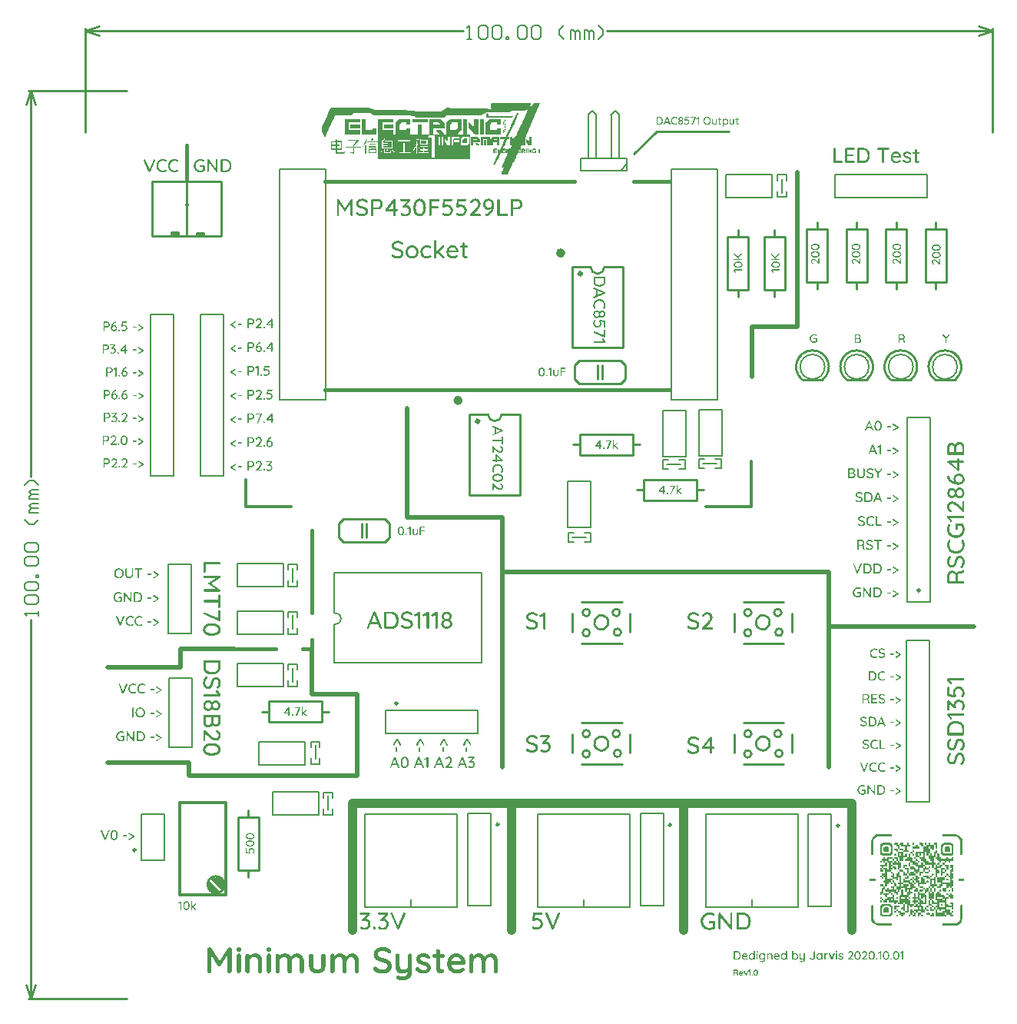
<source format=gto>
G04*
G04 #@! TF.GenerationSoftware,Altium Limited,Altium Designer,20.2.3 (150)*
G04*
G04 Layer_Color=65535*
%FSLAX24Y24*%
%MOIN*%
G70*
G04*
G04 #@! TF.SameCoordinates,D33FF55B-48EF-4710-8091-CBF0DB89F5B4*
G04*
G04*
G04 #@! TF.FilePolarity,Positive*
G04*
G01*
G75*
%ADD10C,0.0100*%
%ADD11C,0.0200*%
%ADD12C,0.0150*%
%ADD13C,0.0079*%
%ADD14C,0.0098*%
%ADD15C,0.0394*%
%ADD16C,0.0177*%
%ADD17C,0.0197*%
%ADD18C,0.0118*%
%ADD19C,0.0120*%
%ADD20C,0.0060*%
G36*
X16887Y-28895D02*
X16894Y-28898D01*
X16902Y-28903D01*
X16904Y-28905D01*
X16906Y-28910D01*
X16909Y-28917D01*
X16911Y-28926D01*
Y-28927D01*
Y-28928D01*
X16909Y-28935D01*
X16905Y-28942D01*
X16903Y-28947D01*
X16898Y-28952D01*
X16791Y-29070D01*
X16797D01*
X16805Y-29071D01*
X16815Y-29073D01*
X16826Y-29075D01*
X16837Y-29078D01*
X16850Y-29083D01*
X16862Y-29090D01*
X16863Y-29091D01*
X16867Y-29094D01*
X16872Y-29098D01*
X16880Y-29104D01*
X16887Y-29112D01*
X16896Y-29121D01*
X16904Y-29131D01*
X16911Y-29144D01*
X16912Y-29146D01*
X16914Y-29149D01*
X16917Y-29156D01*
X16921Y-29166D01*
X16923Y-29177D01*
X16926Y-29189D01*
X16928Y-29203D01*
X16929Y-29219D01*
Y-29220D01*
Y-29221D01*
Y-29223D01*
Y-29227D01*
X16928Y-29237D01*
X16926Y-29248D01*
X16923Y-29261D01*
X16920Y-29276D01*
X16914Y-29292D01*
X16906Y-29306D01*
X16905Y-29308D01*
X16903Y-29311D01*
X16897Y-29318D01*
X16890Y-29327D01*
X16881Y-29336D01*
X16870Y-29346D01*
X16858Y-29354D01*
X16844Y-29363D01*
X16842Y-29364D01*
X16837Y-29365D01*
X16829Y-29368D01*
X16817Y-29372D01*
X16804Y-29376D01*
X16788Y-29379D01*
X16771Y-29381D01*
X16752Y-29381D01*
X16742D01*
X16735Y-29381D01*
X16726Y-29380D01*
X16718Y-29379D01*
X16698Y-29375D01*
X16697D01*
X16694Y-29373D01*
X16689Y-29372D01*
X16683Y-29369D01*
X16669Y-29363D01*
X16654Y-29353D01*
X16654Y-29352D01*
X16652Y-29351D01*
X16645Y-29346D01*
X16638Y-29337D01*
X16637Y-29331D01*
X16636Y-29325D01*
Y-29324D01*
Y-29323D01*
X16637Y-29317D01*
X16639Y-29310D01*
X16645Y-29301D01*
Y-29300D01*
X16647Y-29299D01*
X16652Y-29295D01*
X16658Y-29292D01*
X16663Y-29290D01*
X16670D01*
X16675Y-29291D01*
X16683Y-29293D01*
X16692Y-29298D01*
X16693Y-29299D01*
X16697Y-29302D01*
X16704Y-29307D01*
X16712Y-29311D01*
X16723Y-29316D01*
X16734Y-29321D01*
X16748Y-29324D01*
X16763Y-29325D01*
X16768D01*
X16773Y-29324D01*
X16780Y-29323D01*
X16787Y-29322D01*
X16796Y-29319D01*
X16804Y-29316D01*
X16813Y-29312D01*
X16814Y-29311D01*
X16816Y-29310D01*
X16821Y-29308D01*
X16826Y-29303D01*
X16833Y-29298D01*
X16838Y-29292D01*
X16844Y-29285D01*
X16850Y-29277D01*
X16851Y-29276D01*
X16851Y-29274D01*
X16854Y-29268D01*
X16857Y-29261D01*
X16859Y-29254D01*
X16862Y-29244D01*
X16863Y-29235D01*
X16864Y-29223D01*
Y-29222D01*
Y-29221D01*
Y-29216D01*
X16863Y-29208D01*
X16860Y-29198D01*
X16857Y-29187D01*
X16852Y-29176D01*
X16846Y-29165D01*
X16836Y-29155D01*
X16835Y-29154D01*
X16832Y-29151D01*
X16826Y-29148D01*
X16817Y-29143D01*
X16808Y-29138D01*
X16797Y-29134D01*
X16784Y-29131D01*
X16770Y-29131D01*
X16765D01*
X16762Y-29131D01*
X16757D01*
X16752Y-29132D01*
X16738Y-29135D01*
X16737D01*
X16735Y-29136D01*
X16729Y-29137D01*
X16722Y-29138D01*
X16715Y-29139D01*
X16713D01*
X16708Y-29138D01*
X16702Y-29135D01*
X16695Y-29131D01*
X16694Y-29129D01*
X16691Y-29125D01*
X16689Y-29117D01*
X16688Y-29109D01*
Y-29108D01*
Y-29104D01*
X16689Y-29100D01*
X16690Y-29096D01*
X16691Y-29095D01*
X16692Y-29093D01*
X16696Y-29089D01*
X16700Y-29083D01*
X16816Y-28954D01*
X16655D01*
X16650Y-28953D01*
X16643Y-28951D01*
X16636Y-28946D01*
X16635Y-28944D01*
X16632Y-28939D01*
X16628Y-28933D01*
X16627Y-28923D01*
Y-28922D01*
Y-28921D01*
X16628Y-28916D01*
X16631Y-28909D01*
X16636Y-28902D01*
X16637Y-28901D01*
X16642Y-28898D01*
X16649Y-28895D01*
X16657Y-28894D01*
X16883D01*
X16887Y-28895D01*
D02*
G37*
G36*
X15797Y-28887D02*
X15809Y-28888D01*
X15821Y-28891D01*
X15834Y-28894D01*
X15848Y-28899D01*
X15861Y-28905D01*
X15863Y-28906D01*
X15867Y-28909D01*
X15872Y-28913D01*
X15880Y-28918D01*
X15888Y-28926D01*
X15897Y-28935D01*
X15905Y-28945D01*
X15913Y-28956D01*
X15914Y-28958D01*
X15916Y-28962D01*
X15919Y-28969D01*
X15922Y-28977D01*
X15926Y-28988D01*
X15929Y-29001D01*
X15931Y-29015D01*
X15932Y-29030D01*
Y-29031D01*
Y-29034D01*
X15931Y-29038D01*
Y-29044D01*
X15929Y-29051D01*
X15927Y-29060D01*
X15924Y-29070D01*
X15922Y-29081D01*
X15917Y-29094D01*
X15911Y-29107D01*
X15904Y-29121D01*
X15896Y-29136D01*
X15886Y-29151D01*
X15874Y-29167D01*
X15861Y-29185D01*
X15846Y-29202D01*
X15743Y-29315D01*
X15916D01*
X15922Y-29316D01*
X15929Y-29319D01*
X15936Y-29324D01*
X15937Y-29326D01*
X15940Y-29329D01*
X15943Y-29336D01*
X15944Y-29346D01*
Y-29346D01*
Y-29347D01*
X15943Y-29353D01*
X15940Y-29361D01*
X15936Y-29367D01*
X15934Y-29368D01*
X15930Y-29371D01*
X15923Y-29374D01*
X15914Y-29375D01*
X15668D01*
X15661Y-29374D01*
X15654Y-29371D01*
X15646Y-29366D01*
X15645Y-29364D01*
X15642Y-29361D01*
X15638Y-29353D01*
X15637Y-29344D01*
Y-29343D01*
Y-29342D01*
X15638Y-29336D01*
X15641Y-29328D01*
X15647Y-29320D01*
X15801Y-29153D01*
X15802Y-29152D01*
X15804Y-29150D01*
X15807Y-29147D01*
X15812Y-29142D01*
X15816Y-29136D01*
X15821Y-29129D01*
X15833Y-29113D01*
X15845Y-29094D01*
X15855Y-29074D01*
X15859Y-29063D01*
X15862Y-29053D01*
X15864Y-29042D01*
X15865Y-29033D01*
Y-29031D01*
Y-29026D01*
X15864Y-29020D01*
X15862Y-29011D01*
X15859Y-29002D01*
X15854Y-28991D01*
X15849Y-28981D01*
X15840Y-28971D01*
X15839Y-28970D01*
X15836Y-28968D01*
X15831Y-28964D01*
X15824Y-28959D01*
X15815Y-28954D01*
X15804Y-28951D01*
X15792Y-28948D01*
X15779Y-28947D01*
X15774D01*
X15769Y-28948D01*
X15762Y-28949D01*
X15755Y-28951D01*
X15747Y-28953D01*
X15738Y-28957D01*
X15729Y-28962D01*
X15728Y-28963D01*
X15726Y-28965D01*
X15721Y-28968D01*
X15716Y-28972D01*
X15709Y-28978D01*
X15704Y-28985D01*
X15697Y-28993D01*
X15691Y-29003D01*
X15690Y-29004D01*
X15690Y-29005D01*
X15684Y-29009D01*
X15675Y-29015D01*
X15671Y-29016D01*
X15665Y-29017D01*
X15663D01*
X15658Y-29016D01*
X15651Y-29013D01*
X15643Y-29008D01*
X15641Y-29006D01*
X15638Y-29003D01*
X15635Y-28996D01*
X15634Y-28992D01*
X15633Y-28988D01*
Y-28987D01*
X15634Y-28983D01*
X15635Y-28978D01*
X15637Y-28972D01*
X15638Y-28970D01*
X15641Y-28967D01*
X15646Y-28960D01*
X15653Y-28953D01*
X15654Y-28952D01*
X15656Y-28948D01*
X15662Y-28942D01*
X15669Y-28935D01*
X15676Y-28927D01*
X15687Y-28919D01*
X15698Y-28912D01*
X15710Y-28904D01*
X15712Y-28903D01*
X15716Y-28901D01*
X15724Y-28899D01*
X15732Y-28895D01*
X15743Y-28892D01*
X15755Y-28889D01*
X15768Y-28887D01*
X15781Y-28886D01*
X15789D01*
X15797Y-28887D01*
D02*
G37*
G36*
X14879Y-28895D02*
X14886Y-28898D01*
X14893Y-28903D01*
X14894Y-28905D01*
X14898Y-28910D01*
X14901Y-28917D01*
X14902Y-28926D01*
Y-29343D01*
Y-29344D01*
Y-29345D01*
X14901Y-29350D01*
X14897Y-29358D01*
X14895Y-29362D01*
X14891Y-29365D01*
X14889Y-29367D01*
X14885Y-29370D01*
X14877Y-29373D01*
X14867Y-29375D01*
X14864D01*
X14861Y-29374D01*
X14858D01*
X14850Y-29371D01*
X14841Y-29365D01*
X14839Y-29364D01*
X14836Y-29359D01*
X14833Y-29352D01*
X14832Y-29343D01*
Y-28985D01*
X14771Y-29021D01*
X14770Y-29022D01*
X14766Y-29023D01*
X14761Y-29024D01*
X14754Y-29025D01*
X14752D01*
X14745Y-29024D01*
X14738Y-29021D01*
X14734Y-29019D01*
X14730Y-29015D01*
Y-29014D01*
X14728Y-29013D01*
X14725Y-29008D01*
X14723Y-29001D01*
X14721Y-28992D01*
Y-28990D01*
X14722Y-28987D01*
X14723Y-28982D01*
X14725Y-28976D01*
X14726Y-28975D01*
X14729Y-28971D01*
X14733Y-28968D01*
X14738Y-28964D01*
X14847Y-28899D01*
X14849Y-28898D01*
X14853Y-28896D01*
X14861Y-28895D01*
X14871Y-28894D01*
X14873D01*
X14879Y-28895D01*
D02*
G37*
G36*
X16388Y-28892D02*
X16394Y-28893D01*
X16401Y-28897D01*
X16402Y-28898D01*
X16405Y-28900D01*
X16409Y-28906D01*
X16412Y-28913D01*
X16587Y-29332D01*
Y-29333D01*
X16588Y-29336D01*
X16589Y-29341D01*
Y-29346D01*
Y-29346D01*
Y-29347D01*
X16588Y-29354D01*
X16585Y-29361D01*
X16580Y-29368D01*
X16578Y-29369D01*
X16574Y-29372D01*
X16567Y-29376D01*
X16558Y-29377D01*
X16556D01*
X16552Y-29376D01*
X16547Y-29374D01*
X16541Y-29371D01*
X16540Y-29370D01*
X16536Y-29367D01*
X16532Y-29362D01*
X16528Y-29355D01*
X16485Y-29255D01*
X16273D01*
X16230Y-29356D01*
X16229Y-29358D01*
X16227Y-29362D01*
X16225Y-29367D01*
X16219Y-29372D01*
X16218Y-29373D01*
X16214Y-29374D01*
X16208Y-29376D01*
X16202Y-29377D01*
X16200D01*
X16194Y-29376D01*
X16187Y-29374D01*
X16180Y-29370D01*
X16179Y-29368D01*
X16176Y-29364D01*
X16173Y-29358D01*
X16172Y-29349D01*
Y-29348D01*
Y-29346D01*
Y-29344D01*
X16173Y-29338D01*
X16349Y-28913D01*
Y-28912D01*
X16350Y-28911D01*
X16352Y-28906D01*
X16357Y-28900D01*
X16363Y-28896D01*
X16365Y-28895D01*
X16369Y-28893D01*
X16374Y-28891D01*
X16384D01*
X16388Y-28892D01*
D02*
G37*
G36*
X15378D02*
X15384Y-28893D01*
X15390Y-28897D01*
X15391Y-28898D01*
X15395Y-28900D01*
X15399Y-28906D01*
X15402Y-28913D01*
X15577Y-29332D01*
Y-29333D01*
X15578Y-29336D01*
X15579Y-29341D01*
Y-29346D01*
Y-29346D01*
Y-29347D01*
X15578Y-29354D01*
X15575Y-29361D01*
X15569Y-29368D01*
X15567Y-29369D01*
X15564Y-29372D01*
X15557Y-29376D01*
X15547Y-29377D01*
X15546D01*
X15542Y-29376D01*
X15536Y-29374D01*
X15530Y-29371D01*
X15529Y-29370D01*
X15526Y-29367D01*
X15522Y-29362D01*
X15517Y-29355D01*
X15475Y-29255D01*
X15262D01*
X15220Y-29356D01*
X15219Y-29358D01*
X15217Y-29362D01*
X15214Y-29367D01*
X15208Y-29372D01*
X15207Y-29373D01*
X15204Y-29374D01*
X15198Y-29376D01*
X15191Y-29377D01*
X15189D01*
X15184Y-29376D01*
X15176Y-29374D01*
X15170Y-29370D01*
X15169Y-29368D01*
X15166Y-29364D01*
X15163Y-29358D01*
X15162Y-29349D01*
Y-29348D01*
Y-29346D01*
Y-29344D01*
X15163Y-29338D01*
X15338Y-28913D01*
Y-28912D01*
X15339Y-28911D01*
X15342Y-28906D01*
X15347Y-28900D01*
X15352Y-28896D01*
X15354Y-28895D01*
X15358Y-28893D01*
X15364Y-28891D01*
X15373D01*
X15378Y-28892D01*
D02*
G37*
G36*
X14504Y-28892D02*
X14510Y-28893D01*
X14516Y-28897D01*
X14517Y-28898D01*
X14521Y-28900D01*
X14525Y-28906D01*
X14528Y-28913D01*
X14703Y-29332D01*
Y-29333D01*
X14704Y-29336D01*
X14705Y-29341D01*
Y-29346D01*
Y-29346D01*
Y-29347D01*
X14704Y-29354D01*
X14701Y-29361D01*
X14695Y-29368D01*
X14693Y-29369D01*
X14689Y-29372D01*
X14683Y-29376D01*
X14673Y-29377D01*
X14671D01*
X14668Y-29376D01*
X14662Y-29374D01*
X14656Y-29371D01*
X14655Y-29370D01*
X14652Y-29367D01*
X14648Y-29362D01*
X14643Y-29355D01*
X14600Y-29255D01*
X14388D01*
X14346Y-29356D01*
X14345Y-29358D01*
X14343Y-29362D01*
X14340Y-29367D01*
X14334Y-29372D01*
X14333Y-29373D01*
X14330Y-29374D01*
X14324Y-29376D01*
X14317Y-29377D01*
X14315D01*
X14310Y-29376D01*
X14302Y-29374D01*
X14296Y-29370D01*
X14295Y-29368D01*
X14292Y-29364D01*
X14289Y-29358D01*
X14288Y-29349D01*
Y-29348D01*
Y-29346D01*
Y-29344D01*
X14289Y-29338D01*
X14464Y-28913D01*
Y-28912D01*
X14465Y-28911D01*
X14468Y-28906D01*
X14473Y-28900D01*
X14478Y-28896D01*
X14480Y-28895D01*
X14484Y-28893D01*
X14490Y-28891D01*
X14499D01*
X14504Y-28892D01*
D02*
G37*
G36*
X13455D02*
X13460Y-28893D01*
X13467Y-28897D01*
X13468Y-28898D01*
X13472Y-28900D01*
X13475Y-28906D01*
X13478Y-28913D01*
X13653Y-29332D01*
Y-29333D01*
X13654Y-29336D01*
X13655Y-29341D01*
Y-29346D01*
Y-29346D01*
Y-29347D01*
X13654Y-29354D01*
X13652Y-29361D01*
X13646Y-29368D01*
X13644Y-29369D01*
X13640Y-29372D01*
X13634Y-29376D01*
X13624Y-29377D01*
X13622D01*
X13618Y-29376D01*
X13613Y-29374D01*
X13607Y-29371D01*
X13606Y-29370D01*
X13602Y-29367D01*
X13599Y-29362D01*
X13594Y-29355D01*
X13551Y-29255D01*
X13339D01*
X13296Y-29356D01*
X13296Y-29358D01*
X13294Y-29362D01*
X13291Y-29367D01*
X13285Y-29372D01*
X13284Y-29373D01*
X13280Y-29374D01*
X13275Y-29376D01*
X13268Y-29377D01*
X13266D01*
X13260Y-29376D01*
X13253Y-29374D01*
X13246Y-29370D01*
X13245Y-29368D01*
X13242Y-29364D01*
X13240Y-29358D01*
X13239Y-29349D01*
Y-29348D01*
Y-29346D01*
Y-29344D01*
X13240Y-29338D01*
X13415Y-28913D01*
Y-28912D01*
X13416Y-28911D01*
X13419Y-28906D01*
X13423Y-28900D01*
X13429Y-28896D01*
X13431Y-28895D01*
X13435Y-28893D01*
X13440Y-28891D01*
X13450D01*
X13455Y-28892D01*
D02*
G37*
G36*
X13897Y-28888D02*
X13910Y-28890D01*
X13925Y-28894D01*
X13941Y-28899D01*
X13957Y-28908D01*
X13973Y-28918D01*
X13974D01*
X13974Y-28920D01*
X13979Y-28924D01*
X13987Y-28932D01*
X13995Y-28941D01*
X14006Y-28953D01*
X14015Y-28969D01*
X14025Y-28986D01*
X14033Y-29006D01*
Y-29006D01*
X14034Y-29008D01*
X14035Y-29011D01*
X14036Y-29015D01*
X14038Y-29021D01*
X14040Y-29027D01*
X14042Y-29034D01*
X14044Y-29042D01*
X14047Y-29061D01*
X14051Y-29083D01*
X14053Y-29108D01*
X14054Y-29134D01*
Y-29135D01*
Y-29137D01*
Y-29141D01*
Y-29147D01*
X14053Y-29153D01*
Y-29160D01*
X14051Y-29178D01*
X14049Y-29198D01*
X14046Y-29220D01*
X14040Y-29241D01*
X14033Y-29263D01*
Y-29264D01*
X14032Y-29266D01*
X14031Y-29269D01*
X14029Y-29273D01*
X14025Y-29282D01*
X14018Y-29295D01*
X14010Y-29309D01*
X13999Y-29324D01*
X13987Y-29338D01*
X13973Y-29350D01*
X13971Y-29351D01*
X13966Y-29355D01*
X13957Y-29360D01*
X13946Y-29365D01*
X13932Y-29372D01*
X13916Y-29377D01*
X13897Y-29381D01*
X13877Y-29381D01*
X13871D01*
X13867Y-29381D01*
X13857Y-29380D01*
X13844Y-29378D01*
X13829Y-29374D01*
X13813Y-29368D01*
X13796Y-29361D01*
X13780Y-29350D01*
X13778Y-29348D01*
X13774Y-29345D01*
X13767Y-29337D01*
X13758Y-29328D01*
X13748Y-29315D01*
X13738Y-29300D01*
X13728Y-29283D01*
X13720Y-29263D01*
Y-29262D01*
X13719Y-29260D01*
X13718Y-29257D01*
X13717Y-29254D01*
X13715Y-29248D01*
X13713Y-29241D01*
X13711Y-29235D01*
X13710Y-29226D01*
X13706Y-29207D01*
X13703Y-29185D01*
X13701Y-29161D01*
X13700Y-29134D01*
Y-29133D01*
Y-29131D01*
Y-29127D01*
Y-29122D01*
X13701Y-29115D01*
Y-29108D01*
X13703Y-29091D01*
X13705Y-29071D01*
X13708Y-29049D01*
X13713Y-29027D01*
X13720Y-29006D01*
Y-29005D01*
X13721Y-29003D01*
X13722Y-29000D01*
X13724Y-28996D01*
X13728Y-28987D01*
X13735Y-28973D01*
X13743Y-28960D01*
X13754Y-28945D01*
X13766Y-28931D01*
X13780Y-28918D01*
X13782Y-28917D01*
X13788Y-28914D01*
X13796Y-28908D01*
X13808Y-28902D01*
X13821Y-28897D01*
X13838Y-28891D01*
X13856Y-28887D01*
X13877Y-28886D01*
X13886D01*
X13897Y-28888D01*
D02*
G37*
G36*
X6787Y-10111D02*
X6794Y-10113D01*
X6800Y-10118D01*
X6802Y-10120D01*
X6805Y-10123D01*
X6807Y-10130D01*
X6809Y-10139D01*
Y-10140D01*
Y-10141D01*
X6808Y-10146D01*
X6805Y-10153D01*
X6800Y-10160D01*
X6799Y-10160D01*
X6794Y-10163D01*
X6789Y-10166D01*
X6780Y-10167D01*
X6661D01*
X6655Y-10166D01*
X6649Y-10164D01*
X6642Y-10159D01*
X6640Y-10157D01*
X6638Y-10153D01*
X6635Y-10146D01*
X6634Y-10138D01*
Y-10137D01*
Y-10136D01*
X6634Y-10131D01*
X6637Y-10124D01*
X6642Y-10118D01*
X6644Y-10117D01*
X6648Y-10114D01*
X6655Y-10112D01*
X6663Y-10110D01*
X6782D01*
X6787Y-10111D01*
D02*
G37*
G36*
X8117Y-9888D02*
X8124Y-9891D01*
X8130Y-9896D01*
X8132Y-9897D01*
X8134Y-9901D01*
X8137Y-9907D01*
X8139Y-9916D01*
Y-10138D01*
X8172D01*
X8177Y-10139D01*
X8184Y-10141D01*
X8190Y-10145D01*
X8191Y-10147D01*
X8194Y-10150D01*
X8196Y-10156D01*
X8198Y-10165D01*
Y-10165D01*
Y-10166D01*
X8197Y-10171D01*
X8195Y-10178D01*
X8190Y-10184D01*
X8188Y-10185D01*
X8185Y-10187D01*
X8179Y-10190D01*
X8170Y-10191D01*
X8139D01*
Y-10284D01*
Y-10285D01*
Y-10286D01*
X8138Y-10291D01*
X8134Y-10298D01*
X8133Y-10301D01*
X8129Y-10304D01*
X8128Y-10306D01*
X8124Y-10309D01*
X8118Y-10311D01*
X8109Y-10313D01*
X8108D01*
X8102Y-10312D01*
X8095Y-10310D01*
X8088Y-10304D01*
X8087Y-10303D01*
X8085Y-10299D01*
X8082Y-10293D01*
X8081Y-10284D01*
Y-10191D01*
X7912D01*
X7907Y-10190D01*
X7900Y-10187D01*
X7893Y-10182D01*
X7891Y-10180D01*
X7889Y-10176D01*
X7886Y-10170D01*
X7885Y-10162D01*
Y-10161D01*
Y-10160D01*
X7886Y-10155D01*
X7887Y-10149D01*
X7891Y-10143D01*
X8086Y-9898D01*
X8087Y-9897D01*
X8088Y-9896D01*
X8092Y-9893D01*
X8096Y-9891D01*
X8097Y-9890D01*
X8100Y-9889D01*
X8104Y-9888D01*
X8109Y-9887D01*
X8112D01*
X8117Y-9888D01*
D02*
G37*
G36*
X7788Y-10241D02*
X7795Y-10243D01*
X7802Y-10248D01*
X7803Y-10249D01*
X7806Y-10253D01*
X7808Y-10260D01*
X7809Y-10270D01*
Y-10282D01*
Y-10284D01*
X7808Y-10287D01*
X7808Y-10292D01*
X7806Y-10297D01*
X7802Y-10303D01*
X7797Y-10308D01*
X7789Y-10311D01*
X7779Y-10313D01*
X7771D01*
X7768Y-10312D01*
X7765D01*
X7757Y-10310D01*
X7751Y-10305D01*
X7750Y-10304D01*
X7747Y-10299D01*
X7744Y-10292D01*
X7743Y-10282D01*
Y-10270D01*
Y-10269D01*
Y-10268D01*
X7744Y-10265D01*
Y-10262D01*
X7746Y-10254D01*
X7751Y-10248D01*
X7752Y-10247D01*
X7756Y-10243D01*
X7763Y-10241D01*
X7773Y-10240D01*
X7784D01*
X7788Y-10241D01*
D02*
G37*
G36*
X7557Y-9881D02*
X7567Y-9882D01*
X7578Y-9885D01*
X7590Y-9887D01*
X7601Y-9891D01*
X7613Y-9897D01*
X7615Y-9898D01*
X7618Y-9901D01*
X7623Y-9904D01*
X7630Y-9909D01*
X7638Y-9916D01*
X7645Y-9923D01*
X7653Y-9932D01*
X7659Y-9942D01*
X7660Y-9944D01*
X7662Y-9948D01*
X7664Y-9953D01*
X7668Y-9961D01*
X7671Y-9971D01*
X7674Y-9982D01*
X7675Y-9994D01*
X7676Y-10008D01*
Y-10009D01*
Y-10011D01*
X7675Y-10015D01*
Y-10020D01*
X7674Y-10026D01*
X7672Y-10035D01*
X7669Y-10043D01*
X7667Y-10053D01*
X7663Y-10064D01*
X7658Y-10076D01*
X7651Y-10088D01*
X7644Y-10102D01*
X7635Y-10115D01*
X7625Y-10129D01*
X7613Y-10144D01*
X7600Y-10160D01*
X7508Y-10260D01*
X7662D01*
X7667Y-10261D01*
X7674Y-10263D01*
X7679Y-10268D01*
X7680Y-10269D01*
X7684Y-10273D01*
X7686Y-10279D01*
X7687Y-10287D01*
Y-10288D01*
Y-10289D01*
X7686Y-10294D01*
X7684Y-10300D01*
X7679Y-10306D01*
X7678Y-10307D01*
X7674Y-10310D01*
X7669Y-10312D01*
X7660Y-10313D01*
X7442D01*
X7436Y-10312D01*
X7430Y-10310D01*
X7423Y-10305D01*
X7422Y-10304D01*
X7420Y-10300D01*
X7416Y-10294D01*
X7415Y-10285D01*
Y-10284D01*
Y-10284D01*
X7416Y-10279D01*
X7419Y-10272D01*
X7424Y-10264D01*
X7560Y-10117D01*
X7561Y-10116D01*
X7563Y-10114D01*
X7565Y-10111D01*
X7570Y-10107D01*
X7574Y-10102D01*
X7578Y-10095D01*
X7589Y-10081D01*
X7599Y-10064D01*
X7608Y-10046D01*
X7612Y-10037D01*
X7614Y-10028D01*
X7616Y-10019D01*
X7617Y-10010D01*
Y-10009D01*
Y-10004D01*
X7616Y-9999D01*
X7614Y-9991D01*
X7612Y-9983D01*
X7607Y-9973D01*
X7602Y-9964D01*
X7595Y-9956D01*
X7594Y-9955D01*
X7591Y-9953D01*
X7586Y-9949D01*
X7581Y-9945D01*
X7572Y-9941D01*
X7563Y-9937D01*
X7552Y-9935D01*
X7540Y-9934D01*
X7536D01*
X7532Y-9935D01*
X7526Y-9936D01*
X7519Y-9937D01*
X7513Y-9940D01*
X7504Y-9943D01*
X7497Y-9948D01*
X7496Y-9948D01*
X7493Y-9950D01*
X7489Y-9953D01*
X7485Y-9957D01*
X7479Y-9962D01*
X7474Y-9968D01*
X7468Y-9975D01*
X7463Y-9984D01*
X7462Y-9984D01*
X7462Y-9985D01*
X7456Y-9989D01*
X7449Y-9994D01*
X7445Y-9995D01*
X7440Y-9996D01*
X7438D01*
X7434Y-9995D01*
X7427Y-9993D01*
X7420Y-9989D01*
X7419Y-9987D01*
X7416Y-9984D01*
X7413Y-9978D01*
X7412Y-9974D01*
X7411Y-9970D01*
Y-9969D01*
X7412Y-9966D01*
X7413Y-9962D01*
X7415Y-9957D01*
X7416Y-9955D01*
X7419Y-9952D01*
X7423Y-9946D01*
X7429Y-9939D01*
X7430Y-9938D01*
X7432Y-9935D01*
X7437Y-9930D01*
X7443Y-9924D01*
X7450Y-9916D01*
X7459Y-9910D01*
X7469Y-9903D01*
X7480Y-9896D01*
X7482Y-9896D01*
X7485Y-9894D01*
X7492Y-9891D01*
X7499Y-9888D01*
X7509Y-9885D01*
X7519Y-9883D01*
X7531Y-9881D01*
X7543Y-9880D01*
X7550D01*
X7557Y-9881D01*
D02*
G37*
G36*
X7242Y-9888D02*
X7250Y-9890D01*
X7260Y-9891D01*
X7269Y-9895D01*
X7280Y-9899D01*
X7290Y-9905D01*
X7291Y-9906D01*
X7294Y-9908D01*
X7299Y-9911D01*
X7306Y-9916D01*
X7312Y-9923D01*
X7320Y-9932D01*
X7327Y-9941D01*
X7333Y-9952D01*
X7334Y-9953D01*
X7336Y-9957D01*
X7338Y-9963D01*
X7342Y-9971D01*
X7345Y-9980D01*
X7348Y-9992D01*
X7349Y-10004D01*
X7350Y-10017D01*
Y-10019D01*
Y-10023D01*
X7349Y-10030D01*
X7348Y-10039D01*
X7346Y-10049D01*
X7343Y-10061D01*
X7339Y-10072D01*
X7333Y-10084D01*
X7332Y-10086D01*
X7331Y-10089D01*
X7327Y-10094D01*
X7322Y-10102D01*
X7316Y-10109D01*
X7308Y-10117D01*
X7300Y-10124D01*
X7290Y-10132D01*
X7289Y-10133D01*
X7285Y-10134D01*
X7280Y-10138D01*
X7272Y-10140D01*
X7264Y-10144D01*
X7254Y-10147D01*
X7242Y-10149D01*
X7230Y-10149D01*
X7116D01*
Y-10284D01*
Y-10285D01*
Y-10286D01*
X7115Y-10291D01*
X7113Y-10298D01*
X7108Y-10304D01*
X7106Y-10306D01*
X7103Y-10309D01*
X7096Y-10311D01*
X7088Y-10313D01*
X7086D01*
X7080Y-10312D01*
X7074Y-10310D01*
X7068Y-10305D01*
X7067Y-10304D01*
X7064Y-10299D01*
X7061Y-10293D01*
X7060Y-10284D01*
Y-9916D01*
Y-9915D01*
Y-9914D01*
X7061Y-9909D01*
X7063Y-9902D01*
X7068Y-9896D01*
X7070Y-9894D01*
X7074Y-9891D01*
X7081Y-9889D01*
X7089Y-9887D01*
X7236D01*
X7242Y-9888D01*
D02*
G37*
G36*
X6546Y-10010D02*
X6551Y-10014D01*
X6555Y-10015D01*
X6558Y-10019D01*
X6560Y-10020D01*
X6562Y-10025D01*
X6565Y-10031D01*
X6567Y-10039D01*
Y-10040D01*
Y-10041D01*
X6565Y-10046D01*
X6563Y-10049D01*
X6562Y-10052D01*
X6558Y-10056D01*
X6554Y-10058D01*
X6377Y-10160D01*
X6553Y-10263D01*
X6554D01*
X6556Y-10264D01*
X6560Y-10268D01*
X6565Y-10275D01*
X6566Y-10279D01*
X6567Y-10284D01*
Y-10285D01*
Y-10286D01*
X6566Y-10291D01*
X6563Y-10298D01*
X6558Y-10304D01*
X6556Y-10306D01*
X6553Y-10309D01*
X6548Y-10311D01*
X6542Y-10313D01*
X6541D01*
X6536Y-10312D01*
X6529Y-10309D01*
X6524Y-10307D01*
X6518Y-10304D01*
X6313Y-10185D01*
X6313D01*
X6311Y-10183D01*
X6307Y-10179D01*
X6303Y-10175D01*
X6302Y-10171D01*
X6300Y-10165D01*
X6299Y-10160D01*
Y-10159D01*
Y-10157D01*
X6300Y-10154D01*
X6301Y-10150D01*
X6303Y-10146D01*
X6305Y-10142D01*
X6308Y-10138D01*
X6313Y-10134D01*
X6517Y-10019D01*
X6518Y-10018D01*
X6520Y-10017D01*
X6522Y-10015D01*
X6525Y-10014D01*
X6532Y-10011D01*
X6536Y-10010D01*
X6541D01*
X6546Y-10010D01*
D02*
G37*
G36*
X6787Y-11139D02*
X6794Y-11142D01*
X6800Y-11147D01*
X6802Y-11149D01*
X6805Y-11152D01*
X6807Y-11159D01*
X6809Y-11168D01*
Y-11169D01*
Y-11169D01*
X6808Y-11175D01*
X6805Y-11181D01*
X6800Y-11188D01*
X6799Y-11189D01*
X6794Y-11191D01*
X6789Y-11195D01*
X6780Y-11195D01*
X6661D01*
X6655Y-11195D01*
X6649Y-11192D01*
X6642Y-11187D01*
X6640Y-11185D01*
X6638Y-11181D01*
X6635Y-11175D01*
X6634Y-11166D01*
Y-11165D01*
Y-11164D01*
X6634Y-11159D01*
X6637Y-11153D01*
X6642Y-11147D01*
X6644Y-11145D01*
X6648Y-11143D01*
X6655Y-11140D01*
X6663Y-11138D01*
X6782D01*
X6787Y-11139D01*
D02*
G37*
G36*
X8113Y-10916D02*
X8120Y-10919D01*
X8127Y-10924D01*
X8129Y-10926D01*
X8131Y-10930D01*
X8134Y-10936D01*
X8135Y-10944D01*
Y-11166D01*
X8169D01*
X8174Y-11167D01*
X8181Y-11169D01*
X8186Y-11174D01*
X8188Y-11175D01*
X8191Y-11179D01*
X8193Y-11185D01*
X8195Y-11193D01*
Y-11194D01*
Y-11195D01*
X8194Y-11200D01*
X8191Y-11206D01*
X8186Y-11212D01*
X8185Y-11213D01*
X8181Y-11216D01*
X8175Y-11218D01*
X8167Y-11219D01*
X8135D01*
Y-11313D01*
Y-11314D01*
Y-11314D01*
X8134Y-11319D01*
X8131Y-11326D01*
X8129Y-11330D01*
X8126Y-11333D01*
X8124Y-11335D01*
X8120Y-11337D01*
X8114Y-11340D01*
X8106Y-11341D01*
X8104D01*
X8098Y-11340D01*
X8092Y-11338D01*
X8085Y-11333D01*
X8084Y-11331D01*
X8082Y-11327D01*
X8078Y-11321D01*
X8077Y-11313D01*
Y-11219D01*
X7908D01*
X7903Y-11218D01*
X7896Y-11216D01*
X7890Y-11211D01*
X7888Y-11209D01*
X7886Y-11205D01*
X7883Y-11199D01*
X7881Y-11190D01*
Y-11190D01*
Y-11189D01*
X7882Y-11184D01*
X7884Y-11178D01*
X7888Y-11171D01*
X8082Y-10926D01*
X8083Y-10926D01*
X8085Y-10924D01*
X8088Y-10921D01*
X8093Y-10919D01*
X8093Y-10918D01*
X8097Y-10917D01*
X8101Y-10916D01*
X8106Y-10916D01*
X8108D01*
X8113Y-10916D01*
D02*
G37*
G36*
X7784Y-11269D02*
X7792Y-11272D01*
X7798Y-11276D01*
X7799Y-11278D01*
X7803Y-11282D01*
X7805Y-11288D01*
X7806Y-11299D01*
Y-11310D01*
Y-11312D01*
X7805Y-11315D01*
X7804Y-11320D01*
X7803Y-11325D01*
X7798Y-11331D01*
X7793Y-11336D01*
X7786Y-11340D01*
X7776Y-11341D01*
X7767D01*
X7765Y-11340D01*
X7762D01*
X7754Y-11338D01*
X7747Y-11334D01*
X7746Y-11332D01*
X7744Y-11328D01*
X7741Y-11320D01*
X7740Y-11310D01*
Y-11299D01*
Y-11298D01*
Y-11296D01*
X7741Y-11293D01*
Y-11290D01*
X7743Y-11283D01*
X7747Y-11276D01*
X7749Y-11275D01*
X7753Y-11272D01*
X7760Y-11269D01*
X7770Y-11268D01*
X7781D01*
X7784Y-11269D01*
D02*
G37*
G36*
X7242Y-10916D02*
X7250Y-10918D01*
X7260Y-10920D01*
X7269Y-10923D01*
X7280Y-10927D01*
X7290Y-10933D01*
X7291Y-10934D01*
X7294Y-10937D01*
X7299Y-10940D01*
X7306Y-10945D01*
X7312Y-10952D01*
X7320Y-10960D01*
X7327Y-10969D01*
X7333Y-10980D01*
X7334Y-10982D01*
X7336Y-10985D01*
X7338Y-10991D01*
X7342Y-10999D01*
X7345Y-11009D01*
X7348Y-11020D01*
X7349Y-11032D01*
X7350Y-11045D01*
Y-11047D01*
Y-11051D01*
X7349Y-11059D01*
X7348Y-11067D01*
X7346Y-11077D01*
X7343Y-11089D01*
X7339Y-11101D01*
X7333Y-11112D01*
X7332Y-11114D01*
X7331Y-11118D01*
X7327Y-11123D01*
X7322Y-11130D01*
X7316Y-11138D01*
X7308Y-11145D01*
X7300Y-11153D01*
X7290Y-11160D01*
X7289Y-11161D01*
X7285Y-11163D01*
X7280Y-11166D01*
X7272Y-11169D01*
X7264Y-11172D01*
X7254Y-11175D01*
X7242Y-11177D01*
X7230Y-11178D01*
X7116D01*
Y-11313D01*
Y-11314D01*
Y-11314D01*
X7115Y-11319D01*
X7113Y-11326D01*
X7108Y-11333D01*
X7106Y-11335D01*
X7103Y-11337D01*
X7096Y-11340D01*
X7088Y-11341D01*
X7086D01*
X7080Y-11340D01*
X7074Y-11338D01*
X7068Y-11334D01*
X7067Y-11332D01*
X7064Y-11328D01*
X7061Y-11321D01*
X7060Y-11313D01*
Y-10944D01*
Y-10943D01*
Y-10942D01*
X7061Y-10937D01*
X7063Y-10931D01*
X7068Y-10924D01*
X7070Y-10922D01*
X7074Y-10920D01*
X7081Y-10917D01*
X7089Y-10916D01*
X7236D01*
X7242Y-10916D01*
D02*
G37*
G36*
X6546Y-11039D02*
X6551Y-11042D01*
X6555Y-11044D01*
X6558Y-11047D01*
X6560Y-11049D01*
X6562Y-11053D01*
X6565Y-11060D01*
X6567Y-11067D01*
Y-11068D01*
Y-11069D01*
X6565Y-11074D01*
X6563Y-11077D01*
X6562Y-11081D01*
X6558Y-11084D01*
X6554Y-11087D01*
X6377Y-11188D01*
X6553Y-11291D01*
X6554D01*
X6556Y-11293D01*
X6560Y-11297D01*
X6565Y-11304D01*
X6566Y-11308D01*
X6567Y-11313D01*
Y-11314D01*
Y-11314D01*
X6566Y-11319D01*
X6563Y-11326D01*
X6558Y-11333D01*
X6556Y-11335D01*
X6553Y-11337D01*
X6548Y-11340D01*
X6542Y-11341D01*
X6541D01*
X6536Y-11340D01*
X6529Y-11337D01*
X6524Y-11335D01*
X6518Y-11332D01*
X6313Y-11213D01*
X6313D01*
X6311Y-11211D01*
X6307Y-11207D01*
X6303Y-11204D01*
X6302Y-11200D01*
X6300Y-11194D01*
X6299Y-11188D01*
Y-11187D01*
Y-11185D01*
X6300Y-11182D01*
X6301Y-11179D01*
X6303Y-11175D01*
X6305Y-11170D01*
X6308Y-11166D01*
X6313Y-11163D01*
X6517Y-11047D01*
X6518Y-11046D01*
X6520Y-11045D01*
X6522Y-11044D01*
X6525Y-11042D01*
X6532Y-11040D01*
X6536Y-11038D01*
X6541D01*
X6546Y-11039D01*
D02*
G37*
G36*
X7606Y-10910D02*
X7613Y-10911D01*
X7620Y-10916D01*
X7622Y-10916D01*
X7624Y-10921D01*
X7627Y-10927D01*
X7628Y-10937D01*
Y-10937D01*
Y-10938D01*
X7627Y-10942D01*
X7626Y-10948D01*
X7622Y-10955D01*
X7621Y-10956D01*
X7617Y-10959D01*
X7611Y-10962D01*
X7603Y-10966D01*
X7602D01*
X7601Y-10967D01*
X7599Y-10968D01*
X7596Y-10968D01*
X7588Y-10973D01*
X7577Y-10978D01*
X7565Y-10985D01*
X7551Y-10994D01*
X7538Y-11005D01*
X7524Y-11019D01*
X7522Y-11020D01*
X7518Y-11025D01*
X7511Y-11033D01*
X7503Y-11043D01*
X7495Y-11055D01*
X7487Y-11069D01*
X7478Y-11085D01*
X7472Y-11102D01*
X7472D01*
X7473Y-11100D01*
X7478Y-11097D01*
X7486Y-11091D01*
X7495Y-11085D01*
X7508Y-11079D01*
X7522Y-11073D01*
X7537Y-11070D01*
X7554Y-11068D01*
X7560D01*
X7566Y-11069D01*
X7574Y-11071D01*
X7584Y-11073D01*
X7595Y-11076D01*
X7606Y-11081D01*
X7617Y-11087D01*
X7618Y-11088D01*
X7622Y-11091D01*
X7627Y-11095D01*
X7634Y-11101D01*
X7642Y-11108D01*
X7649Y-11118D01*
X7658Y-11128D01*
X7664Y-11139D01*
X7665Y-11141D01*
X7667Y-11145D01*
X7670Y-11151D01*
X7674Y-11159D01*
X7677Y-11170D01*
X7680Y-11182D01*
X7682Y-11195D01*
X7683Y-11208D01*
Y-11210D01*
Y-11215D01*
X7682Y-11221D01*
X7680Y-11231D01*
X7679Y-11242D01*
X7675Y-11253D01*
X7670Y-11266D01*
X7664Y-11278D01*
X7663Y-11280D01*
X7661Y-11283D01*
X7657Y-11289D01*
X7652Y-11297D01*
X7644Y-11304D01*
X7636Y-11313D01*
X7626Y-11321D01*
X7615Y-11329D01*
X7613Y-11330D01*
X7609Y-11331D01*
X7603Y-11335D01*
X7594Y-11338D01*
X7584Y-11341D01*
X7572Y-11345D01*
X7559Y-11346D01*
X7544Y-11347D01*
X7537D01*
X7529Y-11346D01*
X7519Y-11345D01*
X7507Y-11342D01*
X7494Y-11338D01*
X7482Y-11333D01*
X7469Y-11325D01*
X7467Y-11325D01*
X7464Y-11321D01*
X7458Y-11316D01*
X7451Y-11309D01*
X7443Y-11301D01*
X7435Y-11291D01*
X7427Y-11279D01*
X7420Y-11267D01*
Y-11266D01*
X7419Y-11265D01*
X7417Y-11260D01*
X7415Y-11252D01*
X7411Y-11243D01*
X7408Y-11231D01*
X7405Y-11218D01*
X7404Y-11203D01*
X7403Y-11188D01*
Y-11187D01*
Y-11185D01*
Y-11183D01*
Y-11180D01*
X7404Y-11175D01*
Y-11170D01*
X7405Y-11158D01*
X7407Y-11142D01*
X7410Y-11124D01*
X7415Y-11105D01*
X7421Y-11085D01*
Y-11084D01*
X7422Y-11082D01*
X7423Y-11079D01*
X7425Y-11075D01*
X7427Y-11070D01*
X7430Y-11064D01*
X7436Y-11050D01*
X7444Y-11034D01*
X7454Y-11016D01*
X7467Y-10998D01*
X7481Y-10979D01*
X7482Y-10978D01*
X7482Y-10977D01*
X7485Y-10974D01*
X7488Y-10972D01*
X7493Y-10968D01*
X7498Y-10962D01*
X7510Y-10952D01*
X7525Y-10941D01*
X7544Y-10930D01*
X7565Y-10919D01*
X7588Y-10911D01*
X7589D01*
X7591Y-10910D01*
X7595Y-10909D01*
X7601D01*
X7606Y-10910D01*
D02*
G37*
G36*
X6787Y-12167D02*
X6794Y-12169D01*
X6800Y-12174D01*
X6802Y-12176D01*
X6805Y-12179D01*
X6807Y-12186D01*
X6809Y-12195D01*
Y-12196D01*
Y-12197D01*
X6808Y-12202D01*
X6805Y-12209D01*
X6800Y-12215D01*
X6799Y-12216D01*
X6794Y-12219D01*
X6789Y-12222D01*
X6780Y-12223D01*
X6661D01*
X6655Y-12222D01*
X6649Y-12220D01*
X6642Y-12215D01*
X6640Y-12213D01*
X6638Y-12209D01*
X6635Y-12202D01*
X6634Y-12194D01*
Y-12193D01*
Y-12192D01*
X6634Y-12187D01*
X6637Y-12180D01*
X6642Y-12174D01*
X6644Y-12173D01*
X6648Y-12170D01*
X6655Y-12168D01*
X6663Y-12166D01*
X6782D01*
X6787Y-12167D01*
D02*
G37*
G36*
X7996Y-11944D02*
X8003Y-11946D01*
X8009Y-11951D01*
X8010Y-11952D01*
X8013Y-11956D01*
X8015Y-11962D01*
X8016Y-11970D01*
Y-11971D01*
Y-11972D01*
X8015Y-11977D01*
X8013Y-11983D01*
X8009Y-11989D01*
X8007Y-11990D01*
X8004Y-11993D01*
X7998Y-11996D01*
X7989Y-11997D01*
X7830D01*
X7815Y-12102D01*
X7816D01*
X7818Y-12100D01*
X7820Y-12099D01*
X7824Y-12097D01*
X7829Y-12095D01*
X7834Y-12093D01*
X7847Y-12089D01*
X7848D01*
X7850Y-12088D01*
X7855Y-12087D01*
X7859Y-12086D01*
X7865Y-12086D01*
X7871Y-12085D01*
X7886Y-12084D01*
X7892D01*
X7900Y-12085D01*
X7909Y-12086D01*
X7920Y-12088D01*
X7932Y-12091D01*
X7944Y-12096D01*
X7957Y-12102D01*
X7958Y-12103D01*
X7962Y-12106D01*
X7969Y-12110D01*
X7975Y-12115D01*
X7984Y-12122D01*
X7992Y-12131D01*
X8000Y-12141D01*
X8008Y-12152D01*
X8009Y-12153D01*
X8010Y-12158D01*
X8014Y-12164D01*
X8017Y-12173D01*
X8020Y-12184D01*
X8024Y-12195D01*
X8025Y-12209D01*
X8026Y-12224D01*
Y-12225D01*
Y-12226D01*
Y-12231D01*
X8025Y-12239D01*
X8024Y-12249D01*
X8021Y-12261D01*
X8017Y-12273D01*
X8012Y-12287D01*
X8005Y-12300D01*
X8004Y-12302D01*
X8000Y-12306D01*
X7995Y-12312D01*
X7989Y-12319D01*
X7980Y-12328D01*
X7970Y-12337D01*
X7958Y-12345D01*
X7945Y-12354D01*
X7943Y-12355D01*
X7938Y-12357D01*
X7931Y-12360D01*
X7921Y-12363D01*
X7909Y-12367D01*
X7896Y-12370D01*
X7880Y-12372D01*
X7864Y-12373D01*
X7860D01*
X7855Y-12372D01*
X7848D01*
X7840Y-12371D01*
X7832Y-12370D01*
X7813Y-12365D01*
X7813D01*
X7809Y-12364D01*
X7804Y-12362D01*
X7799Y-12360D01*
X7785Y-12353D01*
X7772Y-12344D01*
X7771Y-12343D01*
X7768Y-12340D01*
X7765Y-12336D01*
X7762Y-12331D01*
X7761Y-12329D01*
X7760Y-12326D01*
X7759Y-12321D01*
X7758Y-12315D01*
Y-12314D01*
Y-12314D01*
X7759Y-12309D01*
X7762Y-12304D01*
X7766Y-12298D01*
X7767Y-12298D01*
X7771Y-12294D01*
X7777Y-12292D01*
X7786Y-12291D01*
X7788D01*
X7792Y-12292D01*
X7798Y-12295D01*
X7802Y-12297D01*
X7807Y-12300D01*
X7808Y-12301D01*
X7812Y-12303D01*
X7817Y-12307D01*
X7824Y-12310D01*
X7833Y-12314D01*
X7842Y-12317D01*
X7852Y-12319D01*
X7863Y-12320D01*
X7868D01*
X7874Y-12319D01*
X7881Y-12319D01*
X7889Y-12317D01*
X7897Y-12315D01*
X7907Y-12312D01*
X7916Y-12308D01*
X7917Y-12307D01*
X7920Y-12305D01*
X7924Y-12303D01*
X7930Y-12298D01*
X7936Y-12293D01*
X7943Y-12287D01*
X7948Y-12280D01*
X7954Y-12272D01*
X7955Y-12272D01*
X7957Y-12268D01*
X7958Y-12264D01*
X7962Y-12258D01*
X7964Y-12251D01*
X7966Y-12243D01*
X7968Y-12234D01*
X7969Y-12224D01*
Y-12223D01*
Y-12222D01*
Y-12217D01*
X7967Y-12210D01*
X7965Y-12201D01*
X7962Y-12192D01*
X7958Y-12181D01*
X7951Y-12171D01*
X7943Y-12162D01*
X7942Y-12161D01*
X7938Y-12158D01*
X7932Y-12154D01*
X7925Y-12149D01*
X7916Y-12145D01*
X7905Y-12141D01*
X7892Y-12138D01*
X7878Y-12138D01*
X7872D01*
X7869Y-12138D01*
X7860Y-12139D01*
X7850Y-12142D01*
X7849D01*
X7847Y-12143D01*
X7844Y-12143D01*
X7841Y-12145D01*
X7832Y-12149D01*
X7819Y-12155D01*
X7818Y-12156D01*
X7814Y-12157D01*
X7810Y-12159D01*
X7804Y-12161D01*
X7803D01*
X7800Y-12162D01*
X7797Y-12163D01*
X7793Y-12164D01*
X7790D01*
X7787Y-12163D01*
X7782Y-12162D01*
X7774Y-12159D01*
X7770Y-12157D01*
X7767Y-12153D01*
Y-12153D01*
X7765Y-12152D01*
X7762Y-12147D01*
X7760Y-12139D01*
X7758Y-12130D01*
X7759Y-12124D01*
X7781Y-11966D01*
Y-11965D01*
X7782Y-11964D01*
X7782Y-11960D01*
X7786Y-11955D01*
X7791Y-11950D01*
X7793Y-11949D01*
X7797Y-11946D01*
X7803Y-11944D01*
X7810Y-11943D01*
X7991D01*
X7996Y-11944D01*
D02*
G37*
G36*
X7667Y-12297D02*
X7674Y-12299D01*
X7681Y-12303D01*
X7682Y-12305D01*
X7685Y-12309D01*
X7688Y-12316D01*
X7689Y-12326D01*
Y-12338D01*
Y-12339D01*
X7688Y-12343D01*
X7687Y-12348D01*
X7685Y-12353D01*
X7681Y-12359D01*
X7676Y-12364D01*
X7669Y-12367D01*
X7658Y-12369D01*
X7650D01*
X7648Y-12368D01*
X7644D01*
X7637Y-12365D01*
X7630Y-12361D01*
X7629Y-12360D01*
X7627Y-12355D01*
X7623Y-12348D01*
X7622Y-12338D01*
Y-12326D01*
Y-12325D01*
Y-12324D01*
X7623Y-12321D01*
Y-12318D01*
X7626Y-12310D01*
X7630Y-12303D01*
X7632Y-12303D01*
X7636Y-12299D01*
X7643Y-12297D01*
X7653Y-12296D01*
X7663D01*
X7667Y-12297D01*
D02*
G37*
G36*
X7518Y-11944D02*
X7524Y-11946D01*
X7530Y-11952D01*
X7531Y-11953D01*
X7534Y-11957D01*
X7537Y-11963D01*
X7538Y-11972D01*
Y-12340D01*
Y-12341D01*
Y-12342D01*
X7537Y-12347D01*
X7534Y-12354D01*
X7532Y-12357D01*
X7529Y-12360D01*
X7527Y-12362D01*
X7523Y-12365D01*
X7516Y-12367D01*
X7507Y-12369D01*
X7504D01*
X7502Y-12368D01*
X7499D01*
X7492Y-12365D01*
X7484Y-12360D01*
X7482Y-12359D01*
X7480Y-12355D01*
X7477Y-12349D01*
X7476Y-12340D01*
Y-12024D01*
X7422Y-12055D01*
X7421Y-12056D01*
X7418Y-12057D01*
X7413Y-12059D01*
X7407Y-12060D01*
X7405D01*
X7400Y-12059D01*
X7393Y-12055D01*
X7389Y-12054D01*
X7386Y-12050D01*
Y-12050D01*
X7384Y-12049D01*
X7382Y-12045D01*
X7379Y-12038D01*
X7378Y-12030D01*
Y-12029D01*
X7379Y-12025D01*
X7379Y-12021D01*
X7382Y-12016D01*
X7383Y-12015D01*
X7385Y-12012D01*
X7389Y-12008D01*
X7393Y-12005D01*
X7489Y-11947D01*
X7491Y-11946D01*
X7495Y-11945D01*
X7502Y-11944D01*
X7511Y-11943D01*
X7513D01*
X7518Y-11944D01*
D02*
G37*
G36*
X7242D02*
X7250Y-11946D01*
X7260Y-11947D01*
X7269Y-11951D01*
X7280Y-11955D01*
X7290Y-11961D01*
X7291Y-11962D01*
X7294Y-11964D01*
X7299Y-11967D01*
X7306Y-11972D01*
X7312Y-11979D01*
X7320Y-11988D01*
X7327Y-11997D01*
X7333Y-12008D01*
X7334Y-12009D01*
X7336Y-12013D01*
X7338Y-12019D01*
X7342Y-12027D01*
X7345Y-12036D01*
X7348Y-12048D01*
X7349Y-12060D01*
X7350Y-12073D01*
Y-12075D01*
Y-12079D01*
X7349Y-12086D01*
X7348Y-12095D01*
X7346Y-12105D01*
X7343Y-12117D01*
X7339Y-12128D01*
X7333Y-12140D01*
X7332Y-12142D01*
X7331Y-12145D01*
X7327Y-12150D01*
X7322Y-12158D01*
X7316Y-12165D01*
X7308Y-12173D01*
X7300Y-12180D01*
X7290Y-12188D01*
X7289Y-12189D01*
X7285Y-12190D01*
X7280Y-12194D01*
X7272Y-12196D01*
X7264Y-12200D01*
X7254Y-12203D01*
X7242Y-12205D01*
X7230Y-12205D01*
X7116D01*
Y-12340D01*
Y-12341D01*
Y-12342D01*
X7115Y-12347D01*
X7113Y-12354D01*
X7108Y-12360D01*
X7106Y-12362D01*
X7103Y-12365D01*
X7096Y-12367D01*
X7088Y-12369D01*
X7086D01*
X7080Y-12368D01*
X7074Y-12365D01*
X7068Y-12361D01*
X7067Y-12360D01*
X7064Y-12355D01*
X7061Y-12349D01*
X7060Y-12340D01*
Y-11972D01*
Y-11971D01*
Y-11970D01*
X7061Y-11965D01*
X7063Y-11958D01*
X7068Y-11952D01*
X7070Y-11950D01*
X7074Y-11947D01*
X7081Y-11945D01*
X7089Y-11943D01*
X7236D01*
X7242Y-11944D01*
D02*
G37*
G36*
X6546Y-12066D02*
X6551Y-12070D01*
X6555Y-12071D01*
X6558Y-12075D01*
X6560Y-12076D01*
X6562Y-12081D01*
X6565Y-12087D01*
X6567Y-12095D01*
Y-12096D01*
Y-12096D01*
X6565Y-12102D01*
X6563Y-12105D01*
X6562Y-12108D01*
X6558Y-12112D01*
X6554Y-12114D01*
X6377Y-12215D01*
X6553Y-12319D01*
X6554D01*
X6556Y-12320D01*
X6560Y-12324D01*
X6565Y-12331D01*
X6566Y-12335D01*
X6567Y-12340D01*
Y-12341D01*
Y-12342D01*
X6566Y-12347D01*
X6563Y-12354D01*
X6558Y-12360D01*
X6556Y-12362D01*
X6553Y-12365D01*
X6548Y-12367D01*
X6542Y-12369D01*
X6541D01*
X6536Y-12368D01*
X6529Y-12365D01*
X6524Y-12363D01*
X6518Y-12360D01*
X6313Y-12241D01*
X6313D01*
X6311Y-12239D01*
X6307Y-12235D01*
X6303Y-12231D01*
X6302Y-12227D01*
X6300Y-12221D01*
X6299Y-12215D01*
Y-12215D01*
Y-12213D01*
X6300Y-12210D01*
X6301Y-12206D01*
X6303Y-12202D01*
X6305Y-12198D01*
X6308Y-12194D01*
X6313Y-12190D01*
X6517Y-12075D01*
X6518Y-12074D01*
X6520Y-12073D01*
X6522Y-12071D01*
X6525Y-12070D01*
X6532Y-12067D01*
X6536Y-12065D01*
X6541D01*
X6546Y-12066D01*
D02*
G37*
G36*
X6787Y-13199D02*
X6794Y-13202D01*
X6800Y-13207D01*
X6802Y-13209D01*
X6805Y-13212D01*
X6807Y-13219D01*
X6809Y-13228D01*
Y-13229D01*
Y-13230D01*
X6808Y-13235D01*
X6805Y-13241D01*
X6800Y-13248D01*
X6799Y-13249D01*
X6794Y-13251D01*
X6789Y-13255D01*
X6780Y-13256D01*
X6661D01*
X6655Y-13255D01*
X6649Y-13252D01*
X6642Y-13247D01*
X6640Y-13246D01*
X6638Y-13241D01*
X6635Y-13235D01*
X6634Y-13226D01*
Y-13225D01*
Y-13225D01*
X6634Y-13220D01*
X6637Y-13213D01*
X6642Y-13207D01*
X6644Y-13205D01*
X6648Y-13203D01*
X6655Y-13200D01*
X6663Y-13199D01*
X6782D01*
X6787Y-13199D01*
D02*
G37*
G36*
X8117Y-12977D02*
X8124Y-12979D01*
X8129Y-12983D01*
X8130Y-12985D01*
X8134Y-12988D01*
X8136Y-12994D01*
X8137Y-13003D01*
Y-13003D01*
Y-13004D01*
X8136Y-13009D01*
X8134Y-13016D01*
X8129Y-13022D01*
X8128Y-13023D01*
X8124Y-13025D01*
X8119Y-13029D01*
X8110Y-13029D01*
X7951D01*
X7936Y-13134D01*
X7937D01*
X7938Y-13132D01*
X7941Y-13132D01*
X7945Y-13130D01*
X7949Y-13127D01*
X7955Y-13126D01*
X7968Y-13122D01*
X7969D01*
X7971Y-13121D01*
X7975Y-13120D01*
X7979Y-13119D01*
X7985Y-13118D01*
X7992Y-13117D01*
X8006Y-13116D01*
X8013D01*
X8020Y-13117D01*
X8030Y-13119D01*
X8041Y-13121D01*
X8053Y-13124D01*
X8065Y-13129D01*
X8077Y-13135D01*
X8079Y-13136D01*
X8082Y-13138D01*
X8089Y-13142D01*
X8096Y-13147D01*
X8104Y-13155D01*
X8113Y-13163D01*
X8121Y-13173D01*
X8129Y-13184D01*
X8129Y-13186D01*
X8131Y-13190D01*
X8134Y-13197D01*
X8138Y-13205D01*
X8141Y-13216D01*
X8144Y-13228D01*
X8146Y-13241D01*
X8147Y-13256D01*
Y-13257D01*
Y-13258D01*
Y-13263D01*
X8146Y-13272D01*
X8144Y-13282D01*
X8142Y-13293D01*
X8138Y-13306D01*
X8133Y-13319D01*
X8125Y-13333D01*
X8124Y-13334D01*
X8121Y-13339D01*
X8116Y-13344D01*
X8109Y-13352D01*
X8101Y-13360D01*
X8091Y-13370D01*
X8079Y-13378D01*
X8066Y-13386D01*
X8064Y-13387D01*
X8059Y-13390D01*
X8051Y-13392D01*
X8041Y-13396D01*
X8030Y-13400D01*
X8016Y-13402D01*
X8000Y-13405D01*
X7984Y-13406D01*
X7980D01*
X7975Y-13405D01*
X7969D01*
X7961Y-13404D01*
X7953Y-13402D01*
X7934Y-13398D01*
X7933D01*
X7930Y-13396D01*
X7925Y-13395D01*
X7920Y-13392D01*
X7906Y-13385D01*
X7892Y-13376D01*
X7891Y-13375D01*
X7889Y-13373D01*
X7886Y-13369D01*
X7882Y-13364D01*
X7881Y-13362D01*
X7881Y-13359D01*
X7880Y-13354D01*
X7879Y-13348D01*
Y-13347D01*
Y-13346D01*
X7880Y-13342D01*
X7882Y-13337D01*
X7886Y-13331D01*
X7888Y-13330D01*
X7891Y-13327D01*
X7898Y-13324D01*
X7907Y-13323D01*
X7908D01*
X7912Y-13324D01*
X7918Y-13328D01*
X7922Y-13329D01*
X7927Y-13333D01*
X7929Y-13334D01*
X7932Y-13336D01*
X7937Y-13339D01*
X7945Y-13343D01*
X7953Y-13346D01*
X7963Y-13349D01*
X7973Y-13352D01*
X7984Y-13353D01*
X7989D01*
X7994Y-13352D01*
X8001Y-13351D01*
X8010Y-13349D01*
X8018Y-13348D01*
X8027Y-13344D01*
X8036Y-13340D01*
X8037Y-13339D01*
X8041Y-13338D01*
X8045Y-13335D01*
X8051Y-13331D01*
X8056Y-13326D01*
X8063Y-13319D01*
X8069Y-13313D01*
X8075Y-13305D01*
X8076Y-13304D01*
X8077Y-13301D01*
X8079Y-13297D01*
X8082Y-13291D01*
X8085Y-13283D01*
X8087Y-13276D01*
X8088Y-13266D01*
X8089Y-13256D01*
Y-13256D01*
Y-13255D01*
Y-13250D01*
X8087Y-13243D01*
X8086Y-13234D01*
X8082Y-13225D01*
X8078Y-13214D01*
X8072Y-13204D01*
X8063Y-13194D01*
X8062Y-13194D01*
X8059Y-13190D01*
X8053Y-13187D01*
X8046Y-13182D01*
X8036Y-13178D01*
X8025Y-13173D01*
X8013Y-13171D01*
X7999Y-13170D01*
X7993D01*
X7989Y-13171D01*
X7980Y-13172D01*
X7970Y-13174D01*
X7969D01*
X7968Y-13175D01*
X7965Y-13176D01*
X7962Y-13178D01*
X7953Y-13182D01*
X7940Y-13188D01*
X7938Y-13189D01*
X7935Y-13189D01*
X7931Y-13192D01*
X7925Y-13194D01*
X7924D01*
X7921Y-13194D01*
X7917Y-13195D01*
X7913Y-13196D01*
X7911D01*
X7907Y-13195D01*
X7903Y-13194D01*
X7895Y-13192D01*
X7891Y-13189D01*
X7887Y-13186D01*
Y-13185D01*
X7886Y-13184D01*
X7883Y-13179D01*
X7881Y-13172D01*
X7879Y-13163D01*
X7880Y-13157D01*
X7901Y-12998D01*
Y-12997D01*
X7902Y-12997D01*
X7903Y-12992D01*
X7907Y-12987D01*
X7912Y-12982D01*
X7913Y-12982D01*
X7917Y-12979D01*
X7923Y-12977D01*
X7931Y-12976D01*
X8112D01*
X8117Y-12977D01*
D02*
G37*
G36*
X7788Y-13329D02*
X7795Y-13332D01*
X7802Y-13336D01*
X7803Y-13338D01*
X7806Y-13342D01*
X7808Y-13349D01*
X7809Y-13359D01*
Y-13370D01*
Y-13372D01*
X7808Y-13375D01*
X7808Y-13380D01*
X7806Y-13385D01*
X7802Y-13391D01*
X7797Y-13396D01*
X7789Y-13400D01*
X7779Y-13401D01*
X7771D01*
X7768Y-13401D01*
X7765D01*
X7757Y-13398D01*
X7751Y-13394D01*
X7750Y-13392D01*
X7747Y-13388D01*
X7744Y-13380D01*
X7743Y-13370D01*
Y-13359D01*
Y-13358D01*
Y-13356D01*
X7744Y-13354D01*
Y-13350D01*
X7746Y-13343D01*
X7751Y-13336D01*
X7752Y-13335D01*
X7756Y-13332D01*
X7763Y-13329D01*
X7773Y-13328D01*
X7784D01*
X7788Y-13329D01*
D02*
G37*
G36*
X7557Y-12970D02*
X7567Y-12971D01*
X7578Y-12973D01*
X7590Y-12976D01*
X7601Y-12980D01*
X7613Y-12986D01*
X7615Y-12987D01*
X7618Y-12989D01*
X7623Y-12992D01*
X7630Y-12997D01*
X7638Y-13004D01*
X7645Y-13012D01*
X7653Y-13021D01*
X7659Y-13031D01*
X7660Y-13033D01*
X7662Y-13036D01*
X7664Y-13042D01*
X7668Y-13049D01*
X7671Y-13060D01*
X7674Y-13070D01*
X7675Y-13083D01*
X7676Y-13096D01*
Y-13097D01*
Y-13100D01*
X7675Y-13103D01*
Y-13109D01*
X7674Y-13115D01*
X7672Y-13123D01*
X7669Y-13132D01*
X7667Y-13142D01*
X7663Y-13153D01*
X7658Y-13164D01*
X7651Y-13177D01*
X7644Y-13190D01*
X7635Y-13204D01*
X7625Y-13218D01*
X7613Y-13233D01*
X7600Y-13248D01*
X7508Y-13349D01*
X7662D01*
X7667Y-13349D01*
X7674Y-13352D01*
X7679Y-13356D01*
X7680Y-13358D01*
X7684Y-13361D01*
X7686Y-13367D01*
X7687Y-13375D01*
Y-13376D01*
Y-13377D01*
X7686Y-13382D01*
X7684Y-13389D01*
X7679Y-13395D01*
X7678Y-13396D01*
X7674Y-13398D01*
X7669Y-13401D01*
X7660Y-13401D01*
X7442D01*
X7436Y-13401D01*
X7430Y-13398D01*
X7423Y-13394D01*
X7422Y-13392D01*
X7420Y-13389D01*
X7416Y-13382D01*
X7415Y-13374D01*
Y-13373D01*
Y-13372D01*
X7416Y-13367D01*
X7419Y-13360D01*
X7424Y-13353D01*
X7560Y-13205D01*
X7561Y-13204D01*
X7563Y-13203D01*
X7565Y-13199D01*
X7570Y-13195D01*
X7574Y-13190D01*
X7578Y-13184D01*
X7589Y-13169D01*
X7599Y-13153D01*
X7608Y-13135D01*
X7612Y-13126D01*
X7614Y-13116D01*
X7616Y-13107D01*
X7617Y-13099D01*
Y-13097D01*
Y-13093D01*
X7616Y-13087D01*
X7614Y-13080D01*
X7612Y-13071D01*
X7607Y-13062D01*
X7602Y-13053D01*
X7595Y-13044D01*
X7594Y-13044D01*
X7591Y-13041D01*
X7586Y-13038D01*
X7581Y-13034D01*
X7572Y-13029D01*
X7563Y-13026D01*
X7552Y-13023D01*
X7540Y-13023D01*
X7536D01*
X7532Y-13023D01*
X7526Y-13024D01*
X7519Y-13026D01*
X7513Y-13029D01*
X7504Y-13032D01*
X7497Y-13036D01*
X7496Y-13037D01*
X7493Y-13039D01*
X7489Y-13041D01*
X7485Y-13045D01*
X7479Y-13050D01*
X7474Y-13056D01*
X7468Y-13064D01*
X7463Y-13072D01*
X7462Y-13073D01*
X7462Y-13074D01*
X7456Y-13078D01*
X7449Y-13083D01*
X7445Y-13084D01*
X7440Y-13085D01*
X7438D01*
X7434Y-13084D01*
X7427Y-13081D01*
X7420Y-13077D01*
X7419Y-13075D01*
X7416Y-13072D01*
X7413Y-13066D01*
X7412Y-13063D01*
X7411Y-13059D01*
Y-13058D01*
X7412Y-13054D01*
X7413Y-13050D01*
X7415Y-13045D01*
X7416Y-13044D01*
X7419Y-13040D01*
X7423Y-13034D01*
X7429Y-13028D01*
X7430Y-13027D01*
X7432Y-13023D01*
X7437Y-13018D01*
X7443Y-13013D01*
X7450Y-13005D01*
X7459Y-12998D01*
X7469Y-12992D01*
X7480Y-12985D01*
X7482Y-12984D01*
X7485Y-12982D01*
X7492Y-12980D01*
X7499Y-12977D01*
X7509Y-12974D01*
X7519Y-12972D01*
X7531Y-12970D01*
X7543Y-12969D01*
X7550D01*
X7557Y-12970D01*
D02*
G37*
G36*
X7242Y-12977D02*
X7250Y-12978D01*
X7260Y-12980D01*
X7269Y-12983D01*
X7280Y-12987D01*
X7290Y-12993D01*
X7291Y-12994D01*
X7294Y-12997D01*
X7299Y-13000D01*
X7306Y-13005D01*
X7312Y-13012D01*
X7320Y-13020D01*
X7327Y-13029D01*
X7333Y-13040D01*
X7334Y-13042D01*
X7336Y-13045D01*
X7338Y-13051D01*
X7342Y-13060D01*
X7345Y-13069D01*
X7348Y-13080D01*
X7349Y-13092D01*
X7350Y-13106D01*
Y-13107D01*
Y-13111D01*
X7349Y-13119D01*
X7348Y-13127D01*
X7346Y-13137D01*
X7343Y-13149D01*
X7339Y-13161D01*
X7333Y-13173D01*
X7332Y-13174D01*
X7331Y-13178D01*
X7327Y-13183D01*
X7322Y-13190D01*
X7316Y-13198D01*
X7308Y-13205D01*
X7300Y-13213D01*
X7290Y-13220D01*
X7289Y-13221D01*
X7285Y-13223D01*
X7280Y-13226D01*
X7272Y-13229D01*
X7264Y-13232D01*
X7254Y-13235D01*
X7242Y-13237D01*
X7230Y-13238D01*
X7116D01*
Y-13373D01*
Y-13374D01*
Y-13375D01*
X7115Y-13380D01*
X7113Y-13386D01*
X7108Y-13393D01*
X7106Y-13395D01*
X7103Y-13397D01*
X7096Y-13400D01*
X7088Y-13401D01*
X7086D01*
X7080Y-13401D01*
X7074Y-13398D01*
X7068Y-13394D01*
X7067Y-13392D01*
X7064Y-13388D01*
X7061Y-13381D01*
X7060Y-13373D01*
Y-13004D01*
Y-13003D01*
Y-13003D01*
X7061Y-12997D01*
X7063Y-12991D01*
X7068Y-12984D01*
X7070Y-12982D01*
X7074Y-12980D01*
X7081Y-12977D01*
X7089Y-12976D01*
X7236D01*
X7242Y-12977D01*
D02*
G37*
G36*
X6546Y-13099D02*
X6551Y-13102D01*
X6555Y-13104D01*
X6558Y-13107D01*
X6560Y-13109D01*
X6562Y-13113D01*
X6565Y-13120D01*
X6567Y-13127D01*
Y-13128D01*
Y-13129D01*
X6565Y-13134D01*
X6563Y-13137D01*
X6562Y-13141D01*
X6558Y-13144D01*
X6554Y-13147D01*
X6377Y-13248D01*
X6553Y-13351D01*
X6554D01*
X6556Y-13353D01*
X6560Y-13357D01*
X6565Y-13364D01*
X6566Y-13368D01*
X6567Y-13373D01*
Y-13374D01*
Y-13375D01*
X6566Y-13380D01*
X6563Y-13386D01*
X6558Y-13393D01*
X6556Y-13395D01*
X6553Y-13397D01*
X6548Y-13400D01*
X6542Y-13401D01*
X6541D01*
X6536Y-13401D01*
X6529Y-13397D01*
X6524Y-13396D01*
X6518Y-13392D01*
X6313Y-13273D01*
X6313D01*
X6311Y-13272D01*
X6307Y-13267D01*
X6303Y-13264D01*
X6302Y-13260D01*
X6300Y-13254D01*
X6299Y-13248D01*
Y-13247D01*
Y-13246D01*
X6300Y-13242D01*
X6301Y-13239D01*
X6303Y-13235D01*
X6305Y-13230D01*
X6308Y-13226D01*
X6313Y-13223D01*
X6517Y-13107D01*
X6518Y-13106D01*
X6520Y-13106D01*
X6522Y-13104D01*
X6525Y-13102D01*
X6532Y-13100D01*
X6536Y-13098D01*
X6541D01*
X6546Y-13099D01*
D02*
G37*
G36*
X6787Y-14225D02*
X6794Y-14228D01*
X6800Y-14233D01*
X6802Y-14235D01*
X6805Y-14238D01*
X6807Y-14245D01*
X6809Y-14254D01*
Y-14255D01*
Y-14255D01*
X6808Y-14261D01*
X6805Y-14267D01*
X6800Y-14274D01*
X6799Y-14275D01*
X6794Y-14277D01*
X6789Y-14281D01*
X6780Y-14281D01*
X6661D01*
X6655Y-14281D01*
X6649Y-14278D01*
X6642Y-14273D01*
X6640Y-14271D01*
X6638Y-14267D01*
X6635Y-14261D01*
X6634Y-14252D01*
Y-14251D01*
Y-14250D01*
X6634Y-14245D01*
X6637Y-14239D01*
X6642Y-14233D01*
X6644Y-14231D01*
X6648Y-14229D01*
X6655Y-14226D01*
X6663Y-14224D01*
X6782D01*
X6787Y-14225D01*
D02*
G37*
G36*
X8116Y-14002D02*
X8123Y-14005D01*
X8129Y-14010D01*
X8131Y-14012D01*
X8134Y-14016D01*
X8136Y-14022D01*
X8138Y-14030D01*
Y-14252D01*
X8171D01*
X8176Y-14253D01*
X8183Y-14255D01*
X8189Y-14260D01*
X8191Y-14261D01*
X8193Y-14265D01*
X8196Y-14271D01*
X8197Y-14279D01*
Y-14280D01*
Y-14281D01*
X8196Y-14286D01*
X8194Y-14292D01*
X8189Y-14298D01*
X8187Y-14299D01*
X8184Y-14302D01*
X8178Y-14304D01*
X8170Y-14305D01*
X8138D01*
Y-14399D01*
Y-14400D01*
Y-14400D01*
X8137Y-14405D01*
X8134Y-14412D01*
X8132Y-14416D01*
X8129Y-14419D01*
X8127Y-14421D01*
X8123Y-14423D01*
X8117Y-14426D01*
X8108Y-14427D01*
X8107D01*
X8101Y-14426D01*
X8094Y-14424D01*
X8087Y-14419D01*
X8087Y-14417D01*
X8084Y-14413D01*
X8081Y-14407D01*
X8080Y-14399D01*
Y-14305D01*
X7911D01*
X7906Y-14304D01*
X7899Y-14302D01*
X7892Y-14297D01*
X7891Y-14295D01*
X7888Y-14291D01*
X7886Y-14285D01*
X7884Y-14276D01*
Y-14276D01*
Y-14275D01*
X7885Y-14270D01*
X7886Y-14264D01*
X7891Y-14257D01*
X8085Y-14012D01*
X8086Y-14012D01*
X8087Y-14010D01*
X8091Y-14007D01*
X8095Y-14005D01*
X8096Y-14004D01*
X8099Y-14003D01*
X8103Y-14002D01*
X8108Y-14002D01*
X8111D01*
X8116Y-14002D01*
D02*
G37*
G36*
X7787Y-14355D02*
X7794Y-14358D01*
X7801Y-14362D01*
X7802Y-14364D01*
X7805Y-14368D01*
X7808Y-14374D01*
X7808Y-14385D01*
Y-14396D01*
Y-14398D01*
X7808Y-14401D01*
X7807Y-14406D01*
X7805Y-14411D01*
X7801Y-14417D01*
X7796Y-14422D01*
X7788Y-14426D01*
X7778Y-14427D01*
X7770D01*
X7767Y-14426D01*
X7764D01*
X7756Y-14424D01*
X7750Y-14420D01*
X7749Y-14418D01*
X7746Y-14414D01*
X7743Y-14406D01*
X7742Y-14396D01*
Y-14385D01*
Y-14384D01*
Y-14382D01*
X7743Y-14380D01*
Y-14376D01*
X7746Y-14369D01*
X7750Y-14362D01*
X7751Y-14361D01*
X7756Y-14358D01*
X7762Y-14355D01*
X7772Y-14354D01*
X7783D01*
X7787Y-14355D01*
D02*
G37*
G36*
X7242Y-14002D02*
X7250Y-14004D01*
X7260Y-14006D01*
X7269Y-14009D01*
X7280Y-14013D01*
X7290Y-14019D01*
X7291Y-14020D01*
X7294Y-14023D01*
X7299Y-14026D01*
X7306Y-14031D01*
X7312Y-14038D01*
X7320Y-14046D01*
X7327Y-14055D01*
X7333Y-14066D01*
X7334Y-14068D01*
X7336Y-14071D01*
X7338Y-14077D01*
X7342Y-14085D01*
X7345Y-14095D01*
X7348Y-14106D01*
X7349Y-14118D01*
X7350Y-14131D01*
Y-14133D01*
Y-14137D01*
X7349Y-14145D01*
X7348Y-14153D01*
X7346Y-14163D01*
X7343Y-14175D01*
X7339Y-14187D01*
X7333Y-14199D01*
X7332Y-14200D01*
X7331Y-14204D01*
X7327Y-14209D01*
X7322Y-14216D01*
X7316Y-14224D01*
X7308Y-14231D01*
X7300Y-14239D01*
X7290Y-14246D01*
X7289Y-14247D01*
X7285Y-14249D01*
X7280Y-14252D01*
X7272Y-14255D01*
X7264Y-14258D01*
X7254Y-14261D01*
X7242Y-14263D01*
X7230Y-14264D01*
X7116D01*
Y-14399D01*
Y-14400D01*
Y-14400D01*
X7115Y-14405D01*
X7113Y-14412D01*
X7108Y-14419D01*
X7106Y-14421D01*
X7103Y-14423D01*
X7096Y-14426D01*
X7088Y-14427D01*
X7086D01*
X7080Y-14426D01*
X7074Y-14424D01*
X7068Y-14420D01*
X7067Y-14418D01*
X7064Y-14414D01*
X7061Y-14407D01*
X7060Y-14399D01*
Y-14030D01*
Y-14029D01*
Y-14028D01*
X7061Y-14023D01*
X7063Y-14017D01*
X7068Y-14010D01*
X7070Y-14008D01*
X7074Y-14006D01*
X7081Y-14003D01*
X7089Y-14002D01*
X7236D01*
X7242Y-14002D01*
D02*
G37*
G36*
X6546Y-14125D02*
X6551Y-14128D01*
X6555Y-14130D01*
X6558Y-14133D01*
X6560Y-14135D01*
X6562Y-14139D01*
X6565Y-14146D01*
X6567Y-14153D01*
Y-14154D01*
Y-14155D01*
X6565Y-14160D01*
X6563Y-14163D01*
X6562Y-14167D01*
X6558Y-14170D01*
X6554Y-14173D01*
X6377Y-14274D01*
X6553Y-14377D01*
X6554D01*
X6556Y-14379D01*
X6560Y-14383D01*
X6565Y-14390D01*
X6566Y-14394D01*
X6567Y-14399D01*
Y-14400D01*
Y-14400D01*
X6566Y-14405D01*
X6563Y-14412D01*
X6558Y-14419D01*
X6556Y-14421D01*
X6553Y-14423D01*
X6548Y-14426D01*
X6542Y-14427D01*
X6541D01*
X6536Y-14426D01*
X6529Y-14423D01*
X6524Y-14421D01*
X6518Y-14418D01*
X6313Y-14299D01*
X6313D01*
X6311Y-14297D01*
X6307Y-14293D01*
X6303Y-14290D01*
X6302Y-14286D01*
X6300Y-14280D01*
X6299Y-14274D01*
Y-14273D01*
Y-14271D01*
X6300Y-14268D01*
X6301Y-14265D01*
X6303Y-14261D01*
X6305Y-14256D01*
X6308Y-14252D01*
X6313Y-14249D01*
X6517Y-14133D01*
X6518Y-14132D01*
X6520Y-14131D01*
X6522Y-14130D01*
X6525Y-14128D01*
X6532Y-14126D01*
X6536Y-14124D01*
X6541D01*
X6546Y-14125D01*
D02*
G37*
G36*
X7663Y-14002D02*
X7670Y-14005D01*
X7677Y-14009D01*
X7678D01*
X7679Y-14011D01*
X7682Y-14014D01*
X7684Y-14021D01*
X7686Y-14025D01*
Y-14029D01*
Y-14030D01*
Y-14033D01*
X7684Y-14038D01*
X7683Y-14043D01*
X7520Y-14412D01*
X7519Y-14414D01*
X7517Y-14417D01*
X7513Y-14421D01*
X7508Y-14425D01*
X7508Y-14426D01*
X7504Y-14426D01*
X7499Y-14428D01*
X7493Y-14429D01*
X7492D01*
X7487Y-14428D01*
X7480Y-14426D01*
X7472Y-14421D01*
X7471Y-14420D01*
X7468Y-14416D01*
X7465Y-14411D01*
X7464Y-14407D01*
X7463Y-14403D01*
Y-14402D01*
X7464Y-14399D01*
X7465Y-14395D01*
X7467Y-14390D01*
X7615Y-14055D01*
X7437D01*
X7432Y-14054D01*
X7425Y-14052D01*
X7419Y-14048D01*
X7418Y-14046D01*
X7415Y-14042D01*
X7412Y-14036D01*
X7411Y-14028D01*
Y-14027D01*
Y-14026D01*
X7412Y-14021D01*
X7415Y-14015D01*
X7419Y-14009D01*
X7420Y-14008D01*
X7424Y-14005D01*
X7431Y-14002D01*
X7439Y-14002D01*
X7658D01*
X7663Y-14002D01*
D02*
G37*
G36*
X6787Y-15255D02*
X6794Y-15258D01*
X6800Y-15263D01*
X6802Y-15265D01*
X6805Y-15268D01*
X6807Y-15275D01*
X6809Y-15284D01*
Y-15285D01*
Y-15286D01*
X6808Y-15291D01*
X6805Y-15297D01*
X6800Y-15304D01*
X6799Y-15305D01*
X6794Y-15307D01*
X6789Y-15311D01*
X6780Y-15312D01*
X6661D01*
X6655Y-15311D01*
X6649Y-15308D01*
X6642Y-15303D01*
X6640Y-15301D01*
X6638Y-15297D01*
X6635Y-15291D01*
X6634Y-15282D01*
Y-15281D01*
Y-15281D01*
X6634Y-15276D01*
X6637Y-15269D01*
X6642Y-15263D01*
X6644Y-15261D01*
X6648Y-15259D01*
X6655Y-15256D01*
X6663Y-15255D01*
X6782D01*
X6787Y-15255D01*
D02*
G37*
G36*
X7788Y-15385D02*
X7795Y-15388D01*
X7802Y-15392D01*
X7803Y-15394D01*
X7806Y-15398D01*
X7808Y-15405D01*
X7809Y-15415D01*
Y-15426D01*
Y-15428D01*
X7808Y-15431D01*
X7808Y-15436D01*
X7806Y-15441D01*
X7802Y-15447D01*
X7797Y-15452D01*
X7789Y-15456D01*
X7779Y-15457D01*
X7771D01*
X7768Y-15457D01*
X7765D01*
X7757Y-15454D01*
X7751Y-15450D01*
X7750Y-15448D01*
X7747Y-15444D01*
X7744Y-15436D01*
X7743Y-15426D01*
Y-15415D01*
Y-15414D01*
Y-15412D01*
X7744Y-15410D01*
Y-15406D01*
X7746Y-15399D01*
X7751Y-15392D01*
X7752Y-15391D01*
X7756Y-15388D01*
X7763Y-15385D01*
X7773Y-15384D01*
X7784D01*
X7788Y-15385D01*
D02*
G37*
G36*
X7557Y-15026D02*
X7567Y-15027D01*
X7578Y-15029D01*
X7590Y-15032D01*
X7601Y-15036D01*
X7613Y-15042D01*
X7615Y-15043D01*
X7618Y-15045D01*
X7623Y-15048D01*
X7630Y-15053D01*
X7638Y-15060D01*
X7645Y-15068D01*
X7653Y-15077D01*
X7659Y-15087D01*
X7660Y-15089D01*
X7662Y-15092D01*
X7664Y-15098D01*
X7668Y-15105D01*
X7671Y-15115D01*
X7674Y-15126D01*
X7675Y-15139D01*
X7676Y-15152D01*
Y-15153D01*
Y-15156D01*
X7675Y-15159D01*
Y-15165D01*
X7674Y-15171D01*
X7672Y-15179D01*
X7669Y-15188D01*
X7667Y-15198D01*
X7663Y-15208D01*
X7658Y-15220D01*
X7651Y-15233D01*
X7644Y-15246D01*
X7635Y-15260D01*
X7625Y-15274D01*
X7613Y-15289D01*
X7600Y-15304D01*
X7508Y-15405D01*
X7662D01*
X7667Y-15405D01*
X7674Y-15408D01*
X7679Y-15412D01*
X7680Y-15414D01*
X7684Y-15417D01*
X7686Y-15423D01*
X7687Y-15431D01*
Y-15432D01*
Y-15433D01*
X7686Y-15438D01*
X7684Y-15445D01*
X7679Y-15451D01*
X7678Y-15451D01*
X7674Y-15454D01*
X7669Y-15457D01*
X7660Y-15457D01*
X7442D01*
X7436Y-15457D01*
X7430Y-15454D01*
X7423Y-15450D01*
X7422Y-15448D01*
X7420Y-15445D01*
X7416Y-15438D01*
X7415Y-15430D01*
Y-15429D01*
Y-15428D01*
X7416Y-15423D01*
X7419Y-15416D01*
X7424Y-15409D01*
X7560Y-15261D01*
X7561Y-15260D01*
X7563Y-15259D01*
X7565Y-15255D01*
X7570Y-15251D01*
X7574Y-15246D01*
X7578Y-15239D01*
X7589Y-15225D01*
X7599Y-15208D01*
X7608Y-15191D01*
X7612Y-15182D01*
X7614Y-15172D01*
X7616Y-15163D01*
X7617Y-15155D01*
Y-15153D01*
Y-15149D01*
X7616Y-15143D01*
X7614Y-15136D01*
X7612Y-15127D01*
X7607Y-15118D01*
X7602Y-15109D01*
X7595Y-15100D01*
X7594Y-15100D01*
X7591Y-15097D01*
X7586Y-15094D01*
X7581Y-15089D01*
X7572Y-15085D01*
X7563Y-15082D01*
X7552Y-15079D01*
X7540Y-15079D01*
X7536D01*
X7532Y-15079D01*
X7526Y-15080D01*
X7519Y-15082D01*
X7513Y-15084D01*
X7504Y-15088D01*
X7497Y-15092D01*
X7496Y-15093D01*
X7493Y-15094D01*
X7489Y-15097D01*
X7485Y-15101D01*
X7479Y-15106D01*
X7474Y-15112D01*
X7468Y-15120D01*
X7463Y-15128D01*
X7462Y-15129D01*
X7462Y-15130D01*
X7456Y-15134D01*
X7449Y-15139D01*
X7445Y-15140D01*
X7440Y-15141D01*
X7438D01*
X7434Y-15140D01*
X7427Y-15137D01*
X7420Y-15133D01*
X7419Y-15131D01*
X7416Y-15128D01*
X7413Y-15122D01*
X7412Y-15119D01*
X7411Y-15115D01*
Y-15114D01*
X7412Y-15110D01*
X7413Y-15106D01*
X7415Y-15101D01*
X7416Y-15100D01*
X7419Y-15096D01*
X7423Y-15090D01*
X7429Y-15084D01*
X7430Y-15083D01*
X7432Y-15079D01*
X7437Y-15074D01*
X7443Y-15069D01*
X7450Y-15061D01*
X7459Y-15054D01*
X7469Y-15048D01*
X7480Y-15041D01*
X7482Y-15040D01*
X7485Y-15038D01*
X7492Y-15036D01*
X7499Y-15032D01*
X7509Y-15030D01*
X7519Y-15027D01*
X7531Y-15026D01*
X7543Y-15025D01*
X7550D01*
X7557Y-15026D01*
D02*
G37*
G36*
X7242Y-15032D02*
X7250Y-15034D01*
X7260Y-15036D01*
X7269Y-15039D01*
X7280Y-15043D01*
X7290Y-15049D01*
X7291Y-15050D01*
X7294Y-15053D01*
X7299Y-15056D01*
X7306Y-15061D01*
X7312Y-15068D01*
X7320Y-15076D01*
X7327Y-15085D01*
X7333Y-15096D01*
X7334Y-15098D01*
X7336Y-15101D01*
X7338Y-15107D01*
X7342Y-15115D01*
X7345Y-15125D01*
X7348Y-15136D01*
X7349Y-15148D01*
X7350Y-15162D01*
Y-15163D01*
Y-15167D01*
X7349Y-15175D01*
X7348Y-15183D01*
X7346Y-15193D01*
X7343Y-15205D01*
X7339Y-15217D01*
X7333Y-15229D01*
X7332Y-15230D01*
X7331Y-15234D01*
X7327Y-15239D01*
X7322Y-15246D01*
X7316Y-15254D01*
X7308Y-15261D01*
X7300Y-15269D01*
X7290Y-15276D01*
X7289Y-15277D01*
X7285Y-15279D01*
X7280Y-15282D01*
X7272Y-15285D01*
X7264Y-15288D01*
X7254Y-15291D01*
X7242Y-15293D01*
X7230Y-15294D01*
X7116D01*
Y-15429D01*
Y-15430D01*
Y-15431D01*
X7115Y-15436D01*
X7113Y-15442D01*
X7108Y-15449D01*
X7106Y-15451D01*
X7103Y-15453D01*
X7096Y-15456D01*
X7088Y-15457D01*
X7086D01*
X7080Y-15457D01*
X7074Y-15454D01*
X7068Y-15450D01*
X7067Y-15448D01*
X7064Y-15444D01*
X7061Y-15437D01*
X7060Y-15429D01*
Y-15060D01*
Y-15059D01*
Y-15058D01*
X7061Y-15053D01*
X7063Y-15047D01*
X7068Y-15040D01*
X7070Y-15038D01*
X7074Y-15036D01*
X7081Y-15033D01*
X7089Y-15032D01*
X7236D01*
X7242Y-15032D01*
D02*
G37*
G36*
X6546Y-15155D02*
X6551Y-15158D01*
X6555Y-15160D01*
X6558Y-15163D01*
X6560Y-15165D01*
X6562Y-15169D01*
X6565Y-15176D01*
X6567Y-15183D01*
Y-15184D01*
Y-15185D01*
X6565Y-15190D01*
X6563Y-15193D01*
X6562Y-15197D01*
X6558Y-15200D01*
X6554Y-15203D01*
X6377Y-15304D01*
X6553Y-15407D01*
X6554D01*
X6556Y-15409D01*
X6560Y-15413D01*
X6565Y-15420D01*
X6566Y-15424D01*
X6567Y-15429D01*
Y-15430D01*
Y-15431D01*
X6566Y-15436D01*
X6563Y-15442D01*
X6558Y-15449D01*
X6556Y-15451D01*
X6553Y-15453D01*
X6548Y-15456D01*
X6542Y-15457D01*
X6541D01*
X6536Y-15457D01*
X6529Y-15453D01*
X6524Y-15451D01*
X6518Y-15448D01*
X6313Y-15329D01*
X6313D01*
X6311Y-15327D01*
X6307Y-15323D01*
X6303Y-15320D01*
X6302Y-15316D01*
X6300Y-15310D01*
X6299Y-15304D01*
Y-15303D01*
Y-15301D01*
X6300Y-15298D01*
X6301Y-15295D01*
X6303Y-15291D01*
X6305Y-15286D01*
X6308Y-15282D01*
X6313Y-15279D01*
X6517Y-15163D01*
X6518Y-15162D01*
X6520Y-15162D01*
X6522Y-15160D01*
X6525Y-15158D01*
X6532Y-15156D01*
X6536Y-15154D01*
X6541D01*
X6546Y-15155D01*
D02*
G37*
G36*
X8076Y-15026D02*
X8082Y-15027D01*
X8089Y-15032D01*
X8091Y-15032D01*
X8093Y-15037D01*
X8096Y-15043D01*
X8098Y-15053D01*
Y-15053D01*
Y-15054D01*
X8097Y-15058D01*
X8095Y-15064D01*
X8091Y-15071D01*
X8090Y-15072D01*
X8086Y-15075D01*
X8080Y-15079D01*
X8072Y-15082D01*
X8072D01*
X8071Y-15083D01*
X8068Y-15084D01*
X8065Y-15084D01*
X8057Y-15089D01*
X8046Y-15094D01*
X8034Y-15101D01*
X8020Y-15110D01*
X8007Y-15121D01*
X7993Y-15135D01*
X7991Y-15136D01*
X7987Y-15141D01*
X7980Y-15149D01*
X7973Y-15159D01*
X7964Y-15171D01*
X7956Y-15185D01*
X7948Y-15201D01*
X7941Y-15218D01*
X7942D01*
X7943Y-15216D01*
X7948Y-15213D01*
X7955Y-15207D01*
X7964Y-15201D01*
X7977Y-15195D01*
X7991Y-15189D01*
X8006Y-15186D01*
X8023Y-15184D01*
X8029D01*
X8036Y-15185D01*
X8043Y-15187D01*
X8053Y-15189D01*
X8064Y-15193D01*
X8075Y-15197D01*
X8086Y-15203D01*
X8087Y-15204D01*
X8091Y-15207D01*
X8097Y-15211D01*
X8103Y-15217D01*
X8111Y-15224D01*
X8119Y-15234D01*
X8127Y-15244D01*
X8134Y-15255D01*
X8134Y-15257D01*
X8136Y-15261D01*
X8139Y-15267D01*
X8143Y-15276D01*
X8146Y-15286D01*
X8150Y-15298D01*
X8151Y-15311D01*
X8152Y-15324D01*
Y-15326D01*
Y-15331D01*
X8151Y-15338D01*
X8150Y-15347D01*
X8148Y-15358D01*
X8144Y-15369D01*
X8139Y-15382D01*
X8134Y-15395D01*
X8133Y-15396D01*
X8130Y-15400D01*
X8126Y-15405D01*
X8121Y-15413D01*
X8113Y-15420D01*
X8105Y-15429D01*
X8095Y-15437D01*
X8084Y-15445D01*
X8082Y-15446D01*
X8078Y-15447D01*
X8072Y-15451D01*
X8063Y-15454D01*
X8053Y-15457D01*
X8041Y-15461D01*
X8028Y-15462D01*
X8014Y-15463D01*
X8006D01*
X7999Y-15462D01*
X7988Y-15461D01*
X7976Y-15458D01*
X7963Y-15454D01*
X7951Y-15449D01*
X7938Y-15441D01*
X7937Y-15441D01*
X7933Y-15437D01*
X7927Y-15432D01*
X7920Y-15426D01*
X7912Y-15417D01*
X7904Y-15407D01*
X7896Y-15395D01*
X7889Y-15383D01*
Y-15382D01*
X7888Y-15381D01*
X7886Y-15376D01*
X7884Y-15369D01*
X7881Y-15359D01*
X7877Y-15348D01*
X7875Y-15334D01*
X7873Y-15319D01*
X7872Y-15304D01*
Y-15303D01*
Y-15301D01*
Y-15299D01*
Y-15296D01*
X7873Y-15291D01*
Y-15286D01*
X7875Y-15274D01*
X7876Y-15258D01*
X7880Y-15240D01*
X7885Y-15221D01*
X7891Y-15201D01*
Y-15200D01*
X7891Y-15198D01*
X7892Y-15195D01*
X7894Y-15191D01*
X7896Y-15186D01*
X7899Y-15180D01*
X7905Y-15167D01*
X7913Y-15150D01*
X7923Y-15132D01*
X7936Y-15114D01*
X7950Y-15095D01*
X7951Y-15094D01*
X7952Y-15093D01*
X7954Y-15090D01*
X7958Y-15088D01*
X7962Y-15084D01*
X7967Y-15079D01*
X7979Y-15069D01*
X7994Y-15057D01*
X8013Y-15046D01*
X8034Y-15035D01*
X8057Y-15027D01*
X8058D01*
X8061Y-15026D01*
X8064Y-15025D01*
X8071D01*
X8076Y-15026D01*
D02*
G37*
G36*
X6787Y-16290D02*
X6794Y-16292D01*
X6800Y-16297D01*
X6802Y-16299D01*
X6805Y-16302D01*
X6807Y-16309D01*
X6809Y-16318D01*
Y-16319D01*
Y-16320D01*
X6808Y-16325D01*
X6805Y-16332D01*
X6800Y-16338D01*
X6799Y-16339D01*
X6794Y-16342D01*
X6789Y-16345D01*
X6780Y-16346D01*
X6661D01*
X6655Y-16345D01*
X6649Y-16342D01*
X6642Y-16337D01*
X6640Y-16336D01*
X6638Y-16332D01*
X6635Y-16325D01*
X6634Y-16316D01*
Y-16316D01*
Y-16315D01*
X6634Y-16310D01*
X6637Y-16303D01*
X6642Y-16297D01*
X6644Y-16296D01*
X6648Y-16293D01*
X6655Y-16291D01*
X6663Y-16289D01*
X6782D01*
X6787Y-16290D01*
D02*
G37*
G36*
X8096Y-16067D02*
X8103Y-16069D01*
X8109Y-16074D01*
X8111Y-16076D01*
X8113Y-16080D01*
X8116Y-16086D01*
X8118Y-16094D01*
Y-16095D01*
Y-16096D01*
X8116Y-16102D01*
X8113Y-16109D01*
X8110Y-16113D01*
X8106Y-16117D01*
X8011Y-16222D01*
X8017D01*
X8024Y-16223D01*
X8032Y-16224D01*
X8042Y-16226D01*
X8052Y-16229D01*
X8063Y-16234D01*
X8074Y-16239D01*
X8075Y-16240D01*
X8078Y-16243D01*
X8083Y-16247D01*
X8090Y-16252D01*
X8097Y-16259D01*
X8104Y-16267D01*
X8111Y-16276D01*
X8118Y-16287D01*
X8119Y-16289D01*
X8120Y-16292D01*
X8123Y-16298D01*
X8126Y-16306D01*
X8129Y-16316D01*
X8131Y-16327D01*
X8133Y-16340D01*
X8134Y-16353D01*
Y-16354D01*
Y-16355D01*
Y-16358D01*
Y-16361D01*
X8133Y-16369D01*
X8131Y-16379D01*
X8129Y-16391D01*
X8125Y-16404D01*
X8120Y-16418D01*
X8113Y-16430D01*
X8113Y-16432D01*
X8110Y-16435D01*
X8105Y-16441D01*
X8099Y-16449D01*
X8091Y-16457D01*
X8082Y-16466D01*
X8071Y-16473D01*
X8058Y-16481D01*
X8056Y-16482D01*
X8052Y-16483D01*
X8045Y-16486D01*
X8035Y-16489D01*
X8023Y-16492D01*
X8009Y-16495D01*
X7994Y-16497D01*
X7977Y-16497D01*
X7968D01*
X7962Y-16497D01*
X7954Y-16496D01*
X7947Y-16495D01*
X7929Y-16492D01*
X7928D01*
X7926Y-16490D01*
X7921Y-16489D01*
X7916Y-16487D01*
X7903Y-16481D01*
X7891Y-16472D01*
X7890Y-16472D01*
X7888Y-16471D01*
X7882Y-16466D01*
X7876Y-16458D01*
X7875Y-16453D01*
X7874Y-16447D01*
Y-16446D01*
Y-16446D01*
X7875Y-16441D01*
X7877Y-16434D01*
X7882Y-16426D01*
Y-16425D01*
X7884Y-16425D01*
X7888Y-16421D01*
X7894Y-16418D01*
X7898Y-16416D01*
X7904D01*
X7909Y-16417D01*
X7916Y-16420D01*
X7924Y-16424D01*
X7925Y-16425D01*
X7928Y-16427D01*
X7934Y-16431D01*
X7942Y-16435D01*
X7951Y-16440D01*
X7961Y-16444D01*
X7974Y-16446D01*
X7987Y-16447D01*
X7991D01*
X7995Y-16446D01*
X8001Y-16446D01*
X8008Y-16445D01*
X8015Y-16442D01*
X8023Y-16440D01*
X8031Y-16436D01*
X8031Y-16435D01*
X8034Y-16435D01*
X8038Y-16432D01*
X8042Y-16428D01*
X8048Y-16424D01*
X8053Y-16419D01*
X8058Y-16412D01*
X8063Y-16405D01*
X8064Y-16404D01*
X8065Y-16402D01*
X8067Y-16397D01*
X8070Y-16391D01*
X8072Y-16384D01*
X8074Y-16376D01*
X8075Y-16368D01*
X8076Y-16358D01*
Y-16357D01*
Y-16356D01*
Y-16351D01*
X8075Y-16344D01*
X8072Y-16335D01*
X8070Y-16326D01*
X8066Y-16316D01*
X8060Y-16306D01*
X8051Y-16297D01*
X8051Y-16296D01*
X8047Y-16294D01*
X8042Y-16291D01*
X8035Y-16286D01*
X8026Y-16282D01*
X8016Y-16279D01*
X8005Y-16276D01*
X7993Y-16275D01*
X7989D01*
X7985Y-16276D01*
X7981D01*
X7977Y-16277D01*
X7964Y-16280D01*
X7963D01*
X7962Y-16280D01*
X7957Y-16281D01*
X7950Y-16282D01*
X7944Y-16283D01*
X7943D01*
X7938Y-16282D01*
X7932Y-16280D01*
X7927Y-16275D01*
X7926Y-16274D01*
X7923Y-16270D01*
X7921Y-16264D01*
X7920Y-16256D01*
Y-16255D01*
Y-16252D01*
X7921Y-16249D01*
X7922Y-16245D01*
X7923Y-16244D01*
X7924Y-16242D01*
X7927Y-16239D01*
X7931Y-16234D01*
X8034Y-16120D01*
X7891D01*
X7886Y-16119D01*
X7881Y-16116D01*
X7874Y-16112D01*
X7873Y-16110D01*
X7870Y-16106D01*
X7867Y-16100D01*
X7866Y-16092D01*
Y-16091D01*
Y-16090D01*
X7867Y-16085D01*
X7870Y-16079D01*
X7874Y-16073D01*
X7875Y-16073D01*
X7880Y-16069D01*
X7886Y-16067D01*
X7893Y-16066D01*
X8093D01*
X8096Y-16067D01*
D02*
G37*
G36*
X7788Y-16420D02*
X7795Y-16422D01*
X7802Y-16426D01*
X7803Y-16428D01*
X7806Y-16432D01*
X7808Y-16439D01*
X7809Y-16449D01*
Y-16461D01*
Y-16462D01*
X7808Y-16466D01*
X7808Y-16471D01*
X7806Y-16476D01*
X7802Y-16482D01*
X7797Y-16487D01*
X7789Y-16490D01*
X7779Y-16492D01*
X7771D01*
X7768Y-16491D01*
X7765D01*
X7757Y-16488D01*
X7751Y-16484D01*
X7750Y-16482D01*
X7747Y-16478D01*
X7744Y-16471D01*
X7743Y-16461D01*
Y-16449D01*
Y-16448D01*
Y-16446D01*
X7744Y-16444D01*
Y-16441D01*
X7746Y-16433D01*
X7751Y-16426D01*
X7752Y-16425D01*
X7756Y-16422D01*
X7763Y-16420D01*
X7773Y-16419D01*
X7784D01*
X7788Y-16420D01*
D02*
G37*
G36*
X7557Y-16060D02*
X7567Y-16061D01*
X7578Y-16063D01*
X7590Y-16066D01*
X7601Y-16070D01*
X7613Y-16076D01*
X7615Y-16077D01*
X7618Y-16079D01*
X7623Y-16083D01*
X7630Y-16088D01*
X7638Y-16094D01*
X7645Y-16102D01*
X7653Y-16111D01*
X7659Y-16121D01*
X7660Y-16123D01*
X7662Y-16126D01*
X7664Y-16132D01*
X7668Y-16140D01*
X7671Y-16150D01*
X7674Y-16161D01*
X7675Y-16173D01*
X7676Y-16187D01*
Y-16187D01*
Y-16190D01*
X7675Y-16193D01*
Y-16199D01*
X7674Y-16205D01*
X7672Y-16213D01*
X7669Y-16222D01*
X7667Y-16232D01*
X7663Y-16243D01*
X7658Y-16254D01*
X7651Y-16267D01*
X7644Y-16280D01*
X7635Y-16294D01*
X7625Y-16308D01*
X7613Y-16323D01*
X7600Y-16338D01*
X7508Y-16439D01*
X7662D01*
X7667Y-16440D01*
X7674Y-16442D01*
X7679Y-16446D01*
X7680Y-16448D01*
X7684Y-16451D01*
X7686Y-16457D01*
X7687Y-16466D01*
Y-16466D01*
Y-16467D01*
X7686Y-16472D01*
X7684Y-16479D01*
X7679Y-16485D01*
X7678Y-16486D01*
X7674Y-16488D01*
X7669Y-16491D01*
X7660Y-16492D01*
X7442D01*
X7436Y-16491D01*
X7430Y-16488D01*
X7423Y-16484D01*
X7422Y-16482D01*
X7420Y-16479D01*
X7416Y-16472D01*
X7415Y-16464D01*
Y-16463D01*
Y-16462D01*
X7416Y-16457D01*
X7419Y-16451D01*
X7424Y-16443D01*
X7560Y-16296D01*
X7561Y-16295D01*
X7563Y-16293D01*
X7565Y-16290D01*
X7570Y-16285D01*
X7574Y-16280D01*
X7578Y-16274D01*
X7589Y-16259D01*
X7599Y-16243D01*
X7608Y-16225D01*
X7612Y-16216D01*
X7614Y-16207D01*
X7616Y-16197D01*
X7617Y-16189D01*
Y-16187D01*
Y-16183D01*
X7616Y-16177D01*
X7614Y-16170D01*
X7612Y-16161D01*
X7607Y-16152D01*
X7602Y-16143D01*
X7595Y-16135D01*
X7594Y-16134D01*
X7591Y-16131D01*
X7586Y-16128D01*
X7581Y-16124D01*
X7572Y-16120D01*
X7563Y-16116D01*
X7552Y-16114D01*
X7540Y-16113D01*
X7536D01*
X7532Y-16114D01*
X7526Y-16115D01*
X7519Y-16116D01*
X7513Y-16119D01*
X7504Y-16122D01*
X7497Y-16126D01*
X7496Y-16127D01*
X7493Y-16129D01*
X7489Y-16131D01*
X7485Y-16135D01*
X7479Y-16141D01*
X7474Y-16146D01*
X7468Y-16154D01*
X7463Y-16162D01*
X7462Y-16163D01*
X7462Y-16164D01*
X7456Y-16168D01*
X7449Y-16173D01*
X7445Y-16174D01*
X7440Y-16175D01*
X7438D01*
X7434Y-16174D01*
X7427Y-16171D01*
X7420Y-16167D01*
X7419Y-16166D01*
X7416Y-16162D01*
X7413Y-16156D01*
X7412Y-16153D01*
X7411Y-16149D01*
Y-16148D01*
X7412Y-16145D01*
X7413Y-16141D01*
X7415Y-16135D01*
X7416Y-16134D01*
X7419Y-16130D01*
X7423Y-16125D01*
X7429Y-16118D01*
X7430Y-16117D01*
X7432Y-16114D01*
X7437Y-16109D01*
X7443Y-16103D01*
X7450Y-16095D01*
X7459Y-16089D01*
X7469Y-16082D01*
X7480Y-16075D01*
X7482Y-16074D01*
X7485Y-16073D01*
X7492Y-16070D01*
X7499Y-16067D01*
X7509Y-16064D01*
X7519Y-16062D01*
X7531Y-16060D01*
X7543Y-16059D01*
X7550D01*
X7557Y-16060D01*
D02*
G37*
G36*
X7242Y-16067D02*
X7250Y-16068D01*
X7260Y-16070D01*
X7269Y-16073D01*
X7280Y-16078D01*
X7290Y-16084D01*
X7291Y-16084D01*
X7294Y-16087D01*
X7299Y-16090D01*
X7306Y-16095D01*
X7312Y-16102D01*
X7320Y-16110D01*
X7327Y-16120D01*
X7333Y-16130D01*
X7334Y-16132D01*
X7336Y-16135D01*
X7338Y-16141D01*
X7342Y-16150D01*
X7345Y-16159D01*
X7348Y-16171D01*
X7349Y-16182D01*
X7350Y-16196D01*
Y-16197D01*
Y-16202D01*
X7349Y-16209D01*
X7348Y-16218D01*
X7346Y-16228D01*
X7343Y-16239D01*
X7339Y-16251D01*
X7333Y-16263D01*
X7332Y-16265D01*
X7331Y-16268D01*
X7327Y-16273D01*
X7322Y-16280D01*
X7316Y-16288D01*
X7308Y-16296D01*
X7300Y-16303D01*
X7290Y-16311D01*
X7289Y-16311D01*
X7285Y-16313D01*
X7280Y-16316D01*
X7272Y-16319D01*
X7264Y-16322D01*
X7254Y-16326D01*
X7242Y-16327D01*
X7230Y-16328D01*
X7116D01*
Y-16463D01*
Y-16464D01*
Y-16465D01*
X7115Y-16470D01*
X7113Y-16477D01*
X7108Y-16483D01*
X7106Y-16485D01*
X7103Y-16487D01*
X7096Y-16490D01*
X7088Y-16492D01*
X7086D01*
X7080Y-16491D01*
X7074Y-16488D01*
X7068Y-16484D01*
X7067Y-16482D01*
X7064Y-16478D01*
X7061Y-16472D01*
X7060Y-16463D01*
Y-16094D01*
Y-16094D01*
Y-16093D01*
X7061Y-16088D01*
X7063Y-16081D01*
X7068Y-16074D01*
X7070Y-16073D01*
X7074Y-16070D01*
X7081Y-16068D01*
X7089Y-16066D01*
X7236D01*
X7242Y-16067D01*
D02*
G37*
G36*
X6546Y-16189D02*
X6551Y-16192D01*
X6555Y-16194D01*
X6558Y-16197D01*
X6560Y-16199D01*
X6562Y-16203D01*
X6565Y-16210D01*
X6567Y-16218D01*
Y-16218D01*
Y-16219D01*
X6565Y-16224D01*
X6563Y-16228D01*
X6562Y-16231D01*
X6558Y-16234D01*
X6554Y-16237D01*
X6377Y-16338D01*
X6553Y-16441D01*
X6554D01*
X6556Y-16443D01*
X6560Y-16447D01*
X6565Y-16454D01*
X6566Y-16458D01*
X6567Y-16463D01*
Y-16464D01*
Y-16465D01*
X6566Y-16470D01*
X6563Y-16477D01*
X6558Y-16483D01*
X6556Y-16485D01*
X6553Y-16487D01*
X6548Y-16490D01*
X6542Y-16492D01*
X6541D01*
X6536Y-16491D01*
X6529Y-16487D01*
X6524Y-16486D01*
X6518Y-16482D01*
X6313Y-16363D01*
X6313D01*
X6311Y-16362D01*
X6307Y-16358D01*
X6303Y-16354D01*
X6302Y-16350D01*
X6300Y-16344D01*
X6299Y-16338D01*
Y-16337D01*
Y-16336D01*
X6300Y-16332D01*
X6301Y-16329D01*
X6303Y-16325D01*
X6305Y-16321D01*
X6308Y-16316D01*
X6313Y-16313D01*
X6517Y-16197D01*
X6518Y-16197D01*
X6520Y-16196D01*
X6522Y-16194D01*
X6525Y-16192D01*
X6532Y-16190D01*
X6536Y-16188D01*
X6541D01*
X6546Y-16189D01*
D02*
G37*
G36*
X1808Y-32295D02*
X1814Y-32297D01*
X1821Y-32302D01*
X1823Y-32304D01*
X1825Y-32307D01*
X1828Y-32314D01*
X1829Y-32323D01*
Y-32324D01*
Y-32325D01*
X1828Y-32330D01*
X1826Y-32337D01*
X1821Y-32343D01*
X1819Y-32344D01*
X1815Y-32347D01*
X1809Y-32350D01*
X1801Y-32351D01*
X1682D01*
X1676Y-32350D01*
X1669Y-32348D01*
X1663Y-32343D01*
X1661Y-32341D01*
X1658Y-32337D01*
X1656Y-32330D01*
X1654Y-32322D01*
Y-32321D01*
Y-32320D01*
X1655Y-32315D01*
X1658Y-32308D01*
X1663Y-32302D01*
X1664Y-32301D01*
X1668Y-32298D01*
X1675Y-32296D01*
X1683Y-32294D01*
X1803D01*
X1808Y-32295D01*
D02*
G37*
G36*
X1926Y-32194D02*
X1931Y-32195D01*
X1936Y-32198D01*
X1937Y-32199D01*
X1940Y-32201D01*
X1944Y-32203D01*
X1947Y-32203D01*
X2150Y-32322D01*
X2151Y-32322D01*
X2153Y-32323D01*
X2155Y-32326D01*
X2158Y-32328D01*
X2163Y-32337D01*
X2165Y-32342D01*
X2165Y-32348D01*
Y-32348D01*
Y-32350D01*
X2165Y-32353D01*
X2164Y-32357D01*
X2162Y-32361D01*
X2159Y-32365D01*
X2156Y-32369D01*
X2152Y-32372D01*
X1945Y-32488D01*
X1944D01*
X1942Y-32490D01*
X1940Y-32491D01*
X1937Y-32493D01*
X1929Y-32495D01*
X1922Y-32497D01*
X1921D01*
X1916Y-32496D01*
X1911Y-32493D01*
X1904Y-32488D01*
Y-32488D01*
X1902Y-32487D01*
X1900Y-32482D01*
X1897Y-32476D01*
X1896Y-32468D01*
Y-32467D01*
Y-32467D01*
X1897Y-32462D01*
X1899Y-32458D01*
X1901Y-32455D01*
X1905Y-32451D01*
X1910Y-32448D01*
X2087Y-32348D01*
X1909Y-32244D01*
X1908D01*
X1907Y-32242D01*
X1903Y-32239D01*
X1899Y-32232D01*
X1898Y-32228D01*
X1897Y-32223D01*
Y-32222D01*
Y-32221D01*
X1898Y-32216D01*
X1901Y-32209D01*
X1905Y-32203D01*
Y-32202D01*
X1906Y-32201D01*
X1910Y-32198D01*
X1916Y-32195D01*
X1918Y-32193D01*
X1922D01*
X1926Y-32194D01*
D02*
G37*
G36*
X731Y-32070D02*
X735Y-32072D01*
X739Y-32074D01*
X743Y-32078D01*
X747Y-32082D01*
X752Y-32089D01*
X884Y-32403D01*
X1010Y-32089D01*
Y-32088D01*
X1011Y-32087D01*
X1013Y-32084D01*
X1016Y-32079D01*
X1021Y-32075D01*
X1022Y-32074D01*
X1026Y-32073D01*
X1031Y-32071D01*
X1037Y-32070D01*
X1038D01*
X1043Y-32071D01*
X1050Y-32074D01*
X1058Y-32079D01*
X1058D01*
X1059Y-32080D01*
X1063Y-32084D01*
X1065Y-32089D01*
X1067Y-32094D01*
Y-32098D01*
Y-32099D01*
Y-32102D01*
X1065Y-32106D01*
X1063Y-32111D01*
X908Y-32478D01*
X907Y-32480D01*
X904Y-32483D01*
X901Y-32488D01*
X896Y-32493D01*
X894Y-32493D01*
X891Y-32494D01*
X886Y-32496D01*
X879Y-32497D01*
X877D01*
X874Y-32496D01*
X870Y-32495D01*
X864Y-32493D01*
X863Y-32492D01*
X860Y-32489D01*
X856Y-32485D01*
X853Y-32479D01*
X698Y-32111D01*
Y-32110D01*
X697Y-32108D01*
X696Y-32104D01*
X696Y-32098D01*
Y-32097D01*
Y-32095D01*
X696Y-32090D01*
X700Y-32084D01*
X701Y-32081D01*
X705Y-32078D01*
X706D01*
X706Y-32076D01*
X711Y-32074D01*
X717Y-32071D01*
X725Y-32069D01*
X727D01*
X731Y-32070D01*
D02*
G37*
G36*
X1287Y-32066D02*
X1299Y-32068D01*
X1312Y-32071D01*
X1327Y-32076D01*
X1341Y-32084D01*
X1354Y-32093D01*
X1355D01*
X1356Y-32095D01*
X1360Y-32098D01*
X1367Y-32105D01*
X1374Y-32113D01*
X1383Y-32124D01*
X1392Y-32137D01*
X1400Y-32152D01*
X1408Y-32170D01*
Y-32171D01*
X1409Y-32172D01*
X1409Y-32175D01*
X1410Y-32178D01*
X1412Y-32183D01*
X1414Y-32189D01*
X1415Y-32195D01*
X1417Y-32203D01*
X1420Y-32219D01*
X1424Y-32239D01*
X1425Y-32260D01*
X1426Y-32284D01*
Y-32285D01*
Y-32286D01*
Y-32290D01*
Y-32295D01*
X1425Y-32301D01*
Y-32307D01*
X1424Y-32322D01*
X1422Y-32340D01*
X1419Y-32359D01*
X1414Y-32379D01*
X1408Y-32398D01*
Y-32399D01*
X1407Y-32400D01*
X1406Y-32403D01*
X1404Y-32406D01*
X1400Y-32415D01*
X1394Y-32426D01*
X1387Y-32438D01*
X1378Y-32451D01*
X1367Y-32464D01*
X1354Y-32475D01*
X1352Y-32476D01*
X1348Y-32479D01*
X1341Y-32483D01*
X1331Y-32488D01*
X1318Y-32494D01*
X1304Y-32498D01*
X1287Y-32502D01*
X1270Y-32503D01*
X1265D01*
X1261Y-32502D01*
X1252Y-32501D01*
X1240Y-32499D01*
X1227Y-32496D01*
X1213Y-32491D01*
X1197Y-32484D01*
X1184Y-32475D01*
X1182Y-32473D01*
X1178Y-32470D01*
X1172Y-32463D01*
X1164Y-32455D01*
X1156Y-32444D01*
X1146Y-32431D01*
X1138Y-32415D01*
X1130Y-32398D01*
Y-32397D01*
X1130Y-32395D01*
X1129Y-32393D01*
X1128Y-32389D01*
X1126Y-32384D01*
X1125Y-32379D01*
X1123Y-32373D01*
X1122Y-32365D01*
X1119Y-32348D01*
X1115Y-32329D01*
X1114Y-32307D01*
X1113Y-32284D01*
Y-32283D01*
Y-32281D01*
Y-32277D01*
Y-32273D01*
X1114Y-32267D01*
Y-32260D01*
X1115Y-32245D01*
X1117Y-32228D01*
X1120Y-32208D01*
X1125Y-32189D01*
X1130Y-32170D01*
Y-32169D01*
X1131Y-32167D01*
X1132Y-32165D01*
X1134Y-32162D01*
X1138Y-32153D01*
X1144Y-32141D01*
X1151Y-32130D01*
X1161Y-32116D01*
X1171Y-32104D01*
X1184Y-32093D01*
X1186Y-32092D01*
X1191Y-32089D01*
X1197Y-32084D01*
X1208Y-32079D01*
X1220Y-32074D01*
X1235Y-32069D01*
X1251Y-32065D01*
X1270Y-32064D01*
X1278D01*
X1287Y-32066D01*
D02*
G37*
G36*
X2504Y-25717D02*
X2511Y-25718D01*
X2525Y-25720D01*
X2543Y-25723D01*
X2561Y-25728D01*
X2581Y-25736D01*
X2601Y-25745D01*
X2601D01*
X2603Y-25747D01*
X2608Y-25751D01*
X2612Y-25758D01*
X2614Y-25763D01*
X2615Y-25769D01*
Y-25770D01*
Y-25771D01*
X2614Y-25776D01*
X2612Y-25783D01*
X2607Y-25789D01*
X2607Y-25791D01*
X2602Y-25794D01*
X2596Y-25798D01*
X2592Y-25798D01*
X2587Y-25799D01*
X2586D01*
X2582Y-25798D01*
X2577Y-25798D01*
X2571Y-25795D01*
X2570Y-25794D01*
X2565Y-25792D01*
X2557Y-25788D01*
X2547Y-25784D01*
X2534Y-25781D01*
X2521Y-25778D01*
X2505Y-25775D01*
X2489Y-25774D01*
X2482D01*
X2473Y-25775D01*
X2462Y-25777D01*
X2450Y-25779D01*
X2436Y-25783D01*
X2422Y-25788D01*
X2409Y-25794D01*
X2407Y-25795D01*
X2403Y-25798D01*
X2397Y-25803D01*
X2389Y-25809D01*
X2380Y-25817D01*
X2371Y-25826D01*
X2362Y-25838D01*
X2354Y-25850D01*
X2353Y-25852D01*
X2351Y-25857D01*
X2348Y-25865D01*
X2345Y-25874D01*
X2341Y-25886D01*
X2338Y-25901D01*
X2336Y-25917D01*
X2335Y-25933D01*
Y-25934D01*
Y-25936D01*
Y-25938D01*
Y-25942D01*
X2336Y-25951D01*
X2338Y-25963D01*
X2340Y-25977D01*
X2343Y-25991D01*
X2348Y-26006D01*
X2355Y-26021D01*
X2356Y-26022D01*
X2358Y-26026D01*
X2363Y-26033D01*
X2369Y-26042D01*
X2378Y-26051D01*
X2387Y-26060D01*
X2398Y-26068D01*
X2410Y-26077D01*
X2412Y-26078D01*
X2416Y-26079D01*
X2424Y-26083D01*
X2434Y-26086D01*
X2445Y-26089D01*
X2458Y-26093D01*
X2473Y-26094D01*
X2489Y-26095D01*
X2497D01*
X2505Y-26094D01*
X2517Y-26093D01*
X2529Y-26090D01*
X2543Y-26086D01*
X2557Y-26081D01*
X2571Y-26073D01*
X2572Y-26073D01*
X2576Y-26072D01*
X2581Y-26071D01*
X2587Y-26070D01*
X2590D01*
X2595Y-26071D01*
X2601Y-26074D01*
X2605Y-26077D01*
X2608Y-26080D01*
X2609Y-26082D01*
X2612Y-26086D01*
X2615Y-26093D01*
X2616Y-26100D01*
Y-26101D01*
X2615Y-26104D01*
X2614Y-26109D01*
X2612Y-26114D01*
X2611Y-26114D01*
X2609Y-26117D01*
X2605Y-26120D01*
X2601Y-26124D01*
X2600Y-26124D01*
X2596Y-26126D01*
X2591Y-26129D01*
X2586Y-26131D01*
X2577Y-26135D01*
X2568Y-26138D01*
X2558Y-26141D01*
X2547Y-26145D01*
X2545D01*
X2542Y-26145D01*
X2536Y-26147D01*
X2529Y-26148D01*
X2520Y-26150D01*
X2510Y-26151D01*
X2489Y-26152D01*
X2483D01*
X2479Y-26151D01*
X2474D01*
X2468Y-26150D01*
X2454Y-26149D01*
X2437Y-26145D01*
X2419Y-26141D01*
X2400Y-26135D01*
X2380Y-26126D01*
X2379D01*
X2378Y-26125D01*
X2375Y-26124D01*
X2372Y-26121D01*
X2363Y-26115D01*
X2352Y-26107D01*
X2339Y-26096D01*
X2326Y-26083D01*
X2313Y-26068D01*
X2301Y-26051D01*
Y-26050D01*
X2301Y-26048D01*
X2299Y-26046D01*
X2297Y-26042D01*
X2295Y-26037D01*
X2292Y-26031D01*
X2290Y-26025D01*
X2287Y-26017D01*
X2281Y-26000D01*
X2277Y-25980D01*
X2274Y-25958D01*
X2272Y-25933D01*
Y-25933D01*
Y-25931D01*
Y-25928D01*
X2273Y-25923D01*
Y-25917D01*
X2274Y-25912D01*
X2275Y-25897D01*
X2279Y-25880D01*
X2284Y-25861D01*
X2291Y-25842D01*
X2300Y-25823D01*
Y-25822D01*
X2301Y-25820D01*
X2303Y-25818D01*
X2305Y-25814D01*
X2312Y-25805D01*
X2320Y-25794D01*
X2332Y-25782D01*
X2345Y-25768D01*
X2360Y-25756D01*
X2378Y-25745D01*
X2379D01*
X2380Y-25744D01*
X2383Y-25742D01*
X2387Y-25741D01*
X2391Y-25738D01*
X2397Y-25736D01*
X2410Y-25731D01*
X2427Y-25726D01*
X2446Y-25721D01*
X2467Y-25717D01*
X2489Y-25716D01*
X2499D01*
X2504Y-25717D01*
D02*
G37*
G36*
X2115D02*
X2122Y-25718D01*
X2136Y-25720D01*
X2154Y-25723D01*
X2172Y-25728D01*
X2193Y-25736D01*
X2212Y-25745D01*
X2213D01*
X2214Y-25747D01*
X2219Y-25751D01*
X2224Y-25758D01*
X2225Y-25763D01*
X2226Y-25769D01*
Y-25770D01*
Y-25771D01*
X2225Y-25776D01*
X2223Y-25783D01*
X2219Y-25789D01*
X2218Y-25791D01*
X2213Y-25794D01*
X2208Y-25798D01*
X2203Y-25798D01*
X2198Y-25799D01*
X2197D01*
X2193Y-25798D01*
X2188Y-25798D01*
X2182Y-25795D01*
X2181Y-25794D01*
X2176Y-25792D01*
X2168Y-25788D01*
X2158Y-25784D01*
X2146Y-25781D01*
X2132Y-25778D01*
X2116Y-25775D01*
X2100Y-25774D01*
X2093D01*
X2084Y-25775D01*
X2074Y-25777D01*
X2061Y-25779D01*
X2048Y-25783D01*
X2033Y-25788D01*
X2020Y-25794D01*
X2018Y-25795D01*
X2014Y-25798D01*
X2008Y-25803D01*
X2000Y-25809D01*
X1991Y-25817D01*
X1982Y-25826D01*
X1973Y-25838D01*
X1965Y-25850D01*
X1965Y-25852D01*
X1962Y-25857D01*
X1960Y-25865D01*
X1956Y-25874D01*
X1952Y-25886D01*
X1950Y-25901D01*
X1947Y-25917D01*
X1946Y-25933D01*
Y-25934D01*
Y-25936D01*
Y-25938D01*
Y-25942D01*
X1947Y-25951D01*
X1949Y-25963D01*
X1951Y-25977D01*
X1955Y-25991D01*
X1960Y-26006D01*
X1966Y-26021D01*
X1967Y-26022D01*
X1970Y-26026D01*
X1975Y-26033D01*
X1981Y-26042D01*
X1989Y-26051D01*
X1998Y-26060D01*
X2009Y-26068D01*
X2022Y-26077D01*
X2023Y-26078D01*
X2027Y-26079D01*
X2035Y-26083D01*
X2045Y-26086D01*
X2056Y-26089D01*
X2069Y-26093D01*
X2084Y-26094D01*
X2100Y-26095D01*
X2108D01*
X2116Y-26094D01*
X2128Y-26093D01*
X2141Y-26090D01*
X2154Y-26086D01*
X2168Y-26081D01*
X2182Y-26073D01*
X2183Y-26073D01*
X2187Y-26072D01*
X2192Y-26071D01*
X2198Y-26070D01*
X2201D01*
X2206Y-26071D01*
X2213Y-26074D01*
X2216Y-26077D01*
X2219Y-26080D01*
X2220Y-26082D01*
X2224Y-26086D01*
X2226Y-26093D01*
X2227Y-26100D01*
Y-26101D01*
X2226Y-26104D01*
X2225Y-26109D01*
X2223Y-26114D01*
X2222Y-26114D01*
X2220Y-26117D01*
X2216Y-26120D01*
X2212Y-26124D01*
X2211Y-26124D01*
X2208Y-26126D01*
X2203Y-26129D01*
X2197Y-26131D01*
X2188Y-26135D01*
X2179Y-26138D01*
X2169Y-26141D01*
X2158Y-26145D01*
X2157D01*
X2153Y-26145D01*
X2147Y-26147D01*
X2140Y-26148D01*
X2131Y-26150D01*
X2121Y-26151D01*
X2100Y-26152D01*
X2094D01*
X2090Y-26151D01*
X2085D01*
X2079Y-26150D01*
X2065Y-26149D01*
X2048Y-26145D01*
X2030Y-26141D01*
X2011Y-26135D01*
X1991Y-26126D01*
X1991D01*
X1989Y-26125D01*
X1986Y-26124D01*
X1983Y-26121D01*
X1975Y-26115D01*
X1963Y-26107D01*
X1950Y-26096D01*
X1937Y-26083D01*
X1924Y-26068D01*
X1913Y-26051D01*
Y-26050D01*
X1912Y-26048D01*
X1910Y-26046D01*
X1908Y-26042D01*
X1906Y-26037D01*
X1903Y-26031D01*
X1901Y-26025D01*
X1898Y-26017D01*
X1893Y-26000D01*
X1888Y-25980D01*
X1885Y-25958D01*
X1883Y-25933D01*
Y-25933D01*
Y-25931D01*
Y-25928D01*
X1884Y-25923D01*
Y-25917D01*
X1885Y-25912D01*
X1887Y-25897D01*
X1890Y-25880D01*
X1895Y-25861D01*
X1902Y-25842D01*
X1911Y-25823D01*
Y-25822D01*
X1913Y-25820D01*
X1914Y-25818D01*
X1916Y-25814D01*
X1923Y-25805D01*
X1931Y-25794D01*
X1943Y-25782D01*
X1956Y-25768D01*
X1971Y-25756D01*
X1989Y-25745D01*
X1990D01*
X1991Y-25744D01*
X1994Y-25742D01*
X1998Y-25741D01*
X2002Y-25738D01*
X2008Y-25736D01*
X2022Y-25731D01*
X2038Y-25726D01*
X2057Y-25721D01*
X2078Y-25717D01*
X2100Y-25716D01*
X2110D01*
X2115Y-25717D01*
D02*
G37*
G36*
X2989Y-25944D02*
X2995Y-25947D01*
X3002Y-25952D01*
X3004Y-25954D01*
X3006Y-25957D01*
X3009Y-25964D01*
X3010Y-25973D01*
Y-25974D01*
Y-25974D01*
X3010Y-25979D01*
X3007Y-25986D01*
X3002Y-25993D01*
X3000Y-25994D01*
X2996Y-25996D01*
X2990Y-26000D01*
X2982Y-26000D01*
X2863D01*
X2857Y-26000D01*
X2850Y-25997D01*
X2844Y-25992D01*
X2842Y-25990D01*
X2839Y-25986D01*
X2837Y-25979D01*
X2835Y-25971D01*
Y-25970D01*
Y-25969D01*
X2836Y-25964D01*
X2839Y-25958D01*
X2844Y-25952D01*
X2845Y-25950D01*
X2850Y-25948D01*
X2856Y-25945D01*
X2865Y-25943D01*
X2984D01*
X2989Y-25944D01*
D02*
G37*
G36*
X3107Y-25844D02*
X3112Y-25845D01*
X3117Y-25848D01*
X3119Y-25849D01*
X3121Y-25850D01*
X3125Y-25852D01*
X3128Y-25853D01*
X3331Y-25971D01*
X3332Y-25972D01*
X3334Y-25973D01*
X3336Y-25975D01*
X3339Y-25978D01*
X3344Y-25986D01*
X3346Y-25991D01*
X3346Y-25997D01*
Y-25998D01*
Y-26000D01*
X3346Y-26003D01*
X3345Y-26006D01*
X3343Y-26010D01*
X3341Y-26015D01*
X3337Y-26018D01*
X3333Y-26021D01*
X3126Y-26138D01*
X3125D01*
X3124Y-26140D01*
X3121Y-26140D01*
X3118Y-26142D01*
X3110Y-26145D01*
X3103Y-26146D01*
X3102D01*
X3098Y-26145D01*
X3092Y-26143D01*
X3085Y-26138D01*
Y-26137D01*
X3083Y-26136D01*
X3081Y-26132D01*
X3078Y-26125D01*
X3077Y-26118D01*
Y-26117D01*
Y-26116D01*
X3078Y-26111D01*
X3080Y-26108D01*
X3082Y-26104D01*
X3086Y-26101D01*
X3091Y-26098D01*
X3269Y-25997D01*
X3090Y-25893D01*
X3089D01*
X3088Y-25892D01*
X3084Y-25888D01*
X3080Y-25881D01*
X3079Y-25877D01*
X3078Y-25872D01*
Y-25871D01*
Y-25871D01*
X3079Y-25866D01*
X3082Y-25859D01*
X3086Y-25852D01*
Y-25851D01*
X3088Y-25850D01*
X3091Y-25847D01*
X3097Y-25845D01*
X3099Y-25843D01*
X3103D01*
X3107Y-25844D01*
D02*
G37*
G36*
X1503Y-25720D02*
X1507Y-25721D01*
X1511Y-25724D01*
X1515Y-25727D01*
X1520Y-25731D01*
X1524Y-25738D01*
X1656Y-26052D01*
X1782Y-25738D01*
Y-25737D01*
X1783Y-25736D01*
X1785Y-25733D01*
X1789Y-25729D01*
X1793Y-25725D01*
X1794Y-25724D01*
X1798Y-25722D01*
X1803Y-25721D01*
X1809Y-25720D01*
X1810D01*
X1815Y-25721D01*
X1822Y-25723D01*
X1830Y-25728D01*
X1831D01*
X1831Y-25730D01*
X1835Y-25733D01*
X1837Y-25739D01*
X1839Y-25743D01*
Y-25747D01*
Y-25748D01*
Y-25752D01*
X1837Y-25756D01*
X1836Y-25761D01*
X1680Y-26128D01*
X1679Y-26130D01*
X1676Y-26133D01*
X1673Y-26138D01*
X1668Y-26142D01*
X1666Y-26143D01*
X1663Y-26144D01*
X1658Y-26145D01*
X1651Y-26146D01*
X1650D01*
X1646Y-26145D01*
X1642Y-26145D01*
X1636Y-26142D01*
X1635Y-26141D01*
X1632Y-26139D01*
X1629Y-26135D01*
X1625Y-26129D01*
X1470Y-25761D01*
Y-25760D01*
X1469Y-25757D01*
X1469Y-25753D01*
X1468Y-25747D01*
Y-25747D01*
Y-25745D01*
X1469Y-25740D01*
X1472Y-25734D01*
X1474Y-25731D01*
X1477Y-25727D01*
X1478D01*
X1479Y-25726D01*
X1483Y-25723D01*
X1489Y-25721D01*
X1497Y-25719D01*
X1500D01*
X1503Y-25720D01*
D02*
G37*
G36*
X2989Y-26979D02*
X2995Y-26981D01*
X3002Y-26986D01*
X3004Y-26988D01*
X3006Y-26991D01*
X3009Y-26998D01*
X3010Y-27007D01*
Y-27008D01*
Y-27009D01*
X3010Y-27014D01*
X3007Y-27020D01*
X3002Y-27027D01*
X3000Y-27028D01*
X2996Y-27031D01*
X2990Y-27034D01*
X2982Y-27035D01*
X2863D01*
X2857Y-27034D01*
X2850Y-27031D01*
X2844Y-27026D01*
X2842Y-27025D01*
X2839Y-27020D01*
X2837Y-27014D01*
X2835Y-27005D01*
Y-27005D01*
Y-27004D01*
X2836Y-26999D01*
X2839Y-26992D01*
X2844Y-26986D01*
X2845Y-26984D01*
X2850Y-26982D01*
X2856Y-26979D01*
X2865Y-26978D01*
X2984D01*
X2989Y-26979D01*
D02*
G37*
G36*
X3107Y-26878D02*
X3112Y-26879D01*
X3117Y-26882D01*
X3119Y-26883D01*
X3121Y-26885D01*
X3125Y-26886D01*
X3128Y-26887D01*
X3331Y-27005D01*
X3332Y-27006D01*
X3334Y-27007D01*
X3336Y-27010D01*
X3339Y-27012D01*
X3344Y-27020D01*
X3346Y-27025D01*
X3346Y-27031D01*
Y-27032D01*
Y-27034D01*
X3346Y-27037D01*
X3345Y-27041D01*
X3343Y-27045D01*
X3341Y-27049D01*
X3337Y-27052D01*
X3333Y-27056D01*
X3126Y-27172D01*
X3125D01*
X3124Y-27174D01*
X3121Y-27175D01*
X3118Y-27176D01*
X3110Y-27179D01*
X3103Y-27181D01*
X3102D01*
X3098Y-27180D01*
X3092Y-27177D01*
X3085Y-27172D01*
Y-27171D01*
X3083Y-27170D01*
X3081Y-27166D01*
X3078Y-27160D01*
X3077Y-27152D01*
Y-27151D01*
Y-27150D01*
X3078Y-27145D01*
X3080Y-27142D01*
X3082Y-27139D01*
X3086Y-27135D01*
X3091Y-27132D01*
X3269Y-27031D01*
X3090Y-26927D01*
X3089D01*
X3088Y-26926D01*
X3084Y-26922D01*
X3080Y-26916D01*
X3079Y-26912D01*
X3078Y-26906D01*
Y-26906D01*
Y-26905D01*
X3079Y-26900D01*
X3082Y-26893D01*
X3086Y-26886D01*
Y-26886D01*
X3088Y-26885D01*
X3091Y-26881D01*
X3097Y-26879D01*
X3099Y-26877D01*
X3103D01*
X3107Y-26878D01*
D02*
G37*
G36*
X2097Y-26756D02*
X2104Y-26758D01*
X2110Y-26763D01*
X2111D01*
X2112Y-26765D01*
X2115Y-26769D01*
X2118Y-26775D01*
X2120Y-26779D01*
Y-26783D01*
Y-27151D01*
Y-27152D01*
Y-27153D01*
X2119Y-27159D01*
X2115Y-27165D01*
X2114Y-27169D01*
X2110Y-27172D01*
X2109Y-27174D01*
X2105Y-27176D01*
X2097Y-27179D01*
X2089Y-27181D01*
X2086D01*
X2081Y-27180D01*
X2074Y-27177D01*
X2067Y-27172D01*
X2066Y-27170D01*
X2063Y-27166D01*
X2060Y-27160D01*
X2059Y-27151D01*
Y-26783D01*
Y-26782D01*
Y-26782D01*
X2060Y-26777D01*
X2063Y-26770D01*
X2068Y-26763D01*
X2069Y-26762D01*
X2074Y-26759D01*
X2080Y-26756D01*
X2089Y-26755D01*
X2092D01*
X2097Y-26756D01*
D02*
G37*
G36*
X2412Y-26749D02*
X2417D01*
X2423Y-26750D01*
X2438Y-26751D01*
X2454Y-26756D01*
X2472Y-26761D01*
X2490Y-26767D01*
X2508Y-26777D01*
X2509D01*
X2510Y-26779D01*
X2513Y-26781D01*
X2516Y-26782D01*
X2524Y-26789D01*
X2535Y-26798D01*
X2547Y-26809D01*
X2559Y-26823D01*
X2570Y-26839D01*
X2581Y-26856D01*
Y-26857D01*
X2582Y-26859D01*
X2584Y-26861D01*
X2586Y-26865D01*
X2587Y-26870D01*
X2590Y-26875D01*
X2595Y-26889D01*
X2600Y-26906D01*
X2604Y-26924D01*
X2607Y-26945D01*
X2608Y-26968D01*
Y-26969D01*
Y-26970D01*
Y-26974D01*
Y-26978D01*
X2607Y-26984D01*
X2607Y-26989D01*
X2605Y-27005D01*
X2601Y-27022D01*
X2597Y-27041D01*
X2591Y-27060D01*
X2581Y-27079D01*
Y-27080D01*
X2581Y-27082D01*
X2579Y-27084D01*
X2576Y-27088D01*
X2570Y-27097D01*
X2563Y-27108D01*
X2552Y-27120D01*
X2539Y-27134D01*
X2525Y-27146D01*
X2508Y-27158D01*
X2508D01*
X2506Y-27159D01*
X2503Y-27160D01*
X2500Y-27162D01*
X2496Y-27165D01*
X2491Y-27167D01*
X2477Y-27172D01*
X2462Y-27177D01*
X2444Y-27182D01*
X2424Y-27186D01*
X2402Y-27186D01*
X2396D01*
X2392Y-27186D01*
X2387D01*
X2381Y-27185D01*
X2367Y-27183D01*
X2351Y-27180D01*
X2332Y-27175D01*
X2315Y-27167D01*
X2296Y-27158D01*
X2296D01*
X2295Y-27156D01*
X2292Y-27155D01*
X2289Y-27153D01*
X2281Y-27146D01*
X2270Y-27137D01*
X2258Y-27126D01*
X2245Y-27113D01*
X2234Y-27097D01*
X2223Y-27079D01*
Y-27078D01*
X2222Y-27077D01*
X2220Y-27074D01*
X2219Y-27070D01*
X2217Y-27066D01*
X2214Y-27060D01*
X2210Y-27046D01*
X2205Y-27030D01*
X2201Y-27011D01*
X2198Y-26990D01*
X2197Y-26968D01*
Y-26967D01*
Y-26965D01*
Y-26962D01*
X2198Y-26958D01*
Y-26952D01*
X2198Y-26946D01*
X2200Y-26931D01*
X2203Y-26913D01*
X2208Y-26895D01*
X2214Y-26875D01*
X2223Y-26856D01*
Y-26855D01*
X2224Y-26854D01*
X2225Y-26851D01*
X2228Y-26848D01*
X2234Y-26839D01*
X2242Y-26828D01*
X2253Y-26815D01*
X2265Y-26802D01*
X2280Y-26789D01*
X2296Y-26777D01*
X2297D01*
X2299Y-26776D01*
X2301Y-26775D01*
X2305Y-26772D01*
X2309Y-26771D01*
X2314Y-26768D01*
X2327Y-26762D01*
X2343Y-26757D01*
X2361Y-26752D01*
X2381Y-26749D01*
X2402Y-26748D01*
X2408D01*
X2412Y-26749D01*
D02*
G37*
G36*
X1595Y-27783D02*
X1604Y-27784D01*
X1614Y-27785D01*
X1635Y-27789D01*
X1637D01*
X1640Y-27790D01*
X1645Y-27792D01*
X1652Y-27794D01*
X1660Y-27797D01*
X1669Y-27800D01*
X1686Y-27809D01*
X1687Y-27810D01*
X1691Y-27812D01*
X1693Y-27816D01*
X1696Y-27820D01*
X1697Y-27821D01*
X1699Y-27824D01*
X1700Y-27828D01*
X1701Y-27833D01*
Y-27834D01*
Y-27835D01*
X1700Y-27840D01*
X1697Y-27847D01*
X1692Y-27854D01*
X1691Y-27856D01*
X1686Y-27859D01*
X1681Y-27861D01*
X1673Y-27863D01*
X1671D01*
X1668Y-27862D01*
X1662Y-27861D01*
X1657Y-27859D01*
X1656D01*
X1655Y-27858D01*
X1650Y-27856D01*
X1642Y-27853D01*
X1632Y-27849D01*
X1620Y-27846D01*
X1606Y-27843D01*
X1592Y-27841D01*
X1577Y-27840D01*
X1569D01*
X1561Y-27841D01*
X1550Y-27843D01*
X1537Y-27845D01*
X1524Y-27849D01*
X1510Y-27854D01*
X1496Y-27862D01*
X1494Y-27863D01*
X1490Y-27866D01*
X1484Y-27870D01*
X1475Y-27877D01*
X1467Y-27885D01*
X1457Y-27896D01*
X1448Y-27907D01*
X1439Y-27921D01*
X1438Y-27922D01*
X1436Y-27927D01*
X1432Y-27935D01*
X1429Y-27945D01*
X1425Y-27957D01*
X1422Y-27970D01*
X1419Y-27986D01*
X1418Y-28002D01*
Y-28003D01*
Y-28004D01*
Y-28006D01*
Y-28009D01*
X1419Y-28018D01*
X1421Y-28029D01*
X1423Y-28041D01*
X1427Y-28055D01*
X1432Y-28069D01*
X1439Y-28083D01*
X1440Y-28085D01*
X1443Y-28089D01*
X1448Y-28096D01*
X1454Y-28104D01*
X1463Y-28113D01*
X1472Y-28123D01*
X1484Y-28133D01*
X1496Y-28142D01*
X1497D01*
X1498Y-28143D01*
X1503Y-28145D01*
X1510Y-28149D01*
X1520Y-28153D01*
X1531Y-28157D01*
X1546Y-28160D01*
X1561Y-28163D01*
X1577Y-28164D01*
X1584D01*
X1589Y-28163D01*
X1596D01*
X1603Y-28161D01*
X1619Y-28159D01*
X1620D01*
X1624Y-28158D01*
X1628Y-28157D01*
X1634Y-28155D01*
X1646Y-28151D01*
X1660Y-28146D01*
Y-28049D01*
X1584D01*
X1578Y-28048D01*
X1572Y-28045D01*
X1565Y-28040D01*
X1563Y-28039D01*
X1561Y-28035D01*
X1558Y-28029D01*
X1556Y-28020D01*
Y-28020D01*
Y-28018D01*
X1557Y-28013D01*
X1560Y-28006D01*
X1565Y-27999D01*
X1567Y-27998D01*
X1571Y-27995D01*
X1577Y-27993D01*
X1586Y-27991D01*
X1695D01*
X1700Y-27992D01*
X1706Y-27994D01*
X1713Y-27999D01*
X1715Y-28001D01*
X1717Y-28005D01*
X1720Y-28012D01*
X1722Y-28020D01*
Y-28157D01*
Y-28158D01*
Y-28159D01*
X1721Y-28163D01*
X1720Y-28166D01*
X1718Y-28170D01*
X1715Y-28175D01*
X1712Y-28179D01*
X1706Y-28183D01*
X1706Y-28184D01*
X1701Y-28186D01*
X1696Y-28190D01*
X1689Y-28193D01*
X1680Y-28198D01*
X1669Y-28203D01*
X1658Y-28207D01*
X1645Y-28211D01*
X1644D01*
X1639Y-28213D01*
X1633Y-28214D01*
X1624Y-28216D01*
X1613Y-28217D01*
X1603Y-28219D01*
X1590Y-28220D01*
X1577Y-28221D01*
X1571D01*
X1567Y-28220D01*
X1561D01*
X1555Y-28219D01*
X1540Y-28217D01*
X1522Y-28214D01*
X1504Y-28209D01*
X1484Y-28201D01*
X1464Y-28192D01*
X1463D01*
X1462Y-28190D01*
X1459Y-28189D01*
X1456Y-28187D01*
X1447Y-28180D01*
X1436Y-28171D01*
X1422Y-28159D01*
X1410Y-28146D01*
X1396Y-28130D01*
X1385Y-28113D01*
Y-28112D01*
X1384Y-28110D01*
X1382Y-28108D01*
X1381Y-28103D01*
X1378Y-28099D01*
X1375Y-28093D01*
X1370Y-28080D01*
X1365Y-28063D01*
X1360Y-28045D01*
X1357Y-28024D01*
X1355Y-28002D01*
Y-28001D01*
Y-27999D01*
Y-27996D01*
X1356Y-27992D01*
Y-27986D01*
X1357Y-27980D01*
X1359Y-27965D01*
X1363Y-27948D01*
X1368Y-27930D01*
X1375Y-27911D01*
X1385Y-27891D01*
Y-27890D01*
X1386Y-27889D01*
X1388Y-27886D01*
X1390Y-27883D01*
X1396Y-27874D01*
X1406Y-27863D01*
X1417Y-27849D01*
X1431Y-27837D01*
X1447Y-27823D01*
X1464Y-27812D01*
X1465D01*
X1467Y-27810D01*
X1469Y-27809D01*
X1474Y-27807D01*
X1478Y-27805D01*
X1484Y-27802D01*
X1498Y-27797D01*
X1515Y-27792D01*
X1533Y-27787D01*
X1554Y-27783D01*
X1577Y-27782D01*
X1587D01*
X1595Y-27783D01*
D02*
G37*
G36*
X2989Y-28013D02*
X2995Y-28015D01*
X3002Y-28020D01*
X3004Y-28022D01*
X3006Y-28025D01*
X3009Y-28032D01*
X3010Y-28041D01*
Y-28042D01*
Y-28043D01*
X3010Y-28048D01*
X3007Y-28055D01*
X3002Y-28061D01*
X3000Y-28062D01*
X2996Y-28065D01*
X2990Y-28068D01*
X2982Y-28069D01*
X2863D01*
X2857Y-28068D01*
X2850Y-28066D01*
X2844Y-28061D01*
X2842Y-28059D01*
X2839Y-28055D01*
X2837Y-28048D01*
X2835Y-28040D01*
Y-28039D01*
Y-28038D01*
X2836Y-28033D01*
X2839Y-28026D01*
X2844Y-28020D01*
X2845Y-28019D01*
X2850Y-28016D01*
X2856Y-28014D01*
X2865Y-28012D01*
X2984D01*
X2989Y-28013D01*
D02*
G37*
G36*
X2128Y-27790D02*
X2134Y-27792D01*
X2140Y-27797D01*
X2141Y-27798D01*
X2144Y-27802D01*
X2146Y-27808D01*
X2147Y-27816D01*
Y-28185D01*
Y-28186D01*
Y-28187D01*
X2146Y-28193D01*
X2144Y-28200D01*
X2139Y-28206D01*
X2137Y-28208D01*
X2134Y-28211D01*
X2127Y-28213D01*
X2118Y-28215D01*
X2114D01*
X2110Y-28214D01*
X2105Y-28213D01*
X2104Y-28212D01*
X2101Y-28211D01*
X2098Y-28209D01*
X2095Y-28206D01*
X1856Y-27895D01*
Y-28189D01*
Y-28190D01*
Y-28190D01*
X1855Y-28196D01*
X1852Y-28201D01*
X1848Y-28207D01*
X1846Y-28208D01*
X1843Y-28211D01*
X1837Y-28214D01*
X1829Y-28215D01*
X1827D01*
X1822Y-28214D01*
X1815Y-28211D01*
X1810Y-28207D01*
X1809Y-28206D01*
X1806Y-28202D01*
X1804Y-28196D01*
X1803Y-28189D01*
Y-27818D01*
Y-27817D01*
Y-27815D01*
X1804Y-27810D01*
X1806Y-27804D01*
X1810Y-27797D01*
X1812Y-27796D01*
X1816Y-27793D01*
X1823Y-27791D01*
X1831Y-27789D01*
X1836D01*
X1841Y-27790D01*
X1846Y-27792D01*
X1846Y-27792D01*
X1850Y-27793D01*
X1852Y-27796D01*
X1856Y-27799D01*
X2094Y-28112D01*
Y-27816D01*
Y-27815D01*
Y-27814D01*
X2095Y-27809D01*
X2098Y-27802D01*
X2102Y-27797D01*
X2104Y-27796D01*
X2107Y-27792D01*
X2114Y-27790D01*
X2121Y-27789D01*
X2123D01*
X2128Y-27790D01*
D02*
G37*
G36*
X3107Y-27912D02*
X3112Y-27913D01*
X3117Y-27916D01*
X3119Y-27917D01*
X3121Y-27919D01*
X3125Y-27921D01*
X3128Y-27921D01*
X3331Y-28040D01*
X3332Y-28040D01*
X3334Y-28041D01*
X3336Y-28044D01*
X3339Y-28046D01*
X3344Y-28055D01*
X3346Y-28060D01*
X3346Y-28066D01*
Y-28066D01*
Y-28068D01*
X3346Y-28071D01*
X3345Y-28075D01*
X3343Y-28079D01*
X3341Y-28083D01*
X3337Y-28087D01*
X3333Y-28090D01*
X3126Y-28206D01*
X3125D01*
X3124Y-28208D01*
X3121Y-28209D01*
X3118Y-28211D01*
X3110Y-28213D01*
X3103Y-28215D01*
X3102D01*
X3098Y-28214D01*
X3092Y-28211D01*
X3085Y-28206D01*
Y-28206D01*
X3083Y-28205D01*
X3081Y-28201D01*
X3078Y-28194D01*
X3077Y-28186D01*
Y-28185D01*
Y-28185D01*
X3078Y-28180D01*
X3080Y-28176D01*
X3082Y-28173D01*
X3086Y-28170D01*
X3091Y-28166D01*
X3269Y-28066D01*
X3090Y-27962D01*
X3089D01*
X3088Y-27960D01*
X3084Y-27957D01*
X3080Y-27950D01*
X3079Y-27946D01*
X3078Y-27941D01*
Y-27940D01*
Y-27939D01*
X3079Y-27934D01*
X3082Y-27927D01*
X3086Y-27921D01*
Y-27920D01*
X3088Y-27919D01*
X3091Y-27916D01*
X3097Y-27913D01*
X3099Y-27911D01*
X3103D01*
X3107Y-27912D01*
D02*
G37*
G36*
X2442Y-27790D02*
X2448Y-27791D01*
X2462Y-27792D01*
X2477Y-27796D01*
X2493Y-27801D01*
X2509Y-27808D01*
X2525Y-27818D01*
X2526D01*
X2527Y-27819D01*
X2532Y-27823D01*
X2539Y-27829D01*
X2549Y-27838D01*
X2559Y-27849D01*
X2569Y-27862D01*
X2579Y-27877D01*
X2587Y-27895D01*
Y-27896D01*
X2588Y-27897D01*
X2589Y-27900D01*
X2591Y-27903D01*
X2592Y-27908D01*
X2594Y-27913D01*
X2598Y-27927D01*
X2601Y-27942D01*
X2605Y-27960D01*
X2607Y-27980D01*
X2608Y-28002D01*
Y-28003D01*
Y-28004D01*
Y-28008D01*
Y-28012D01*
X2607Y-28017D01*
Y-28023D01*
X2606Y-28038D01*
X2603Y-28055D01*
X2599Y-28072D01*
X2594Y-28092D01*
X2587Y-28110D01*
Y-28111D01*
X2586Y-28113D01*
X2585Y-28115D01*
X2583Y-28118D01*
X2579Y-28127D01*
X2571Y-28138D01*
X2563Y-28150D01*
X2552Y-28163D01*
X2539Y-28175D01*
X2525Y-28187D01*
X2524D01*
X2524Y-28188D01*
X2521Y-28190D01*
X2518Y-28191D01*
X2509Y-28196D01*
X2498Y-28201D01*
X2484Y-28206D01*
X2467Y-28211D01*
X2449Y-28214D01*
X2428Y-28215D01*
X2276D01*
X2270Y-28214D01*
X2264Y-28211D01*
X2257Y-28206D01*
X2255Y-28205D01*
X2253Y-28201D01*
X2250Y-28195D01*
X2249Y-28186D01*
Y-27818D01*
Y-27817D01*
Y-27816D01*
X2250Y-27811D01*
X2252Y-27804D01*
X2257Y-27797D01*
X2259Y-27796D01*
X2263Y-27793D01*
X2270Y-27791D01*
X2278Y-27789D01*
X2437D01*
X2442Y-27790D01*
D02*
G37*
G36*
X36994Y-32632D02*
Y-32645D01*
Y-32835D01*
Y-32842D01*
Y-32848D01*
X36988Y-32855D01*
X36975Y-32861D01*
X36935D01*
X36929Y-32855D01*
X36922Y-32848D01*
X36916Y-32835D01*
Y-32704D01*
X36844Y-32704D01*
Y-32914D01*
Y-32920D01*
X36830Y-32927D01*
X36817Y-32933D01*
X36778D01*
X36771Y-32927D01*
X36765Y-32914D01*
Y-32861D01*
X36686D01*
Y-33091D01*
X36745D01*
X36752Y-33097D01*
X36758Y-33104D01*
X36765Y-33117D01*
Y-33170D01*
X36844D01*
Y-33032D01*
Y-33025D01*
Y-33019D01*
X36850Y-33012D01*
X36916Y-33012D01*
Y-32960D01*
Y-32953D01*
X36922Y-32947D01*
X36929Y-32940D01*
X36942Y-32933D01*
X36981D01*
X36988Y-32940D01*
X36994Y-32947D01*
Y-32960D01*
Y-33091D01*
X36916D01*
Y-33248D01*
X36994D01*
Y-33091D01*
X37060D01*
X37067Y-33097D01*
X37073Y-33104D01*
Y-33117D01*
Y-33248D01*
X37145D01*
X37152Y-33255D01*
Y-33268D01*
Y-33327D01*
X37388D01*
Y-33268D01*
Y-33261D01*
Y-33255D01*
X37395Y-33248D01*
X37454D01*
X37460Y-33255D01*
X37467Y-33268D01*
Y-33327D01*
X37624D01*
Y-33268D01*
Y-33261D01*
Y-33255D01*
X37631Y-33248D01*
X37690D01*
X37696Y-33255D01*
Y-33268D01*
Y-33380D01*
Y-33386D01*
X37690Y-33393D01*
X37677Y-33399D01*
X37546D01*
Y-33458D01*
Y-33465D01*
Y-33471D01*
X37532Y-33478D01*
X37519Y-33485D01*
X37487D01*
X37480Y-33478D01*
X37473Y-33471D01*
X37467Y-33458D01*
Y-33399D01*
X37388D01*
Y-33458D01*
Y-33465D01*
Y-33471D01*
X37375Y-33478D01*
X37362Y-33485D01*
X37309D01*
Y-33399D01*
X37152D01*
Y-33458D01*
Y-33465D01*
Y-33471D01*
X37145Y-33478D01*
X37132Y-33485D01*
X37073D01*
Y-33399D01*
X37008D01*
X37001Y-33393D01*
X36994Y-33380D01*
Y-33327D01*
X36935D01*
X36929Y-33321D01*
X36922Y-33314D01*
X36916Y-33301D01*
Y-33248D01*
X36844Y-33248D01*
Y-33485D01*
X36909D01*
X36916Y-33491D01*
Y-33504D01*
Y-33563D01*
X36994D01*
Y-33504D01*
Y-33498D01*
X37001Y-33491D01*
X37008Y-33485D01*
X37073D01*
Y-33563D01*
X37231D01*
Y-33504D01*
Y-33498D01*
Y-33491D01*
X37237Y-33485D01*
X37309D01*
Y-33563D01*
X37231D01*
Y-33616D01*
Y-33622D01*
X37224Y-33629D01*
X37211Y-33635D01*
X37152D01*
Y-33714D01*
X37290D01*
X37296Y-33721D01*
X37303Y-33727D01*
X37309Y-33740D01*
Y-33793D01*
X37231D01*
Y-33872D01*
X37309D01*
Y-33793D01*
X37388D01*
Y-33635D01*
X37322D01*
X37316Y-33629D01*
X37309Y-33616D01*
Y-33563D01*
X37454D01*
X37460Y-33570D01*
X37467Y-33583D01*
Y-33773D01*
Y-33780D01*
X37454Y-33786D01*
X37441Y-33793D01*
X37388D01*
Y-33852D01*
Y-33859D01*
X37375Y-33865D01*
X37362Y-33872D01*
X37309D01*
Y-33931D01*
Y-33937D01*
X37296Y-33944D01*
X37283Y-33950D01*
X37231D01*
Y-34009D01*
Y-34016D01*
X37224Y-34023D01*
X37211Y-34029D01*
X37165D01*
X37158Y-34023D01*
X37152Y-34009D01*
Y-33714D01*
X36994D01*
Y-33793D01*
X37060D01*
X37067Y-33799D01*
X37073Y-33806D01*
Y-33813D01*
Y-33931D01*
Y-33937D01*
X37067Y-33944D01*
X37053Y-33950D01*
X36994D01*
Y-34108D01*
X36916D01*
Y-34416D01*
X36981D01*
X36988Y-34423D01*
X36994Y-34429D01*
Y-34442D01*
Y-34495D01*
X37073D01*
Y-34442D01*
Y-34436D01*
X37080Y-34429D01*
X37086Y-34423D01*
X37099Y-34416D01*
X37152D01*
Y-34344D01*
X37014D01*
X37008Y-34337D01*
X37001Y-34331D01*
X36994Y-34318D01*
Y-34108D01*
X37309D01*
Y-34239D01*
Y-34246D01*
X37296Y-34252D01*
X37283Y-34259D01*
X37231D01*
Y-34344D01*
X37546D01*
Y-34108D01*
X37487D01*
X37480Y-34101D01*
X37473Y-34095D01*
X37467Y-34082D01*
Y-34029D01*
X37388D01*
Y-34082D01*
Y-34088D01*
Y-34095D01*
X37375Y-34101D01*
X37362Y-34108D01*
X37309D01*
Y-34049D01*
Y-34042D01*
Y-34036D01*
X37316Y-34029D01*
X37388D01*
Y-33977D01*
Y-33970D01*
Y-33963D01*
X37395Y-33957D01*
X37408Y-33950D01*
X37454D01*
X37460Y-33963D01*
X37467Y-33977D01*
Y-34029D01*
X37546D01*
Y-33813D01*
Y-33806D01*
Y-33799D01*
X37552Y-33793D01*
X37624D01*
Y-33714D01*
X37559D01*
X37552Y-33708D01*
X37546Y-33694D01*
Y-33583D01*
Y-33576D01*
Y-33570D01*
X37552Y-33563D01*
X37690D01*
X37696Y-33570D01*
Y-33583D01*
Y-33852D01*
Y-33859D01*
X37690Y-33865D01*
X37677Y-33872D01*
X37624D01*
Y-33950D01*
X37690D01*
X37696Y-33963D01*
Y-33977D01*
Y-34160D01*
Y-34167D01*
X37690Y-34173D01*
X37677Y-34180D01*
X37624D01*
Y-34259D01*
X37683D01*
X37690Y-34265D01*
X37696Y-34272D01*
Y-34285D01*
Y-34475D01*
Y-34482D01*
X37690Y-34488D01*
X37677Y-34495D01*
X37624D01*
Y-34574D01*
X37565D01*
X37559Y-34567D01*
X37552Y-34561D01*
X37546Y-34547D01*
Y-34495D01*
X37467D01*
Y-34547D01*
Y-34554D01*
Y-34561D01*
X37454Y-34567D01*
X37441Y-34574D01*
X37388D01*
Y-34711D01*
Y-34718D01*
X37375Y-34725D01*
X37362Y-34731D01*
X37244D01*
X37237Y-34725D01*
X37231Y-34711D01*
Y-34593D01*
Y-34587D01*
Y-34580D01*
X37237Y-34574D01*
X37388D01*
Y-34416D01*
X37231D01*
Y-34475D01*
Y-34482D01*
X37224Y-34488D01*
X37211Y-34495D01*
X37152D01*
Y-34547D01*
Y-34554D01*
Y-34561D01*
X37145Y-34567D01*
X37132Y-34574D01*
X37014D01*
X37008Y-34567D01*
X37001Y-34561D01*
X36994Y-34547D01*
Y-34495D01*
X36844Y-34495D01*
Y-34574D01*
X36765D01*
Y-34731D01*
X36686D01*
Y-34810D01*
X36765D01*
Y-34731D01*
X36844D01*
Y-34574D01*
X36903D01*
X36909Y-34580D01*
X36916Y-34587D01*
Y-34593D01*
Y-34711D01*
Y-34718D01*
X36909Y-34725D01*
X36896Y-34731D01*
X36844D01*
Y-35020D01*
Y-35026D01*
X36830Y-35033D01*
X36817Y-35039D01*
X36765D01*
Y-35118D01*
X36686D01*
Y-35276D01*
X36765D01*
Y-35118D01*
X36824D01*
X36830Y-35125D01*
X36837Y-35131D01*
X36844Y-35144D01*
Y-35197D01*
X36994Y-35197D01*
Y-35118D01*
X36929D01*
X36922Y-35112D01*
X36916Y-35099D01*
Y-34830D01*
Y-34823D01*
X36922Y-34816D01*
X36929Y-34810D01*
X36994D01*
Y-34751D01*
Y-34744D01*
X37001Y-34738D01*
X37008Y-34731D01*
X37073D01*
Y-34810D01*
X37145D01*
X37152Y-34816D01*
Y-34830D01*
Y-34889D01*
X37296D01*
X37303Y-34895D01*
X37309Y-34908D01*
Y-34961D01*
X37467D01*
Y-35020D01*
Y-35026D01*
X37454Y-35033D01*
X37441Y-35039D01*
X37388D01*
Y-35276D01*
X37447D01*
X37454Y-35282D01*
X37460Y-35289D01*
X37467Y-35295D01*
Y-35348D01*
X37624D01*
Y-35276D01*
X37559D01*
X37552Y-35269D01*
X37546Y-35256D01*
Y-35223D01*
Y-35217D01*
Y-35210D01*
X37552Y-35204D01*
X37565Y-35197D01*
X37683D01*
X37690Y-35204D01*
X37696Y-35210D01*
Y-35223D01*
Y-35486D01*
Y-35492D01*
X37690Y-35499D01*
X37677Y-35505D01*
X37637D01*
X37631Y-35499D01*
X37624Y-35486D01*
Y-35427D01*
X37388D01*
Y-35505D01*
X37532D01*
X37539Y-35512D01*
X37546Y-35525D01*
Y-35656D01*
X37624D01*
Y-35604D01*
Y-35597D01*
Y-35591D01*
X37631Y-35584D01*
X37690D01*
X37696Y-35591D01*
Y-35604D01*
Y-35637D01*
Y-35643D01*
X37690Y-35650D01*
X37677Y-35656D01*
X37624D01*
Y-35735D01*
X37683D01*
X37690Y-35742D01*
X37696Y-35748D01*
Y-35761D01*
Y-35794D01*
Y-35801D01*
X37690Y-35807D01*
X37677Y-35814D01*
X37559D01*
X37552Y-35807D01*
X37546Y-35794D01*
Y-35735D01*
X37388D01*
Y-35794D01*
Y-35801D01*
X37375Y-35807D01*
X37362Y-35814D01*
X36929D01*
X36922Y-35807D01*
X36916Y-35794D01*
Y-35505D01*
X36994D01*
Y-35656D01*
X37231D01*
Y-35604D01*
Y-35597D01*
Y-35591D01*
X37237Y-35584D01*
X37309D01*
Y-35505D01*
X37152D01*
Y-35558D01*
Y-35564D01*
Y-35571D01*
X37145Y-35577D01*
X37132Y-35584D01*
X37093D01*
X37086Y-35577D01*
X37080Y-35571D01*
X37073Y-35558D01*
Y-35505D01*
X36994D01*
Y-35427D01*
X36916D01*
Y-35505D01*
X36844Y-35505D01*
Y-35558D01*
Y-35564D01*
Y-35571D01*
X36830Y-35577D01*
X36817Y-35584D01*
X36706D01*
X36699Y-35577D01*
X36693Y-35571D01*
X36686Y-35558D01*
Y-35446D01*
Y-35440D01*
Y-35433D01*
X36693Y-35427D01*
X36765D01*
Y-35505D01*
X36844D01*
Y-35427D01*
X36916Y-35427D01*
Y-35368D01*
Y-35361D01*
X36922Y-35354D01*
X36929Y-35348D01*
X36994D01*
Y-35276D01*
X36765Y-35276D01*
Y-35348D01*
X36607D01*
Y-35144D01*
Y-35138D01*
Y-35131D01*
X36614Y-35125D01*
X36627Y-35118D01*
X36686D01*
Y-35039D01*
X36620D01*
X36614Y-35033D01*
X36607Y-35020D01*
Y-34731D01*
X36686D01*
Y-34574D01*
X36765D01*
Y-34495D01*
X36686D01*
Y-34180D01*
X36542D01*
X36535Y-34173D01*
X36529Y-34160D01*
Y-34108D01*
X36371D01*
Y-34180D01*
X36437D01*
X36443Y-34187D01*
X36450Y-34193D01*
Y-34206D01*
Y-34344D01*
X36529D01*
Y-34397D01*
Y-34403D01*
X36515Y-34410D01*
X36502Y-34416D01*
X36214D01*
Y-34495D01*
X36358D01*
X36365Y-34501D01*
X36371Y-34508D01*
Y-34515D01*
Y-34574D01*
X36233D01*
X36227Y-34567D01*
X36220Y-34561D01*
X36214Y-34547D01*
Y-34495D01*
X36148D01*
X36142Y-34488D01*
X36135Y-34475D01*
Y-34344D01*
X36063D01*
Y-34397D01*
Y-34403D01*
X36050Y-34410D01*
X36037Y-34416D01*
X35984D01*
Y-34344D01*
X35905D01*
Y-34416D01*
X35984D01*
Y-34495D01*
X36043D01*
X36050Y-34501D01*
X36056Y-34508D01*
X36063Y-34515D01*
Y-34574D01*
X36122D01*
X36128Y-34580D01*
X36135Y-34587D01*
Y-34593D01*
Y-34731D01*
X36214D01*
Y-34810D01*
X36450D01*
Y-34652D01*
X36529D01*
Y-34593D01*
Y-34587D01*
Y-34580D01*
X36535Y-34574D01*
X36607D01*
Y-34731D01*
X36529D01*
Y-34790D01*
Y-34797D01*
X36515Y-34803D01*
X36502Y-34810D01*
X36450D01*
Y-34889D01*
X36515D01*
X36522Y-34895D01*
X36529Y-34908D01*
Y-35256D01*
Y-35263D01*
X36515Y-35269D01*
X36502Y-35276D01*
X36292D01*
Y-35348D01*
X36358D01*
X36365Y-35354D01*
X36371Y-35361D01*
Y-35368D01*
Y-35505D01*
X36450D01*
Y-35446D01*
Y-35440D01*
Y-35433D01*
X36456Y-35427D01*
X36529D01*
Y-35505D01*
X36594D01*
X36601Y-35512D01*
X36607Y-35525D01*
Y-35558D01*
Y-35564D01*
Y-35571D01*
X36594Y-35577D01*
X36581Y-35584D01*
X36548D01*
X36542Y-35577D01*
X36535Y-35571D01*
X36529Y-35558D01*
Y-35505D01*
X36450D01*
Y-35637D01*
Y-35643D01*
X36443Y-35650D01*
X36430Y-35656D01*
X36292D01*
Y-35735D01*
X36214D01*
Y-35794D01*
Y-35801D01*
X36207Y-35807D01*
X36194Y-35814D01*
X36148D01*
X36142Y-35807D01*
X36135Y-35794D01*
Y-35656D01*
X36063D01*
Y-35794D01*
Y-35801D01*
X36050Y-35807D01*
X36037Y-35814D01*
X35918D01*
X35912Y-35807D01*
X35905Y-35794D01*
Y-35735D01*
X35984D01*
Y-35656D01*
X35905D01*
Y-35735D01*
X35827D01*
Y-35794D01*
Y-35801D01*
X35813Y-35807D01*
X35800Y-35814D01*
X35761D01*
X35754Y-35807D01*
X35748Y-35794D01*
Y-35761D01*
Y-35755D01*
Y-35748D01*
X35754Y-35742D01*
X35768Y-35735D01*
X35827D01*
Y-35525D01*
Y-35518D01*
X35833Y-35512D01*
X35840Y-35505D01*
X35892D01*
X35899Y-35512D01*
X35905Y-35525D01*
Y-35584D01*
X35984D01*
Y-35656D01*
X36063D01*
Y-35584D01*
X35984D01*
Y-35525D01*
Y-35518D01*
Y-35512D01*
X35991Y-35505D01*
X36135D01*
Y-35427D01*
X36004D01*
X35997Y-35420D01*
X35991Y-35413D01*
X35984Y-35400D01*
Y-35348D01*
X35905D01*
Y-35400D01*
Y-35407D01*
Y-35413D01*
X35892Y-35420D01*
X35879Y-35427D01*
X35846D01*
X35840Y-35420D01*
X35833Y-35413D01*
X35827Y-35400D01*
Y-35348D01*
X35748D01*
Y-35637D01*
Y-35643D01*
X35741Y-35650D01*
X35728Y-35656D01*
X35590D01*
Y-35584D01*
X35531D01*
X35525Y-35577D01*
X35518Y-35571D01*
X35512Y-35558D01*
Y-35505D01*
X35446D01*
X35439Y-35499D01*
X35433Y-35486D01*
Y-35446D01*
Y-35440D01*
X35439Y-35433D01*
X35446Y-35427D01*
X35512D01*
Y-35276D01*
X35590D01*
Y-35584D01*
X35669D01*
Y-35276D01*
X35590D01*
Y-35197D01*
X35512D01*
Y-35276D01*
X35295D01*
X35289Y-35269D01*
X35282Y-35256D01*
Y-35197D01*
X35354D01*
Y-34908D01*
Y-34902D01*
X35361Y-34895D01*
X35367Y-34889D01*
X35433D01*
Y-34652D01*
X35499D01*
X35505Y-34659D01*
X35512Y-34666D01*
Y-34672D01*
Y-34889D01*
X35669D01*
Y-34731D01*
X35604D01*
X35597Y-34725D01*
X35590Y-34711D01*
Y-34574D01*
X35433D01*
Y-34652D01*
X35354D01*
Y-34711D01*
Y-34718D01*
X35348Y-34725D01*
X35335Y-34731D01*
X35282D01*
Y-34862D01*
Y-34869D01*
Y-34875D01*
X35269Y-34882D01*
X35256Y-34889D01*
X35223D01*
X35216Y-34882D01*
X35210Y-34875D01*
X35203Y-34862D01*
Y-34810D01*
X35138D01*
X35131Y-34803D01*
X35125Y-34790D01*
Y-34731D01*
X34967D01*
Y-34810D01*
X34888D01*
Y-34862D01*
Y-34869D01*
Y-34875D01*
X34882Y-34882D01*
X34869Y-34889D01*
X34810D01*
Y-34961D01*
X35046D01*
Y-34889D01*
X34987D01*
X34980Y-34882D01*
X34974Y-34875D01*
X34967Y-34862D01*
Y-34810D01*
X35033D01*
X35039Y-34816D01*
X35046Y-34830D01*
Y-34889D01*
X35111D01*
X35118Y-34895D01*
X35125Y-34908D01*
Y-35118D01*
X35262D01*
X35269Y-35125D01*
X35275Y-35131D01*
X35282Y-35144D01*
Y-35197D01*
X35203D01*
Y-35256D01*
Y-35263D01*
X35190Y-35269D01*
X35177Y-35276D01*
X35138D01*
X35131Y-35269D01*
X35125Y-35256D01*
Y-35197D01*
X34901D01*
X34895Y-35190D01*
X34888Y-35177D01*
Y-35118D01*
X34810D01*
Y-35177D01*
Y-35184D01*
X34803Y-35190D01*
X34790Y-35197D01*
X34665D01*
X34659Y-35190D01*
X34652Y-35177D01*
Y-35118D01*
X34580D01*
Y-35039D01*
X34514D01*
X34508Y-35033D01*
X34501Y-35020D01*
Y-34987D01*
Y-34980D01*
Y-34974D01*
X34508Y-34967D01*
X34521Y-34961D01*
X34560D01*
X34567Y-34967D01*
X34573Y-34974D01*
X34580Y-34987D01*
Y-35039D01*
X34639D01*
X34646Y-35046D01*
X34652Y-35053D01*
Y-35066D01*
Y-35118D01*
X34731D01*
Y-35066D01*
Y-35059D01*
X34737Y-35053D01*
X34744Y-35046D01*
X34757Y-35039D01*
X34810D01*
Y-34961D01*
X34744D01*
X34737Y-34954D01*
X34731Y-34941D01*
Y-34889D01*
X34672D01*
X34665Y-34882D01*
X34659Y-34875D01*
X34652Y-34862D01*
Y-34810D01*
X34580D01*
Y-34862D01*
Y-34869D01*
Y-34875D01*
X34567Y-34882D01*
X34554Y-34889D01*
X34521D01*
X34514Y-34882D01*
X34508Y-34875D01*
X34501Y-34862D01*
Y-34751D01*
Y-34744D01*
Y-34738D01*
X34508Y-34731D01*
X34580D01*
Y-34593D01*
Y-34587D01*
Y-34580D01*
X34587Y-34574D01*
X34652D01*
Y-34495D01*
X34514D01*
X34508Y-34488D01*
X34501Y-34475D01*
Y-34442D01*
Y-34436D01*
Y-34429D01*
X34508Y-34423D01*
X34521Y-34416D01*
X34639D01*
X34646Y-34423D01*
X34652Y-34429D01*
Y-34442D01*
Y-34495D01*
X34731D01*
Y-34652D01*
X34652D01*
Y-34810D01*
X34888D01*
Y-34731D01*
X34744D01*
X34737Y-34725D01*
X34731Y-34711D01*
Y-34652D01*
X34810D01*
Y-34593D01*
Y-34587D01*
X34816Y-34580D01*
X34823Y-34574D01*
X34875D01*
X34882Y-34580D01*
X34888Y-34587D01*
Y-34593D01*
Y-34652D01*
X35046D01*
Y-34574D01*
X34987D01*
X34980Y-34567D01*
X34974Y-34561D01*
X34967Y-34547D01*
Y-34515D01*
Y-34508D01*
X34974Y-34501D01*
X34980Y-34495D01*
X35125D01*
Y-34652D01*
X35203D01*
Y-34495D01*
X35354D01*
Y-34416D01*
X35295D01*
X35289Y-34410D01*
X35282Y-34397D01*
Y-34364D01*
Y-34357D01*
Y-34351D01*
X35289Y-34344D01*
X35354D01*
Y-34108D01*
X35282D01*
Y-34239D01*
Y-34246D01*
X35269Y-34252D01*
X35256Y-34259D01*
X35216D01*
X35210Y-34252D01*
X35203Y-34239D01*
Y-34180D01*
X35046D01*
Y-34108D01*
X34987D01*
X34980Y-34101D01*
X34974Y-34095D01*
X34967Y-34082D01*
Y-34049D01*
Y-34042D01*
X34974Y-34036D01*
X34980Y-34029D01*
X35046D01*
Y-33950D01*
X34980D01*
X34974Y-33944D01*
X34967Y-33931D01*
Y-33872D01*
X35026D01*
X35033Y-33878D01*
X35039Y-33885D01*
X35046Y-33891D01*
Y-33950D01*
X35111D01*
X35118Y-33963D01*
X35125Y-33977D01*
Y-34108D01*
X35203D01*
Y-33977D01*
Y-33970D01*
Y-33963D01*
X35210Y-33957D01*
X35223Y-33950D01*
X35282D01*
Y-33891D01*
Y-33885D01*
Y-33878D01*
X35289Y-33872D01*
X35354D01*
Y-33793D01*
X35499D01*
X35505Y-33799D01*
X35512Y-33806D01*
Y-33813D01*
Y-33872D01*
X35354D01*
Y-34029D01*
X35426D01*
X35433Y-34036D01*
Y-34049D01*
Y-34344D01*
X35512D01*
Y-34206D01*
Y-34200D01*
X35518Y-34193D01*
X35525Y-34187D01*
X35538Y-34180D01*
X35590D01*
Y-34259D01*
X35827D01*
Y-34206D01*
Y-34200D01*
X35833Y-34193D01*
X35840Y-34187D01*
X35846Y-34180D01*
X35905D01*
Y-34128D01*
Y-34121D01*
Y-34114D01*
X35912Y-34108D01*
X35971D01*
X35977Y-34114D01*
X35984Y-34128D01*
Y-34180D01*
X36063D01*
Y-34029D01*
X36128D01*
X36135Y-34036D01*
Y-34049D01*
Y-34108D01*
X36207D01*
X36214Y-34114D01*
Y-34128D01*
Y-34160D01*
Y-34167D01*
X36207Y-34173D01*
X36194Y-34180D01*
X36135D01*
Y-34259D01*
X36201D01*
X36207Y-34265D01*
X36214Y-34272D01*
Y-34285D01*
Y-34344D01*
X36292D01*
Y-34128D01*
Y-34121D01*
X36299Y-34114D01*
X36306Y-34108D01*
X36371D01*
Y-34049D01*
Y-34042D01*
X36378Y-34036D01*
X36384Y-34029D01*
X36594D01*
X36601Y-34036D01*
X36607Y-34049D01*
Y-34108D01*
X36686D01*
Y-34049D01*
Y-34042D01*
Y-34036D01*
X36693Y-34029D01*
X36765D01*
Y-34082D01*
Y-34088D01*
Y-34095D01*
X36752Y-34101D01*
X36739Y-34108D01*
X36686D01*
Y-34180D01*
X36844D01*
Y-34128D01*
Y-34121D01*
Y-34114D01*
X36850Y-34108D01*
X36916Y-34108D01*
Y-33793D01*
X36857Y-33793D01*
X36850Y-33786D01*
X36844Y-33773D01*
Y-33714D01*
X36916Y-33714D01*
Y-33563D01*
X36844Y-33563D01*
Y-33714D01*
X36778D01*
X36771Y-33708D01*
X36765Y-33694D01*
Y-33563D01*
X36450D01*
Y-33635D01*
X36371D01*
Y-33714D01*
X36214D01*
Y-33872D01*
X36135D01*
Y-33931D01*
Y-33937D01*
X36128Y-33944D01*
X36115Y-33950D01*
X36063D01*
Y-34029D01*
X35748D01*
Y-34160D01*
Y-34167D01*
X35741Y-34173D01*
X35728Y-34180D01*
X35590D01*
Y-34128D01*
Y-34121D01*
X35597Y-34114D01*
X35604Y-34108D01*
X35669D01*
Y-34029D01*
X35525D01*
X35518Y-34023D01*
X35512Y-34009D01*
Y-33872D01*
X35577D01*
X35584Y-33878D01*
X35590Y-33885D01*
Y-33891D01*
Y-33950D01*
X35669D01*
Y-33793D01*
X35604D01*
X35597Y-33786D01*
X35590Y-33773D01*
Y-33714D01*
X35525D01*
X35518Y-33708D01*
X35512Y-33694D01*
Y-33583D01*
Y-33576D01*
X35518Y-33570D01*
X35525Y-33563D01*
X35663D01*
X35669Y-33570D01*
Y-33583D01*
Y-33616D01*
Y-33622D01*
X35663Y-33629D01*
X35649Y-33635D01*
X35590D01*
Y-33714D01*
X35735D01*
X35741Y-33721D01*
X35748Y-33727D01*
Y-33740D01*
Y-33950D01*
X35669D01*
Y-34029D01*
X35748D01*
Y-33950D01*
X35827D01*
Y-33891D01*
Y-33885D01*
X35833Y-33878D01*
X35840Y-33872D01*
X35984D01*
Y-33950D01*
X36063D01*
Y-33872D01*
X35984D01*
Y-33793D01*
X35840D01*
X35833Y-33786D01*
X35827Y-33773D01*
Y-33635D01*
X35964D01*
X35971Y-33642D01*
X35977Y-33649D01*
X35984Y-33662D01*
Y-33714D01*
X36043D01*
X36050Y-33721D01*
X36056Y-33727D01*
X36063Y-33740D01*
Y-33793D01*
X36135D01*
Y-33635D01*
X36076D01*
X36069Y-33629D01*
X36063Y-33616D01*
Y-33563D01*
X35925D01*
X35918Y-33557D01*
X35912Y-33550D01*
X35905Y-33537D01*
Y-33485D01*
X35827D01*
Y-33399D01*
X35604D01*
X35597Y-33393D01*
X35590Y-33380D01*
Y-33347D01*
Y-33340D01*
X35597Y-33334D01*
X35604Y-33327D01*
X35669D01*
Y-33248D01*
X35512D01*
Y-33380D01*
Y-33386D01*
X35505Y-33393D01*
X35492Y-33399D01*
X35354D01*
Y-33485D01*
X35426D01*
X35433Y-33491D01*
Y-33504D01*
Y-33694D01*
Y-33701D01*
X35426Y-33708D01*
X35413Y-33714D01*
X35354D01*
Y-33793D01*
X35295D01*
X35289Y-33786D01*
X35282Y-33773D01*
Y-33563D01*
X35046D01*
Y-33485D01*
X34967D01*
Y-33563D01*
X35046D01*
Y-33635D01*
X35184D01*
X35190Y-33642D01*
X35197Y-33649D01*
X35203Y-33662D01*
Y-33773D01*
Y-33780D01*
X35190Y-33786D01*
X35177Y-33793D01*
X35138D01*
X35131Y-33786D01*
X35125Y-33773D01*
Y-33714D01*
X35046D01*
Y-33635D01*
X34967D01*
Y-33714D01*
X35046D01*
Y-33773D01*
Y-33780D01*
X35033Y-33786D01*
X35020Y-33793D01*
X34967D01*
Y-33872D01*
X34810D01*
Y-34180D01*
X35046D01*
Y-34259D01*
X35105D01*
X35111Y-34265D01*
X35118Y-34272D01*
X35125Y-34285D01*
Y-34344D01*
X35190D01*
X35197Y-34351D01*
X35203Y-34364D01*
Y-34495D01*
X35125D01*
Y-34344D01*
X35046D01*
Y-34259D01*
X34967D01*
Y-34344D01*
X34888D01*
Y-34397D01*
Y-34403D01*
X34882Y-34410D01*
X34869Y-34416D01*
X34810D01*
Y-34475D01*
Y-34482D01*
X34803Y-34488D01*
X34790Y-34495D01*
X34731D01*
Y-34344D01*
X34672D01*
X34665Y-34337D01*
X34659Y-34331D01*
X34652Y-34318D01*
Y-34285D01*
Y-34278D01*
X34659Y-34272D01*
X34665Y-34265D01*
X34678Y-34259D01*
X34731D01*
Y-34108D01*
X34652D01*
Y-34029D01*
X34580D01*
Y-34108D01*
X34652D01*
Y-34160D01*
Y-34167D01*
X34646Y-34173D01*
X34632Y-34180D01*
X34593D01*
X34587Y-34173D01*
X34580Y-34160D01*
Y-34108D01*
X34521D01*
X34514Y-34101D01*
X34508Y-34095D01*
X34501Y-34082D01*
Y-34049D01*
Y-34042D01*
Y-34036D01*
X34508Y-34029D01*
X34580D01*
Y-33977D01*
Y-33970D01*
Y-33963D01*
X34587Y-33957D01*
X34600Y-33950D01*
X34731D01*
Y-33793D01*
X34652D01*
Y-33714D01*
X34797D01*
X34803Y-33721D01*
X34810Y-33727D01*
Y-33740D01*
Y-33793D01*
X34888D01*
Y-33485D01*
X34810D01*
Y-33616D01*
Y-33622D01*
X34803Y-33629D01*
X34790Y-33635D01*
X34652D01*
Y-33714D01*
X34580D01*
Y-33635D01*
X34514D01*
X34508Y-33629D01*
X34501Y-33616D01*
Y-33583D01*
Y-33576D01*
Y-33570D01*
X34508Y-33563D01*
X34731D01*
Y-33485D01*
X34672D01*
X34665Y-33478D01*
X34659Y-33471D01*
X34652Y-33458D01*
Y-33399D01*
X34580D01*
Y-33347D01*
Y-33340D01*
Y-33334D01*
X34587Y-33327D01*
X34652D01*
Y-33268D01*
Y-33261D01*
X34659Y-33255D01*
X34665Y-33248D01*
X34724D01*
X34731Y-33255D01*
Y-33268D01*
Y-33327D01*
X34810D01*
Y-33268D01*
Y-33261D01*
X34816Y-33255D01*
X34823Y-33248D01*
X35033D01*
X35039Y-33255D01*
X35046Y-33268D01*
Y-33327D01*
X35125D01*
Y-33268D01*
Y-33261D01*
X35131Y-33255D01*
X35138Y-33248D01*
X35282D01*
Y-33012D01*
X35216D01*
X35210Y-33006D01*
X35203Y-32992D01*
Y-32933D01*
X35138D01*
X35131Y-32927D01*
X35125Y-32914D01*
Y-32881D01*
Y-32874D01*
X35131Y-32868D01*
X35138Y-32861D01*
X35282D01*
Y-33012D01*
X35512D01*
Y-32933D01*
X35590D01*
Y-32783D01*
X35453D01*
X35446Y-32776D01*
X35439Y-32769D01*
X35433Y-32756D01*
Y-32704D01*
X35354D01*
Y-32861D01*
X35282D01*
Y-32783D01*
X35223D01*
X35216Y-32776D01*
X35210Y-32769D01*
X35203Y-32756D01*
Y-32704D01*
X35144D01*
X35138Y-32697D01*
X35131Y-32691D01*
X35125Y-32678D01*
Y-32645D01*
Y-32638D01*
X35131Y-32632D01*
X35138Y-32625D01*
X35269D01*
X35275Y-32632D01*
X35282Y-32645D01*
Y-32704D01*
X35354D01*
Y-32645D01*
Y-32638D01*
X35361Y-32632D01*
X35367Y-32625D01*
X35505D01*
X35512Y-32632D01*
Y-32645D01*
Y-32704D01*
X35669D01*
Y-32645D01*
Y-32638D01*
X35676Y-32632D01*
X35682Y-32625D01*
X35741D01*
X35748Y-32632D01*
Y-32645D01*
Y-32704D01*
X35813D01*
X35820Y-32710D01*
X35827Y-32723D01*
Y-32756D01*
Y-32763D01*
Y-32769D01*
X35813Y-32776D01*
X35800Y-32783D01*
X35669D01*
Y-32933D01*
X35735D01*
X35741Y-32940D01*
X35748Y-32947D01*
Y-32960D01*
Y-32992D01*
Y-32999D01*
X35741Y-33006D01*
X35728Y-33012D01*
X35512D01*
Y-33170D01*
X35590D01*
Y-33117D01*
Y-33111D01*
X35597Y-33104D01*
X35604Y-33097D01*
X35617Y-33091D01*
X35656D01*
X35663Y-33097D01*
X35669Y-33104D01*
Y-33117D01*
Y-33248D01*
X35748D01*
Y-33117D01*
Y-33111D01*
Y-33104D01*
X35754Y-33097D01*
X35768Y-33091D01*
X35827D01*
Y-33248D01*
X35892D01*
X35899Y-33255D01*
X35905Y-33268D01*
Y-33399D01*
X36063D01*
Y-33485D01*
X36135D01*
Y-33563D01*
X36292D01*
Y-33504D01*
Y-33498D01*
X36299Y-33491D01*
X36306Y-33485D01*
X36371D01*
Y-33399D01*
X36306D01*
X36299Y-33393D01*
X36292Y-33380D01*
Y-33327D01*
X36233D01*
X36227Y-33321D01*
X36220Y-33314D01*
X36214Y-33301D01*
Y-33248D01*
X36063D01*
Y-33032D01*
Y-33025D01*
Y-33019D01*
X36069Y-33012D01*
X36371D01*
Y-32783D01*
X36529D01*
Y-32704D01*
X36470D01*
X36463Y-32697D01*
X36456Y-32691D01*
X36450Y-32678D01*
Y-32645D01*
Y-32638D01*
Y-32632D01*
X36456Y-32625D01*
X36515D01*
X36522Y-32632D01*
X36529Y-32645D01*
Y-32704D01*
X36607D01*
Y-32645D01*
Y-32638D01*
Y-32632D01*
X36614Y-32625D01*
X36673D01*
X36680Y-32632D01*
X36686Y-32645D01*
Y-32704D01*
X36844D01*
Y-32645D01*
Y-32638D01*
Y-32632D01*
X36850Y-32625D01*
X36988Y-32625D01*
X36994Y-32632D01*
D02*
G37*
G36*
X35977Y-32632D02*
X35984Y-32645D01*
Y-32678D01*
Y-32684D01*
Y-32691D01*
X35971Y-32697D01*
X35958Y-32704D01*
X35925D01*
X35918Y-32697D01*
X35912Y-32691D01*
X35905Y-32678D01*
Y-32645D01*
Y-32638D01*
Y-32632D01*
X35912Y-32625D01*
X35971D01*
X35977Y-32632D01*
D02*
G37*
G36*
X36371D02*
Y-32645D01*
Y-32783D01*
X36312D01*
X36306Y-32776D01*
X36299Y-32769D01*
X36292Y-32756D01*
Y-32704D01*
X36233D01*
X36227Y-32697D01*
X36220Y-32691D01*
X36214Y-32678D01*
Y-32645D01*
Y-32638D01*
X36220Y-32632D01*
X36227Y-32625D01*
X36365D01*
X36371Y-32632D01*
D02*
G37*
G36*
X36135Y-32710D02*
Y-32723D01*
Y-32783D01*
X36207D01*
X36214Y-32789D01*
Y-32802D01*
Y-32835D01*
Y-32842D01*
Y-32848D01*
X36207Y-32855D01*
X36194Y-32861D01*
X35925D01*
X35918Y-32855D01*
X35912Y-32848D01*
X35905Y-32835D01*
Y-32802D01*
Y-32796D01*
Y-32789D01*
X35912Y-32783D01*
X36063D01*
Y-32723D01*
Y-32717D01*
Y-32710D01*
X36069Y-32704D01*
X36128D01*
X36135Y-32710D01*
D02*
G37*
G36*
X35512Y-32868D02*
Y-32881D01*
Y-32933D01*
X35367D01*
X35361Y-32927D01*
X35354Y-32914D01*
Y-32861D01*
X35505D01*
X35512Y-32868D01*
D02*
G37*
G36*
X35971Y-32940D02*
X35977Y-32947D01*
X35984Y-32960D01*
Y-32992D01*
Y-32999D01*
X35971Y-33006D01*
X35958Y-33012D01*
X35905D01*
Y-33091D01*
X35827D01*
Y-33032D01*
Y-33025D01*
X35833Y-33019D01*
X35840Y-33012D01*
X35905D01*
Y-32960D01*
Y-32953D01*
Y-32947D01*
X35912Y-32940D01*
X35925Y-32933D01*
X35964D01*
X35971Y-32940D01*
D02*
G37*
G36*
X37808Y-32245D02*
X37861Y-32264D01*
X37926Y-32297D01*
X37992Y-32336D01*
X38044Y-32402D01*
X38084Y-32481D01*
X38090Y-32527D01*
X38097Y-32579D01*
Y-33117D01*
Y-33124D01*
X38090Y-33130D01*
X38077Y-33137D01*
X38011D01*
X38005Y-33130D01*
X37998Y-33117D01*
Y-32612D01*
Y-32599D01*
X37992Y-32566D01*
X37985Y-32527D01*
X37965Y-32474D01*
X37933Y-32422D01*
X37880Y-32382D01*
X37815Y-32349D01*
X37723Y-32336D01*
X37231D01*
X37224Y-32330D01*
X37218Y-32323D01*
X37211Y-32310D01*
Y-32258D01*
Y-32251D01*
Y-32245D01*
X37218Y-32238D01*
X37231Y-32231D01*
X37769D01*
X37808Y-32245D01*
D02*
G37*
G36*
X35013Y-32238D02*
X35020Y-32245D01*
Y-32258D01*
Y-32310D01*
Y-32317D01*
Y-32323D01*
X35013Y-32330D01*
X35000Y-32336D01*
X34475D01*
X34442Y-32343D01*
X34396Y-32349D01*
X34350Y-32369D01*
X34298Y-32402D01*
X34252Y-32454D01*
X34219Y-32520D01*
X34213Y-32566D01*
X34206Y-32612D01*
Y-33117D01*
Y-33124D01*
X34199Y-33130D01*
X34186Y-33137D01*
X34121D01*
X34114Y-33130D01*
X34108Y-33117D01*
Y-32579D01*
Y-32573D01*
Y-32566D01*
X34121Y-32527D01*
X34140Y-32468D01*
X34167Y-32402D01*
X34213Y-32343D01*
X34272Y-32284D01*
X34357Y-32245D01*
X34403Y-32238D01*
X34455Y-32231D01*
X35006D01*
X35013Y-32238D01*
D02*
G37*
G36*
X37631Y-32638D02*
X37657Y-32658D01*
X37677Y-32678D01*
X37690Y-32704D01*
X37696Y-32737D01*
Y-33058D01*
Y-33065D01*
Y-33078D01*
X37677Y-33111D01*
X37644Y-33150D01*
X37624Y-33163D01*
X37592Y-33170D01*
X37250D01*
X37211Y-33150D01*
X37191Y-33137D01*
X37178Y-33111D01*
X37158Y-33078D01*
X37152Y-33032D01*
Y-32743D01*
Y-32737D01*
X37158Y-32723D01*
X37178Y-32684D01*
X37211Y-32645D01*
X37244Y-32632D01*
X37277Y-32625D01*
X37585D01*
X37631Y-32638D01*
D02*
G37*
G36*
X35971Y-33097D02*
X35977Y-33104D01*
X35984Y-33117D01*
Y-33150D01*
Y-33156D01*
X35971Y-33163D01*
X35958Y-33170D01*
X35918D01*
X35912Y-33163D01*
X35905Y-33150D01*
Y-33091D01*
X35964D01*
X35971Y-33097D01*
D02*
G37*
G36*
X35190D02*
X35197Y-33104D01*
X35203Y-33117D01*
Y-33150D01*
Y-33156D01*
X35190Y-33163D01*
X35177Y-33170D01*
X35138D01*
X35131Y-33163D01*
X35125Y-33150D01*
Y-33117D01*
Y-33111D01*
X35131Y-33104D01*
X35138Y-33097D01*
X35144Y-33091D01*
X35184D01*
X35190Y-33097D01*
D02*
G37*
G36*
X34980Y-32638D02*
X35006Y-32658D01*
X35026Y-32678D01*
X35039Y-32704D01*
X35046Y-32737D01*
Y-33058D01*
Y-33065D01*
X35039Y-33078D01*
X35026Y-33111D01*
X34993Y-33150D01*
X34967Y-33163D01*
X34934Y-33170D01*
X34600D01*
X34560Y-33150D01*
X34541Y-33137D01*
X34521Y-33111D01*
X34508Y-33078D01*
X34501Y-33032D01*
Y-32743D01*
Y-32737D01*
X34508Y-32723D01*
X34521Y-32684D01*
X34560Y-32645D01*
X34587Y-32632D01*
X34619Y-32625D01*
X34934D01*
X34980Y-32638D01*
D02*
G37*
G36*
X36063Y-33327D02*
X36128D01*
X36135Y-33334D01*
Y-33347D01*
Y-33399D01*
X36201D01*
X36207Y-33406D01*
X36214Y-33412D01*
Y-33425D01*
Y-33458D01*
Y-33465D01*
Y-33471D01*
X36207Y-33478D01*
X36194Y-33485D01*
X36135D01*
Y-33399D01*
X36063D01*
Y-33327D01*
X36004D01*
X35997Y-33321D01*
X35991Y-33314D01*
X35984Y-33301D01*
Y-33268D01*
Y-33261D01*
Y-33255D01*
X35991Y-33248D01*
X36063D01*
Y-33327D01*
D02*
G37*
G36*
X34580Y-33458D02*
Y-33465D01*
Y-33471D01*
X34567Y-33478D01*
X34554Y-33485D01*
X34521D01*
X34514Y-33478D01*
X34508Y-33471D01*
X34501Y-33458D01*
Y-33425D01*
Y-33419D01*
Y-33412D01*
X34508Y-33406D01*
X34521Y-33399D01*
X34580D01*
Y-33458D01*
D02*
G37*
G36*
X35827Y-33635D02*
X35761D01*
X35754Y-33629D01*
X35748Y-33616D01*
Y-33504D01*
Y-33498D01*
Y-33491D01*
X35754Y-33485D01*
X35827D01*
Y-33635D01*
D02*
G37*
G36*
X36673Y-33642D02*
X36680Y-33649D01*
X36686Y-33662D01*
Y-33694D01*
Y-33701D01*
X36673Y-33708D01*
X36660Y-33714D01*
X36607D01*
Y-33793D01*
X36666D01*
X36673Y-33799D01*
X36680Y-33806D01*
X36686Y-33813D01*
Y-33852D01*
Y-33859D01*
X36673Y-33865D01*
X36660Y-33872D01*
X36607D01*
Y-33793D01*
X36450D01*
Y-33872D01*
X36371D01*
Y-33931D01*
Y-33937D01*
X36365Y-33944D01*
X36351Y-33950D01*
X36292D01*
Y-34009D01*
Y-34016D01*
X36286Y-34023D01*
X36273Y-34029D01*
X36227D01*
X36220Y-34023D01*
X36214Y-34009D01*
Y-33872D01*
X36371D01*
Y-33714D01*
X36450D01*
Y-33635D01*
X36509D01*
X36515Y-33642D01*
X36522Y-33649D01*
X36529Y-33662D01*
Y-33714D01*
X36607D01*
Y-33662D01*
Y-33655D01*
Y-33649D01*
X36614Y-33642D01*
X36627Y-33635D01*
X36666D01*
X36673Y-33642D01*
D02*
G37*
G36*
X34580Y-33793D02*
X34652D01*
Y-33852D01*
Y-33859D01*
X34646Y-33865D01*
X34632Y-33872D01*
X34514D01*
X34508Y-33865D01*
X34501Y-33852D01*
Y-33740D01*
Y-33734D01*
Y-33727D01*
X34508Y-33721D01*
X34521Y-33714D01*
X34580D01*
Y-33793D01*
D02*
G37*
G36*
X36607Y-33931D02*
Y-33937D01*
X36594Y-33944D01*
X36581Y-33950D01*
X36463D01*
X36456Y-33944D01*
X36450Y-33931D01*
Y-33872D01*
X36607D01*
Y-33931D01*
D02*
G37*
G36*
X36837Y-33963D02*
X36844Y-33977D01*
Y-34009D01*
Y-34016D01*
X36830Y-34023D01*
X36817Y-34029D01*
X36765D01*
Y-33977D01*
Y-33970D01*
Y-33963D01*
X36771Y-33957D01*
X36784Y-33950D01*
X36830D01*
X36837Y-33963D01*
D02*
G37*
G36*
X37454Y-34187D02*
X37460Y-34193D01*
X37467Y-34206D01*
Y-34239D01*
Y-34246D01*
X37454Y-34252D01*
X37441Y-34259D01*
X37401D01*
X37395Y-34252D01*
X37388Y-34239D01*
Y-34206D01*
Y-34200D01*
Y-34193D01*
X37395Y-34187D01*
X37408Y-34180D01*
X37447D01*
X37454Y-34187D01*
D02*
G37*
G36*
X38156D02*
X38162Y-34193D01*
Y-34206D01*
Y-34259D01*
Y-34265D01*
Y-34272D01*
X38156Y-34278D01*
X38143Y-34285D01*
X37920D01*
X37913Y-34278D01*
X37906Y-34272D01*
X37900Y-34259D01*
Y-34206D01*
Y-34200D01*
Y-34193D01*
X37906Y-34187D01*
X37920Y-34180D01*
X38149D01*
X38156Y-34187D01*
D02*
G37*
G36*
X34324Y-34187D02*
X34331Y-34193D01*
Y-34206D01*
Y-34259D01*
Y-34265D01*
Y-34272D01*
X34324Y-34278D01*
X34311Y-34285D01*
X34075D01*
X34068Y-34278D01*
X34062Y-34272D01*
X34055Y-34259D01*
Y-34206D01*
Y-34200D01*
Y-34193D01*
X34062Y-34187D01*
X34075Y-34180D01*
X34318D01*
X34324Y-34187D01*
D02*
G37*
G36*
X36594Y-34265D02*
X36601Y-34272D01*
X36607Y-34285D01*
Y-34318D01*
Y-34324D01*
Y-34331D01*
X36594Y-34337D01*
X36581Y-34344D01*
X36529D01*
Y-34285D01*
Y-34278D01*
Y-34272D01*
X36535Y-34265D01*
X36548Y-34259D01*
X36588D01*
X36594Y-34265D01*
D02*
G37*
G36*
X35046Y-34397D02*
Y-34403D01*
X35033Y-34410D01*
X35020Y-34416D01*
X34980D01*
X34974Y-34410D01*
X34967Y-34397D01*
Y-34344D01*
X35046D01*
Y-34397D01*
D02*
G37*
G36*
X36686Y-34574D02*
X36607D01*
Y-34515D01*
Y-34508D01*
Y-34501D01*
X36614Y-34495D01*
X36686D01*
Y-34574D01*
D02*
G37*
G36*
X36443Y-34580D02*
X36450Y-34587D01*
Y-34593D01*
Y-34652D01*
X36371D01*
Y-34574D01*
X36437D01*
X36443Y-34580D01*
D02*
G37*
G36*
X37690Y-34580D02*
X37696Y-34587D01*
Y-34593D01*
Y-34711D01*
Y-34718D01*
X37690Y-34725D01*
X37677Y-34731D01*
X37637D01*
X37631Y-34725D01*
X37624Y-34711D01*
Y-34574D01*
X37683D01*
X37690Y-34580D01*
D02*
G37*
G36*
X37532Y-34659D02*
X37539Y-34666D01*
X37546Y-34672D01*
Y-34711D01*
Y-34718D01*
X37532Y-34725D01*
X37519Y-34731D01*
X37480D01*
X37473Y-34725D01*
X37467Y-34711D01*
Y-34672D01*
Y-34666D01*
Y-34659D01*
X37473Y-34652D01*
X37526D01*
X37532Y-34659D01*
D02*
G37*
G36*
X37145D02*
X37152Y-34666D01*
Y-34672D01*
Y-34711D01*
Y-34718D01*
X37145Y-34725D01*
X37132Y-34731D01*
X37073D01*
Y-34672D01*
Y-34666D01*
X37080Y-34659D01*
X37086Y-34652D01*
X37139D01*
X37145Y-34659D01*
D02*
G37*
G36*
X36371Y-34711D02*
Y-34718D01*
X36365Y-34725D01*
X36351Y-34731D01*
X36214D01*
Y-34672D01*
Y-34666D01*
X36220Y-34659D01*
X36227Y-34652D01*
X36371D01*
Y-34711D01*
D02*
G37*
G36*
X37618Y-34816D02*
X37624Y-34830D01*
Y-34889D01*
X37690D01*
X37696Y-34895D01*
Y-34908D01*
Y-35020D01*
Y-35026D01*
X37690Y-35033D01*
X37677Y-35039D01*
X37559D01*
X37552Y-35033D01*
X37546Y-35020D01*
Y-34961D01*
X37467D01*
Y-34889D01*
X37408D01*
X37401Y-34882D01*
X37395Y-34875D01*
X37388Y-34862D01*
Y-34830D01*
Y-34823D01*
Y-34816D01*
X37395Y-34810D01*
X37454D01*
X37460Y-34816D01*
X37467Y-34830D01*
Y-34889D01*
X37546D01*
Y-34830D01*
Y-34823D01*
Y-34816D01*
X37552Y-34810D01*
X37611D01*
X37618Y-34816D01*
D02*
G37*
G36*
X35269Y-34967D02*
X35275Y-34974D01*
X35282Y-34987D01*
Y-35020D01*
Y-35026D01*
X35269Y-35033D01*
X35256Y-35039D01*
X35216D01*
X35210Y-35033D01*
X35203Y-35020D01*
Y-34987D01*
Y-34980D01*
Y-34974D01*
X35210Y-34967D01*
X35223Y-34961D01*
X35262D01*
X35269Y-34967D01*
D02*
G37*
G36*
X34580Y-35177D02*
Y-35184D01*
X34567Y-35190D01*
X34554Y-35197D01*
X34514D01*
X34508Y-35190D01*
X34501Y-35177D01*
Y-35144D01*
Y-35138D01*
Y-35131D01*
X34508Y-35125D01*
X34521Y-35118D01*
X34580D01*
Y-35177D01*
D02*
G37*
G36*
X36830Y-35354D02*
X36837Y-35361D01*
X36844Y-35368D01*
Y-35427D01*
X36765D01*
Y-35348D01*
X36824D01*
X36830Y-35354D01*
D02*
G37*
G36*
X36607Y-35400D02*
Y-35407D01*
Y-35413D01*
X36594Y-35420D01*
X36581Y-35427D01*
X36529D01*
Y-35368D01*
Y-35361D01*
Y-35354D01*
X36535Y-35348D01*
X36607D01*
Y-35400D01*
D02*
G37*
G36*
X35348Y-35354D02*
X35354Y-35361D01*
Y-35368D01*
Y-35400D01*
Y-35407D01*
Y-35413D01*
X35348Y-35420D01*
X35335Y-35427D01*
X35203D01*
Y-35505D01*
X35138D01*
X35131Y-35499D01*
X35125Y-35486D01*
Y-35368D01*
Y-35361D01*
X35131Y-35354D01*
X35138Y-35348D01*
X35341D01*
X35348Y-35354D01*
D02*
G37*
G36*
X35275Y-35512D02*
X35282Y-35525D01*
Y-35584D01*
X35203D01*
Y-35505D01*
X35269D01*
X35275Y-35512D01*
D02*
G37*
G36*
X35203Y-35637D02*
Y-35643D01*
X35190Y-35650D01*
X35177Y-35656D01*
X35138D01*
X35131Y-35650D01*
X35125Y-35637D01*
Y-35604D01*
Y-35597D01*
X35131Y-35591D01*
X35138Y-35584D01*
X35203D01*
Y-35637D01*
D02*
G37*
G36*
X36830Y-35663D02*
X36837Y-35669D01*
X36844Y-35682D01*
Y-35794D01*
Y-35801D01*
X36830Y-35807D01*
X36817Y-35814D01*
X36699D01*
X36693Y-35807D01*
X36686Y-35794D01*
Y-35735D01*
X36542D01*
X36535Y-35728D01*
X36529Y-35715D01*
Y-35682D01*
Y-35676D01*
Y-35669D01*
X36535Y-35663D01*
X36548Y-35656D01*
X36666D01*
X36673Y-35663D01*
X36680Y-35669D01*
X36686Y-35682D01*
Y-35735D01*
X36765D01*
Y-35682D01*
Y-35676D01*
Y-35669D01*
X36771Y-35663D01*
X36784Y-35656D01*
X36824D01*
X36830Y-35663D01*
D02*
G37*
G36*
X36365Y-35742D02*
X36371Y-35748D01*
Y-35761D01*
Y-35794D01*
Y-35801D01*
X36365Y-35807D01*
X36351Y-35814D01*
X36306D01*
X36299Y-35807D01*
X36292Y-35794D01*
Y-35735D01*
X36358D01*
X36365Y-35742D01*
D02*
G37*
G36*
X35433Y-35591D02*
Y-35604D01*
Y-35656D01*
X35590D01*
Y-35715D01*
Y-35722D01*
X35584Y-35728D01*
X35571Y-35735D01*
X35512D01*
Y-35794D01*
Y-35801D01*
X35505Y-35807D01*
X35492Y-35814D01*
X35446D01*
X35439Y-35807D01*
X35433Y-35794D01*
Y-35735D01*
X35367D01*
X35361Y-35728D01*
X35354Y-35715D01*
Y-35656D01*
X35295D01*
X35289Y-35650D01*
X35282Y-35637D01*
Y-35584D01*
X35426D01*
X35433Y-35591D01*
D02*
G37*
G36*
X35269Y-35742D02*
X35275Y-35748D01*
X35282Y-35761D01*
Y-35794D01*
Y-35801D01*
X35269Y-35807D01*
X35256Y-35814D01*
X35216D01*
X35210Y-35807D01*
X35203Y-35794D01*
Y-35761D01*
Y-35755D01*
Y-35748D01*
X35210Y-35742D01*
X35223Y-35735D01*
X35262D01*
X35269Y-35742D01*
D02*
G37*
G36*
X34980Y-35295D02*
X35026Y-35328D01*
X35039Y-35348D01*
X35046Y-35381D01*
Y-35702D01*
Y-35709D01*
X35039Y-35722D01*
X35026Y-35755D01*
X34993Y-35794D01*
X34967Y-35807D01*
X34934Y-35814D01*
X34600D01*
X34560Y-35794D01*
X34541Y-35781D01*
X34521Y-35761D01*
X34508Y-35728D01*
X34501Y-35682D01*
Y-35394D01*
Y-35387D01*
X34508Y-35374D01*
X34521Y-35335D01*
X34560Y-35295D01*
X34587Y-35282D01*
X34619Y-35276D01*
X34934D01*
X34980Y-35295D01*
D02*
G37*
G36*
X38090Y-35328D02*
X38097Y-35335D01*
Y-35348D01*
Y-35873D01*
Y-35879D01*
Y-35886D01*
X38084Y-35925D01*
X38064Y-35984D01*
X38038Y-36043D01*
X37992Y-36109D01*
X37933Y-36168D01*
X37854Y-36207D01*
X37808Y-36214D01*
X37756Y-36220D01*
X37231D01*
X37224Y-36214D01*
X37218Y-36207D01*
X37211Y-36194D01*
Y-36135D01*
Y-36129D01*
Y-36122D01*
X37218Y-36116D01*
X37736D01*
X37769Y-36109D01*
X37808Y-36102D01*
X37861Y-36083D01*
X37913Y-36050D01*
X37952Y-35997D01*
X37985Y-35932D01*
X37998Y-35840D01*
Y-35348D01*
Y-35341D01*
X38005Y-35335D01*
X38011Y-35328D01*
X38025Y-35322D01*
X38084D01*
X38090Y-35328D01*
D02*
G37*
G36*
X34199Y-35328D02*
X34206Y-35335D01*
Y-35348D01*
Y-35840D01*
Y-35853D01*
X34213Y-35886D01*
X34219Y-35925D01*
X34239Y-35978D01*
X34278Y-36030D01*
X34324Y-36070D01*
X34396Y-36102D01*
X34436Y-36109D01*
X34488Y-36116D01*
X35006D01*
X35013Y-36122D01*
X35020Y-36129D01*
Y-36135D01*
Y-36194D01*
Y-36201D01*
Y-36207D01*
X35013Y-36214D01*
X35000Y-36220D01*
X34442D01*
X34403Y-36207D01*
X34344Y-36188D01*
X34285Y-36155D01*
X34219Y-36116D01*
X34160Y-36050D01*
X34121Y-35971D01*
X34114Y-35925D01*
X34108Y-35873D01*
Y-35348D01*
Y-35341D01*
X34114Y-35335D01*
X34121Y-35328D01*
X34134Y-35322D01*
X34193D01*
X34199Y-35328D01*
D02*
G37*
G36*
X12056Y-4692D02*
X12072Y-4694D01*
X12091Y-4697D01*
X12111Y-4700D01*
X12133Y-4705D01*
X12155Y-4713D01*
X12158Y-4714D01*
X12165Y-4717D01*
X12175Y-4721D01*
X12188Y-4727D01*
X12203Y-4735D01*
X12219Y-4745D01*
X12235Y-4755D01*
X12249Y-4768D01*
X12251Y-4770D01*
X12254Y-4773D01*
X12257Y-4777D01*
X12263Y-4783D01*
X12270Y-4797D01*
X12273Y-4806D01*
X12274Y-4815D01*
Y-4816D01*
Y-4818D01*
X12273Y-4826D01*
X12268Y-4837D01*
X12260Y-4848D01*
X12257Y-4851D01*
X12249Y-4856D01*
X12239Y-4860D01*
X12225Y-4863D01*
X12222D01*
X12216Y-4861D01*
X12209Y-4859D01*
X12201Y-4854D01*
X12200Y-4853D01*
X12197Y-4850D01*
X12190Y-4844D01*
X12181Y-4838D01*
X12171Y-4831D01*
X12158Y-4822D01*
X12142Y-4815D01*
X12124Y-4807D01*
X12123Y-4806D01*
X12115Y-4805D01*
X12107Y-4802D01*
X12095Y-4797D01*
X12080Y-4794D01*
X12064Y-4791D01*
X12048Y-4790D01*
X12031Y-4789D01*
X12019D01*
X12006Y-4790D01*
X11990Y-4791D01*
X11972Y-4796D01*
X11954Y-4800D01*
X11936Y-4807D01*
X11919Y-4818D01*
X11917Y-4819D01*
X11913Y-4824D01*
X11905Y-4829D01*
X11898Y-4838D01*
X11889Y-4850D01*
X11884Y-4863D01*
X11878Y-4877D01*
X11876Y-4895D01*
Y-4898D01*
Y-4904D01*
X11879Y-4912D01*
X11882Y-4924D01*
X11886Y-4937D01*
X11894Y-4950D01*
X11904Y-4963D01*
X11919Y-4975D01*
X11920Y-4977D01*
X11926Y-4980D01*
X11936Y-4984D01*
X11951Y-4991D01*
X11968Y-4997D01*
X11989Y-5006D01*
X12013Y-5013D01*
X12042Y-5020D01*
X12044D01*
X12047Y-5022D01*
X12051D01*
X12057Y-5023D01*
X12072Y-5028D01*
X12091Y-5033D01*
X12112Y-5039D01*
X12134Y-5047D01*
X12158Y-5055D01*
X12178Y-5064D01*
X12181Y-5066D01*
X12187Y-5068D01*
X12196Y-5074D01*
X12207Y-5082D01*
X12220Y-5090D01*
X12233Y-5102D01*
X12247Y-5115D01*
X12258Y-5131D01*
X12260Y-5133D01*
X12263Y-5138D01*
X12267Y-5149D01*
X12273Y-5162D01*
X12279Y-5178D01*
X12283Y-5198D01*
X12286Y-5220D01*
X12287Y-5245D01*
Y-5248D01*
Y-5255D01*
X12286Y-5267D01*
X12283Y-5281D01*
X12279Y-5299D01*
X12273Y-5316D01*
X12264Y-5335D01*
X12252Y-5354D01*
X12251Y-5356D01*
X12247Y-5362D01*
X12239Y-5370D01*
X12228Y-5380D01*
X12214Y-5392D01*
X12198Y-5405D01*
X12181Y-5417D01*
X12159Y-5427D01*
X12156Y-5429D01*
X12149Y-5432D01*
X12137Y-5436D01*
X12121Y-5440D01*
X12102Y-5445D01*
X12080Y-5449D01*
X12056Y-5452D01*
X12029Y-5453D01*
X12016D01*
X12002Y-5452D01*
X11983Y-5450D01*
X11962Y-5449D01*
X11939Y-5445D01*
X11916Y-5440D01*
X11892Y-5433D01*
X11889Y-5432D01*
X11882Y-5429D01*
X11870Y-5423D01*
X11856Y-5415D01*
X11838Y-5407D01*
X11819Y-5394D01*
X11799Y-5380D01*
X11779Y-5363D01*
X11777Y-5362D01*
X11776Y-5360D01*
X11771Y-5356D01*
X11768Y-5350D01*
X11760Y-5335D01*
X11758Y-5328D01*
X11757Y-5319D01*
Y-5318D01*
Y-5316D01*
X11758Y-5308D01*
X11763Y-5297D01*
X11771Y-5286D01*
Y-5284D01*
X11774Y-5283D01*
X11781Y-5277D01*
X11792Y-5273D01*
X11799Y-5270D01*
X11809D01*
X11818Y-5271D01*
X11827Y-5274D01*
X11837Y-5281D01*
X11838Y-5283D01*
X11844Y-5287D01*
X11853Y-5294D01*
X11863Y-5303D01*
X11876Y-5312D01*
X11892Y-5321D01*
X11908Y-5331D01*
X11924Y-5338D01*
X11926Y-5340D01*
X11933Y-5341D01*
X11942Y-5344D01*
X11955Y-5347D01*
X11970Y-5351D01*
X11987Y-5354D01*
X12006Y-5356D01*
X12028Y-5357D01*
X12040D01*
X12051Y-5356D01*
X12067Y-5353D01*
X12085Y-5350D01*
X12104Y-5344D01*
X12123Y-5337D01*
X12140Y-5327D01*
X12142Y-5325D01*
X12147Y-5321D01*
X12155Y-5315D01*
X12163Y-5305D01*
X12172Y-5294D01*
X12179Y-5281D01*
X12185Y-5265D01*
X12187Y-5249D01*
Y-5246D01*
X12185Y-5241D01*
X12184Y-5230D01*
X12181Y-5217D01*
X12175Y-5204D01*
X12166Y-5189D01*
X12155Y-5176D01*
X12140Y-5163D01*
X12139Y-5162D01*
X12131Y-5157D01*
X12121Y-5153D01*
X12107Y-5146D01*
X12086Y-5137D01*
X12063Y-5130D01*
X12035Y-5121D01*
X12003Y-5114D01*
X12002D01*
X11999Y-5112D01*
X11993Y-5111D01*
X11986Y-5109D01*
X11975Y-5106D01*
X11965Y-5103D01*
X11940Y-5096D01*
X11914Y-5086D01*
X11885Y-5073D01*
X11859Y-5058D01*
X11834Y-5041D01*
X11831Y-5038D01*
X11825Y-5032D01*
X11815Y-5020D01*
X11805Y-5004D01*
X11795Y-4984D01*
X11784Y-4959D01*
X11779Y-4931D01*
X11776Y-4899D01*
Y-4898D01*
Y-4896D01*
Y-4889D01*
X11777Y-4877D01*
X11780Y-4861D01*
X11783Y-4845D01*
X11789Y-4826D01*
X11797Y-4807D01*
X11808Y-4790D01*
X11809Y-4789D01*
X11814Y-4783D01*
X11821Y-4774D01*
X11832Y-4762D01*
X11846Y-4751D01*
X11860Y-4739D01*
X11879Y-4727D01*
X11900Y-4717D01*
X11902Y-4716D01*
X11910Y-4713D01*
X11921Y-4708D01*
X11937Y-4704D01*
X11958Y-4700D01*
X11980Y-4695D01*
X12005Y-4692D01*
X12031Y-4691D01*
X12042D01*
X12056Y-4692D01*
D02*
G37*
G36*
X11590Y-4704D02*
X11602Y-4708D01*
X11614Y-4717D01*
X11615D01*
X11617Y-4720D01*
X11623Y-4726D01*
X11627Y-4737D01*
X11630Y-4745D01*
Y-4752D01*
Y-5394D01*
Y-5395D01*
Y-5397D01*
X11628Y-5405D01*
X11624Y-5417D01*
X11615Y-5429D01*
X11612Y-5432D01*
X11605Y-5436D01*
X11593Y-5440D01*
X11577Y-5443D01*
X11573D01*
X11564Y-5442D01*
X11551Y-5437D01*
X11539Y-5430D01*
X11537Y-5427D01*
X11532Y-5420D01*
X11528Y-5408D01*
X11525Y-5394D01*
Y-4902D01*
X11319Y-5214D01*
X11318Y-5216D01*
X11315Y-5220D01*
X11308Y-5224D01*
X11300Y-5230D01*
X11299Y-5232D01*
X11293Y-5233D01*
X11286Y-5235D01*
X11271D01*
X11264Y-5233D01*
X11255Y-5230D01*
X11254Y-5229D01*
X11249Y-5226D01*
X11243Y-5220D01*
X11238Y-5214D01*
X11031Y-4892D01*
Y-5394D01*
Y-5395D01*
Y-5397D01*
X11029Y-5407D01*
X11025Y-5418D01*
X11017Y-5430D01*
X11015Y-5432D01*
X11009Y-5436D01*
X10997Y-5442D01*
X10982Y-5443D01*
X10980D01*
X10969Y-5442D01*
X10959Y-5437D01*
X10947Y-5430D01*
X10946Y-5427D01*
X10942Y-5420D01*
X10936Y-5408D01*
X10934Y-5394D01*
Y-4752D01*
Y-4751D01*
Y-4749D01*
X10936Y-4740D01*
X10940Y-4729D01*
X10949Y-4717D01*
Y-4716D01*
X10952Y-4714D01*
X10959Y-4708D01*
X10971Y-4704D01*
X10978Y-4701D01*
X10988D01*
X10994Y-4703D01*
X11001Y-4704D01*
X11010Y-4708D01*
X11013Y-4710D01*
X11017Y-4713D01*
X11025Y-4717D01*
X11031Y-4724D01*
X11281Y-5105D01*
X11537Y-4724D01*
X11538Y-4723D01*
X11539Y-4720D01*
X11548Y-4713D01*
X11561Y-4704D01*
X11570Y-4703D01*
X11579Y-4701D01*
X11582D01*
X11590Y-4704D01*
D02*
G37*
G36*
X16520Y-4704D02*
X16532Y-4708D01*
X16542Y-4716D01*
X16543Y-4719D01*
X16549Y-4724D01*
X16553Y-4735D01*
X16555Y-4749D01*
Y-4751D01*
Y-4752D01*
X16553Y-4761D01*
X16549Y-4773D01*
X16542Y-4783D01*
X16539Y-4784D01*
X16533Y-4789D01*
X16523Y-4794D01*
X16508Y-4796D01*
X16231D01*
X16205Y-4978D01*
X16206D01*
X16209Y-4975D01*
X16214Y-4974D01*
X16221Y-4971D01*
X16228Y-4966D01*
X16239Y-4963D01*
X16260Y-4956D01*
X16262D01*
X16266Y-4955D01*
X16274Y-4953D01*
X16281Y-4952D01*
X16291Y-4950D01*
X16303Y-4949D01*
X16328Y-4947D01*
X16339D01*
X16352Y-4949D01*
X16368Y-4952D01*
X16387Y-4955D01*
X16409Y-4961D01*
X16430Y-4969D01*
X16451Y-4980D01*
X16454Y-4981D01*
X16460Y-4985D01*
X16472Y-4993D01*
X16484Y-5001D01*
X16498Y-5015D01*
X16513Y-5029D01*
X16527Y-5047D01*
X16540Y-5066D01*
X16542Y-5068D01*
X16545Y-5076D01*
X16551Y-5087D01*
X16556Y-5102D01*
X16562Y-5121D01*
X16568Y-5141D01*
X16571Y-5165D01*
X16572Y-5191D01*
Y-5192D01*
Y-5194D01*
Y-5203D01*
X16571Y-5217D01*
X16568Y-5235D01*
X16564Y-5255D01*
X16556Y-5277D01*
X16548Y-5300D01*
X16535Y-5324D01*
X16533Y-5327D01*
X16527Y-5334D01*
X16518Y-5344D01*
X16507Y-5357D01*
X16492Y-5372D01*
X16475Y-5388D01*
X16454Y-5402D01*
X16431Y-5417D01*
X16428Y-5418D01*
X16419Y-5423D01*
X16406Y-5427D01*
X16389Y-5433D01*
X16368Y-5440D01*
X16345Y-5445D01*
X16317Y-5449D01*
X16290Y-5450D01*
X16282D01*
X16274Y-5449D01*
X16262D01*
X16249Y-5448D01*
X16234Y-5445D01*
X16202Y-5437D01*
X16201D01*
X16195Y-5434D01*
X16186Y-5432D01*
X16177Y-5427D01*
X16153Y-5415D01*
X16129Y-5399D01*
X16128Y-5398D01*
X16123Y-5394D01*
X16118Y-5386D01*
X16112Y-5378D01*
X16110Y-5375D01*
X16109Y-5369D01*
X16107Y-5360D01*
X16106Y-5350D01*
Y-5348D01*
Y-5347D01*
X16107Y-5340D01*
X16112Y-5331D01*
X16119Y-5321D01*
X16122Y-5319D01*
X16128Y-5313D01*
X16139Y-5309D01*
X16154Y-5308D01*
X16157D01*
X16164Y-5309D01*
X16174Y-5315D01*
X16182Y-5318D01*
X16190Y-5324D01*
X16193Y-5325D01*
X16199Y-5329D01*
X16208Y-5335D01*
X16221Y-5341D01*
X16236Y-5347D01*
X16252Y-5353D01*
X16269Y-5357D01*
X16288Y-5359D01*
X16297D01*
X16307Y-5357D01*
X16319Y-5356D01*
X16333Y-5353D01*
X16348Y-5350D01*
X16364Y-5344D01*
X16380Y-5337D01*
X16381Y-5335D01*
X16387Y-5332D01*
X16395Y-5328D01*
X16405Y-5321D01*
X16415Y-5312D01*
X16427Y-5300D01*
X16437Y-5289D01*
X16447Y-5276D01*
X16449Y-5274D01*
X16451Y-5268D01*
X16454Y-5261D01*
X16460Y-5251D01*
X16465Y-5238D01*
X16467Y-5224D01*
X16470Y-5208D01*
X16472Y-5191D01*
Y-5189D01*
Y-5188D01*
Y-5179D01*
X16469Y-5168D01*
X16466Y-5152D01*
X16460Y-5136D01*
X16453Y-5117D01*
X16441Y-5099D01*
X16427Y-5083D01*
X16425Y-5082D01*
X16419Y-5076D01*
X16409Y-5070D01*
X16396Y-5061D01*
X16380Y-5054D01*
X16361Y-5047D01*
X16339Y-5042D01*
X16314Y-5041D01*
X16304D01*
X16298Y-5042D01*
X16282Y-5044D01*
X16265Y-5048D01*
X16263D01*
X16260Y-5050D01*
X16256Y-5051D01*
X16250Y-5054D01*
X16234Y-5061D01*
X16212Y-5071D01*
X16209Y-5073D01*
X16204Y-5074D01*
X16196Y-5079D01*
X16186Y-5082D01*
X16185D01*
X16179Y-5083D01*
X16173Y-5085D01*
X16166Y-5086D01*
X16161D01*
X16155Y-5085D01*
X16148Y-5083D01*
X16134Y-5079D01*
X16126Y-5074D01*
X16120Y-5068D01*
Y-5067D01*
X16118Y-5066D01*
X16113Y-5057D01*
X16109Y-5044D01*
X16106Y-5028D01*
X16107Y-5017D01*
X16145Y-4742D01*
Y-4740D01*
X16147Y-4739D01*
X16148Y-4732D01*
X16154Y-4723D01*
X16163Y-4714D01*
X16166Y-4713D01*
X16173Y-4708D01*
X16183Y-4704D01*
X16196Y-4703D01*
X16511D01*
X16520Y-4704D01*
D02*
G37*
G36*
X15919D02*
X15931Y-4708D01*
X15941Y-4716D01*
X15943Y-4719D01*
X15948Y-4724D01*
X15953Y-4735D01*
X15954Y-4749D01*
Y-4751D01*
Y-4752D01*
X15953Y-4761D01*
X15948Y-4773D01*
X15941Y-4783D01*
X15938Y-4784D01*
X15932Y-4789D01*
X15922Y-4794D01*
X15908Y-4796D01*
X15631D01*
X15604Y-4978D01*
X15606D01*
X15609Y-4975D01*
X15613Y-4974D01*
X15620Y-4971D01*
X15628Y-4966D01*
X15638Y-4963D01*
X15660Y-4956D01*
X15661D01*
X15666Y-4955D01*
X15673Y-4953D01*
X15680Y-4952D01*
X15690Y-4950D01*
X15702Y-4949D01*
X15727Y-4947D01*
X15738D01*
X15752Y-4949D01*
X15768Y-4952D01*
X15787Y-4955D01*
X15808Y-4961D01*
X15829Y-4969D01*
X15851Y-4980D01*
X15854Y-4981D01*
X15859Y-4985D01*
X15871Y-4993D01*
X15883Y-5001D01*
X15897Y-5015D01*
X15912Y-5029D01*
X15927Y-5047D01*
X15940Y-5066D01*
X15941Y-5068D01*
X15944Y-5076D01*
X15950Y-5087D01*
X15956Y-5102D01*
X15962Y-5121D01*
X15967Y-5141D01*
X15970Y-5165D01*
X15972Y-5191D01*
Y-5192D01*
Y-5194D01*
Y-5203D01*
X15970Y-5217D01*
X15967Y-5235D01*
X15963Y-5255D01*
X15956Y-5277D01*
X15947Y-5300D01*
X15934Y-5324D01*
X15932Y-5327D01*
X15927Y-5334D01*
X15918Y-5344D01*
X15906Y-5357D01*
X15892Y-5372D01*
X15874Y-5388D01*
X15854Y-5402D01*
X15830Y-5417D01*
X15827Y-5418D01*
X15819Y-5423D01*
X15806Y-5427D01*
X15788Y-5433D01*
X15768Y-5440D01*
X15744Y-5445D01*
X15717Y-5449D01*
X15689Y-5450D01*
X15682D01*
X15673Y-5449D01*
X15661D01*
X15648Y-5448D01*
X15633Y-5445D01*
X15601Y-5437D01*
X15600D01*
X15594Y-5434D01*
X15585Y-5432D01*
X15577Y-5427D01*
X15552Y-5415D01*
X15529Y-5399D01*
X15527Y-5398D01*
X15523Y-5394D01*
X15517Y-5386D01*
X15511Y-5378D01*
X15510Y-5375D01*
X15508Y-5369D01*
X15507Y-5360D01*
X15505Y-5350D01*
Y-5348D01*
Y-5347D01*
X15507Y-5340D01*
X15511Y-5331D01*
X15518Y-5321D01*
X15521Y-5319D01*
X15527Y-5313D01*
X15539Y-5309D01*
X15553Y-5308D01*
X15556D01*
X15564Y-5309D01*
X15574Y-5315D01*
X15581Y-5318D01*
X15590Y-5324D01*
X15593Y-5325D01*
X15599Y-5329D01*
X15607Y-5335D01*
X15620Y-5341D01*
X15635Y-5347D01*
X15651Y-5353D01*
X15668Y-5357D01*
X15687Y-5359D01*
X15696D01*
X15706Y-5357D01*
X15718Y-5356D01*
X15733Y-5353D01*
X15747Y-5350D01*
X15763Y-5344D01*
X15779Y-5337D01*
X15781Y-5335D01*
X15787Y-5332D01*
X15794Y-5328D01*
X15804Y-5321D01*
X15814Y-5312D01*
X15826Y-5300D01*
X15836Y-5289D01*
X15846Y-5276D01*
X15848Y-5274D01*
X15851Y-5268D01*
X15854Y-5261D01*
X15859Y-5251D01*
X15864Y-5238D01*
X15867Y-5224D01*
X15870Y-5208D01*
X15871Y-5191D01*
Y-5189D01*
Y-5188D01*
Y-5179D01*
X15868Y-5168D01*
X15865Y-5152D01*
X15859Y-5136D01*
X15852Y-5117D01*
X15841Y-5099D01*
X15826Y-5083D01*
X15824Y-5082D01*
X15819Y-5076D01*
X15808Y-5070D01*
X15795Y-5061D01*
X15779Y-5054D01*
X15760Y-5047D01*
X15738Y-5042D01*
X15714Y-5041D01*
X15703D01*
X15698Y-5042D01*
X15682Y-5044D01*
X15664Y-5048D01*
X15663D01*
X15660Y-5050D01*
X15655Y-5051D01*
X15650Y-5054D01*
X15633Y-5061D01*
X15612Y-5071D01*
X15609Y-5073D01*
X15603Y-5074D01*
X15596Y-5079D01*
X15585Y-5082D01*
X15584D01*
X15578Y-5083D01*
X15572Y-5085D01*
X15565Y-5086D01*
X15561D01*
X15555Y-5085D01*
X15547Y-5083D01*
X15533Y-5079D01*
X15526Y-5074D01*
X15520Y-5068D01*
Y-5067D01*
X15517Y-5066D01*
X15512Y-5057D01*
X15508Y-5044D01*
X15505Y-5028D01*
X15507Y-5017D01*
X15545Y-4742D01*
Y-4740D01*
X15546Y-4739D01*
X15547Y-4732D01*
X15553Y-4723D01*
X15562Y-4714D01*
X15565Y-4713D01*
X15572Y-4708D01*
X15582Y-4704D01*
X15596Y-4703D01*
X15911D01*
X15919Y-4704D01*
D02*
G37*
G36*
X14091D02*
X14103Y-4708D01*
X14114Y-4717D01*
X14117Y-4720D01*
X14122Y-4727D01*
X14126Y-4737D01*
X14129Y-4752D01*
Y-4754D01*
Y-4755D01*
X14126Y-4765D01*
X14120Y-4777D01*
X14116Y-4784D01*
X14108Y-4791D01*
X13944Y-4974D01*
X13954D01*
X13966Y-4975D01*
X13980Y-4978D01*
X13998Y-4981D01*
X14015Y-4987D01*
X14034Y-4994D01*
X14053Y-5004D01*
X14054Y-5006D01*
X14060Y-5010D01*
X14069Y-5017D01*
X14081Y-5026D01*
X14092Y-5038D01*
X14106Y-5052D01*
X14117Y-5068D01*
X14129Y-5087D01*
X14130Y-5090D01*
X14133Y-5096D01*
X14138Y-5106D01*
X14143Y-5121D01*
X14148Y-5138D01*
X14152Y-5157D01*
X14155Y-5179D01*
X14157Y-5203D01*
Y-5204D01*
Y-5206D01*
Y-5210D01*
Y-5216D01*
X14155Y-5230D01*
X14152Y-5248D01*
X14148Y-5268D01*
X14142Y-5292D01*
X14133Y-5315D01*
X14122Y-5337D01*
X14120Y-5340D01*
X14116Y-5345D01*
X14107Y-5356D01*
X14097Y-5369D01*
X14082Y-5383D01*
X14066Y-5398D01*
X14047Y-5411D01*
X14025Y-5424D01*
X14022Y-5426D01*
X14015Y-5429D01*
X14002Y-5433D01*
X13985Y-5439D01*
X13964Y-5445D01*
X13939Y-5449D01*
X13913Y-5452D01*
X13884Y-5453D01*
X13868D01*
X13858Y-5452D01*
X13845Y-5450D01*
X13831Y-5449D01*
X13801Y-5443D01*
X13799D01*
X13795Y-5440D01*
X13786Y-5439D01*
X13777Y-5434D01*
X13756Y-5424D01*
X13734Y-5410D01*
X13732Y-5408D01*
X13729Y-5407D01*
X13719Y-5398D01*
X13709Y-5385D01*
X13706Y-5376D01*
X13705Y-5366D01*
Y-5364D01*
Y-5363D01*
X13706Y-5354D01*
X13710Y-5343D01*
X13719Y-5329D01*
Y-5328D01*
X13722Y-5327D01*
X13729Y-5321D01*
X13740Y-5315D01*
X13747Y-5312D01*
X13757D01*
X13766Y-5313D01*
X13777Y-5318D01*
X13792Y-5325D01*
X13793Y-5327D01*
X13799Y-5331D01*
X13810Y-5338D01*
X13823Y-5345D01*
X13839Y-5353D01*
X13856Y-5360D01*
X13878Y-5364D01*
X13901Y-5366D01*
X13909D01*
X13916Y-5364D01*
X13926Y-5363D01*
X13938Y-5362D01*
X13951Y-5357D01*
X13964Y-5353D01*
X13977Y-5347D01*
X13979Y-5345D01*
X13983Y-5344D01*
X13990Y-5340D01*
X13998Y-5332D01*
X14008Y-5325D01*
X14017Y-5316D01*
X14025Y-5305D01*
X14034Y-5293D01*
X14036Y-5292D01*
X14037Y-5287D01*
X14041Y-5278D01*
X14046Y-5268D01*
X14049Y-5257D01*
X14053Y-5242D01*
X14054Y-5227D01*
X14056Y-5210D01*
Y-5208D01*
Y-5207D01*
Y-5198D01*
X14054Y-5187D01*
X14050Y-5171D01*
X14046Y-5154D01*
X14038Y-5137D01*
X14028Y-5120D01*
X14014Y-5105D01*
X14012Y-5103D01*
X14006Y-5099D01*
X13998Y-5093D01*
X13985Y-5086D01*
X13970Y-5079D01*
X13952Y-5073D01*
X13933Y-5068D01*
X13912Y-5067D01*
X13904D01*
X13898Y-5068D01*
X13891D01*
X13884Y-5070D01*
X13862Y-5074D01*
X13861D01*
X13858Y-5076D01*
X13849Y-5077D01*
X13837Y-5079D01*
X13827Y-5080D01*
X13824D01*
X13817Y-5079D01*
X13807Y-5074D01*
X13796Y-5067D01*
X13795Y-5064D01*
X13791Y-5058D01*
X13786Y-5047D01*
X13785Y-5033D01*
Y-5032D01*
Y-5026D01*
X13786Y-5020D01*
X13789Y-5015D01*
X13791Y-5013D01*
X13792Y-5009D01*
X13798Y-5003D01*
X13804Y-4994D01*
X13983Y-4796D01*
X13735D01*
X13726Y-4794D01*
X13716Y-4790D01*
X13705Y-4783D01*
X13703Y-4780D01*
X13699Y-4773D01*
X13693Y-4762D01*
X13691Y-4748D01*
Y-4746D01*
Y-4745D01*
X13693Y-4736D01*
X13697Y-4726D01*
X13705Y-4716D01*
X13707Y-4714D01*
X13715Y-4708D01*
X13725Y-4704D01*
X13738Y-4703D01*
X14085D01*
X14091Y-4704D01*
D02*
G37*
G36*
X18799Y-4704D02*
X18813Y-4707D01*
X18829Y-4710D01*
X18845Y-4716D01*
X18864Y-4723D01*
X18882Y-4733D01*
X18883Y-4735D01*
X18889Y-4739D01*
X18898Y-4745D01*
X18910Y-4754D01*
X18921Y-4765D01*
X18934Y-4780D01*
X18946Y-4796D01*
X18958Y-4815D01*
X18959Y-4818D01*
X18962Y-4824D01*
X18966Y-4834D01*
X18972Y-4848D01*
X18978Y-4864D01*
X18983Y-4885D01*
X18985Y-4905D01*
X18987Y-4929D01*
Y-4931D01*
Y-4939D01*
X18985Y-4952D01*
X18984Y-4966D01*
X18980Y-4984D01*
X18975Y-5004D01*
X18968Y-5025D01*
X18958Y-5045D01*
X18956Y-5048D01*
X18953Y-5054D01*
X18946Y-5063D01*
X18937Y-5076D01*
X18927Y-5089D01*
X18914Y-5102D01*
X18899Y-5115D01*
X18882Y-5128D01*
X18880Y-5130D01*
X18873Y-5133D01*
X18864Y-5138D01*
X18851Y-5143D01*
X18837Y-5149D01*
X18819Y-5154D01*
X18799Y-5157D01*
X18778Y-5159D01*
X18580Y-5159D01*
Y-5394D01*
Y-5395D01*
Y-5397D01*
X18579Y-5405D01*
X18574Y-5417D01*
X18566Y-5429D01*
X18563Y-5432D01*
X18557Y-5436D01*
X18545Y-5440D01*
X18531Y-5443D01*
X18528D01*
X18517Y-5442D01*
X18507Y-5437D01*
X18496Y-5430D01*
X18494Y-5427D01*
X18490Y-5420D01*
X18484Y-5408D01*
X18482Y-5394D01*
Y-4752D01*
Y-4751D01*
Y-4749D01*
X18484Y-4740D01*
X18488Y-4729D01*
X18497Y-4717D01*
X18500Y-4714D01*
X18507Y-4710D01*
X18519Y-4705D01*
X18533Y-4703D01*
X18789Y-4703D01*
X18799Y-4704D01*
D02*
G37*
G36*
X17965Y-4704D02*
X17976Y-4708D01*
X17988Y-4717D01*
X17990D01*
X17991Y-4720D01*
X17997Y-4727D01*
X18001Y-4737D01*
X18004Y-4745D01*
Y-4752D01*
Y-5345D01*
X18312D01*
X18321Y-5347D01*
X18332Y-5351D01*
X18344Y-5360D01*
X18347Y-5363D01*
X18351Y-5369D01*
X18356Y-5380D01*
X18359Y-5395D01*
Y-5397D01*
Y-5398D01*
X18357Y-5408D01*
X18353Y-5418D01*
X18344Y-5430D01*
X18341Y-5432D01*
X18335Y-5436D01*
X18324Y-5442D01*
X18307Y-5443D01*
X17946D01*
X17937Y-5442D01*
X17924Y-5437D01*
X17912Y-5429D01*
X17911Y-5426D01*
X17907Y-5418D01*
X17901Y-5408D01*
X17899Y-5394D01*
Y-4752D01*
Y-4751D01*
Y-4749D01*
X17901Y-4740D01*
X17905Y-4729D01*
X17914Y-4717D01*
X17917Y-4714D01*
X17924Y-4710D01*
X17936Y-4705D01*
X17952Y-4703D01*
X17956D01*
X17965Y-4704D01*
D02*
G37*
G36*
X16963Y-4692D02*
X16981Y-4694D01*
X17000Y-4698D01*
X17020Y-4703D01*
X17040Y-4710D01*
X17061Y-4720D01*
X17064Y-4721D01*
X17070Y-4726D01*
X17078Y-4732D01*
X17090Y-4740D01*
X17103Y-4752D01*
X17116Y-4765D01*
X17129Y-4781D01*
X17141Y-4799D01*
X17143Y-4802D01*
X17145Y-4807D01*
X17150Y-4818D01*
X17156Y-4831D01*
X17161Y-4848D01*
X17166Y-4867D01*
X17169Y-4889D01*
X17170Y-4912D01*
Y-4914D01*
Y-4918D01*
X17169Y-4924D01*
Y-4934D01*
X17166Y-4945D01*
X17163Y-4959D01*
X17159Y-4974D01*
X17154Y-4991D01*
X17147Y-5010D01*
X17138Y-5031D01*
X17126Y-5052D01*
X17115Y-5076D01*
X17099Y-5099D01*
X17081Y-5124D01*
X17061Y-5150D01*
X17038Y-5176D01*
X16879Y-5351D01*
X17145D01*
X17154Y-5353D01*
X17166Y-5357D01*
X17176Y-5364D01*
X17178Y-5367D01*
X17183Y-5373D01*
X17188Y-5383D01*
X17189Y-5398D01*
Y-5399D01*
Y-5401D01*
X17188Y-5410D01*
X17183Y-5421D01*
X17176Y-5432D01*
X17173Y-5433D01*
X17167Y-5437D01*
X17157Y-5442D01*
X17143Y-5443D01*
X16763D01*
X16753Y-5442D01*
X16742Y-5437D01*
X16730Y-5430D01*
X16728Y-5427D01*
X16724Y-5421D01*
X16718Y-5410D01*
X16717Y-5395D01*
Y-5394D01*
Y-5392D01*
X16718Y-5383D01*
X16723Y-5372D01*
X16731Y-5359D01*
X16969Y-5102D01*
X16970Y-5101D01*
X16973Y-5098D01*
X16978Y-5092D01*
X16985Y-5085D01*
X16992Y-5076D01*
X17000Y-5064D01*
X17019Y-5039D01*
X17036Y-5010D01*
X17052Y-4980D01*
X17058Y-4963D01*
X17062Y-4947D01*
X17065Y-4931D01*
X17067Y-4917D01*
Y-4914D01*
Y-4907D01*
X17065Y-4896D01*
X17062Y-4883D01*
X17058Y-4869D01*
X17051Y-4853D01*
X17042Y-4837D01*
X17029Y-4822D01*
X17027Y-4821D01*
X17023Y-4816D01*
X17014Y-4810D01*
X17004Y-4803D01*
X16989Y-4796D01*
X16973Y-4790D01*
X16954Y-4786D01*
X16934Y-4784D01*
X16927D01*
X16919Y-4786D01*
X16909Y-4787D01*
X16898Y-4790D01*
X16886Y-4794D01*
X16871Y-4800D01*
X16858Y-4807D01*
X16857Y-4809D01*
X16852Y-4812D01*
X16845Y-4816D01*
X16838Y-4824D01*
X16828Y-4832D01*
X16819Y-4842D01*
X16809Y-4856D01*
X16800Y-4870D01*
X16798Y-4872D01*
X16797Y-4873D01*
X16788Y-4880D01*
X16775Y-4889D01*
X16768Y-4891D01*
X16759Y-4892D01*
X16756D01*
X16749Y-4891D01*
X16737Y-4886D01*
X16726Y-4879D01*
X16723Y-4876D01*
X16718Y-4870D01*
X16712Y-4860D01*
X16711Y-4854D01*
X16710Y-4847D01*
Y-4845D01*
X16711Y-4840D01*
X16712Y-4832D01*
X16717Y-4824D01*
X16718Y-4821D01*
X16723Y-4815D01*
X16730Y-4805D01*
X16740Y-4793D01*
X16742Y-4791D01*
X16746Y-4786D01*
X16755Y-4777D01*
X16765Y-4767D01*
X16777Y-4754D01*
X16793Y-4742D01*
X16810Y-4730D01*
X16829Y-4719D01*
X16832Y-4717D01*
X16838Y-4714D01*
X16849Y-4710D01*
X16863Y-4704D01*
X16880Y-4700D01*
X16898Y-4695D01*
X16918Y-4692D01*
X16938Y-4691D01*
X16950D01*
X16963Y-4692D01*
D02*
G37*
G36*
X15361Y-4704D02*
X15373Y-4708D01*
X15384Y-4716D01*
X15387Y-4719D01*
X15391Y-4724D01*
X15396Y-4736D01*
X15399Y-4752D01*
Y-4754D01*
Y-4755D01*
X15397Y-4764D01*
X15391Y-4774D01*
X15389Y-4780D01*
X15383Y-4786D01*
X15380Y-4787D01*
X15373Y-4791D01*
X15362Y-4797D01*
X15348Y-4799D01*
X15039D01*
Y-5019D01*
X15304D01*
X15313Y-5020D01*
X15324Y-5025D01*
X15336Y-5033D01*
X15339Y-5036D01*
X15343Y-5042D01*
X15348Y-5054D01*
X15351Y-5068D01*
Y-5070D01*
Y-5071D01*
X15349Y-5080D01*
X15345Y-5090D01*
X15336Y-5102D01*
X15333Y-5103D01*
X15326Y-5108D01*
X15314Y-5114D01*
X15300Y-5115D01*
X15039D01*
Y-5394D01*
Y-5395D01*
Y-5397D01*
X15037Y-5405D01*
X15031Y-5417D01*
X15028Y-5423D01*
X15023Y-5429D01*
X15020Y-5432D01*
X15012Y-5436D01*
X15001Y-5440D01*
X14986Y-5443D01*
X14983D01*
X14973Y-5442D01*
X14961Y-5437D01*
X14950Y-5429D01*
X14947Y-5426D01*
X14942Y-5418D01*
X14938Y-5408D01*
X14935Y-5394D01*
Y-4752D01*
Y-4751D01*
Y-4749D01*
X14937Y-4740D01*
X14941Y-4729D01*
X14950Y-4717D01*
X14953Y-4714D01*
X14960Y-4710D01*
X14972Y-4705D01*
X14986Y-4703D01*
X15352D01*
X15361Y-4704D01*
D02*
G37*
G36*
X13444D02*
X13455Y-4708D01*
X13467Y-4717D01*
X13470Y-4720D01*
X13474Y-4727D01*
X13479Y-4737D01*
X13481Y-4752D01*
Y-5138D01*
X13540D01*
X13549Y-5140D01*
X13560Y-5144D01*
X13570Y-5152D01*
X13573Y-5154D01*
X13578Y-5160D01*
X13582Y-5171D01*
X13585Y-5185D01*
Y-5187D01*
Y-5188D01*
X13584Y-5197D01*
X13579Y-5208D01*
X13570Y-5219D01*
X13568Y-5220D01*
X13562Y-5224D01*
X13551Y-5229D01*
X13537Y-5230D01*
X13481D01*
Y-5394D01*
Y-5395D01*
Y-5397D01*
X13480Y-5405D01*
X13474Y-5417D01*
X13471Y-5423D01*
X13465Y-5429D01*
X13463Y-5432D01*
X13455Y-5436D01*
X13445Y-5440D01*
X13430Y-5443D01*
X13428D01*
X13417Y-5442D01*
X13406Y-5437D01*
X13394Y-5429D01*
X13393Y-5426D01*
X13388Y-5418D01*
X13382Y-5408D01*
X13381Y-5394D01*
Y-5230D01*
X13086D01*
X13078Y-5229D01*
X13066Y-5224D01*
X13054Y-5216D01*
X13051Y-5213D01*
X13047Y-5206D01*
X13043Y-5195D01*
X13040Y-5181D01*
Y-5179D01*
Y-5178D01*
X13041Y-5169D01*
X13044Y-5159D01*
X13051Y-5147D01*
X13390Y-4721D01*
X13391Y-4720D01*
X13394Y-4717D01*
X13400Y-4713D01*
X13407Y-4708D01*
X13409Y-4707D01*
X13414Y-4705D01*
X13422Y-4704D01*
X13430Y-4703D01*
X13435D01*
X13444Y-4704D01*
D02*
G37*
G36*
X12738Y-4704D02*
X12752Y-4707D01*
X12769Y-4710D01*
X12785Y-4716D01*
X12804Y-4723D01*
X12821Y-4733D01*
X12822Y-4735D01*
X12828Y-4739D01*
X12837Y-4745D01*
X12849Y-4754D01*
X12860Y-4765D01*
X12874Y-4780D01*
X12885Y-4796D01*
X12897Y-4815D01*
X12898Y-4818D01*
X12901Y-4824D01*
X12906Y-4834D01*
X12911Y-4848D01*
X12917Y-4864D01*
X12922Y-4885D01*
X12925Y-4905D01*
X12926Y-4929D01*
Y-4931D01*
Y-4939D01*
X12925Y-4952D01*
X12923Y-4966D01*
X12919Y-4984D01*
X12914Y-5004D01*
X12907Y-5025D01*
X12897Y-5045D01*
X12895Y-5048D01*
X12892Y-5054D01*
X12885Y-5063D01*
X12876Y-5076D01*
X12866Y-5089D01*
X12853Y-5102D01*
X12839Y-5115D01*
X12821Y-5128D01*
X12820Y-5130D01*
X12812Y-5133D01*
X12804Y-5138D01*
X12790Y-5143D01*
X12776Y-5149D01*
X12758Y-5154D01*
X12738Y-5157D01*
X12717Y-5159D01*
X12519D01*
Y-5394D01*
Y-5395D01*
Y-5397D01*
X12518Y-5405D01*
X12513Y-5417D01*
X12505Y-5429D01*
X12502Y-5432D01*
X12496Y-5436D01*
X12484Y-5440D01*
X12470Y-5443D01*
X12467D01*
X12457Y-5442D01*
X12446Y-5437D01*
X12435Y-5430D01*
X12433Y-5427D01*
X12429Y-5420D01*
X12423Y-5408D01*
X12422Y-5394D01*
Y-4752D01*
Y-4751D01*
Y-4749D01*
X12423Y-4740D01*
X12427Y-4729D01*
X12436Y-4717D01*
X12439Y-4714D01*
X12446Y-4710D01*
X12458Y-4705D01*
X12473Y-4703D01*
X12728D01*
X12738Y-4704D01*
D02*
G37*
G36*
X17545Y-4691D02*
X17564Y-4694D01*
X17584Y-4700D01*
X17606Y-4705D01*
X17628Y-4716D01*
X17650Y-4729D01*
X17653Y-4730D01*
X17659Y-4736D01*
X17669Y-4745D01*
X17682Y-4756D01*
X17695Y-4771D01*
X17710Y-4789D01*
X17723Y-4809D01*
X17734Y-4832D01*
X17736Y-4835D01*
X17739Y-4842D01*
X17743Y-4856D01*
X17749Y-4873D01*
X17755Y-4894D01*
X17759Y-4915D01*
X17762Y-4942D01*
X17764Y-4968D01*
Y-4969D01*
Y-4972D01*
Y-4977D01*
Y-4982D01*
X17762Y-4990D01*
Y-4998D01*
X17759Y-5020D01*
X17756Y-5047D01*
X17751Y-5077D01*
X17742Y-5111D01*
X17732Y-5146D01*
Y-5147D01*
X17730Y-5150D01*
X17729Y-5154D01*
X17726Y-5162D01*
X17723Y-5171D01*
X17718Y-5181D01*
X17707Y-5204D01*
X17692Y-5232D01*
X17675Y-5262D01*
X17653Y-5294D01*
X17628Y-5327D01*
X17627Y-5328D01*
X17625Y-5329D01*
X17621Y-5334D01*
X17615Y-5340D01*
X17608Y-5347D01*
X17599Y-5354D01*
X17578Y-5372D01*
X17551Y-5392D01*
X17520Y-5411D01*
X17484Y-5429D01*
X17443Y-5443D01*
X17441D01*
X17437Y-5445D01*
X17431Y-5446D01*
X17421D01*
X17411Y-5445D01*
X17399Y-5442D01*
X17386Y-5436D01*
X17383Y-5433D01*
X17379Y-5427D01*
X17374Y-5415D01*
X17371Y-5399D01*
Y-5398D01*
Y-5397D01*
X17373Y-5389D01*
X17376Y-5379D01*
X17383Y-5369D01*
X17386Y-5366D01*
X17392Y-5360D01*
X17402Y-5354D01*
X17415Y-5348D01*
X17417D01*
X17418Y-5347D01*
X17422Y-5345D01*
X17428Y-5343D01*
X17443Y-5337D01*
X17462Y-5328D01*
X17482Y-5315D01*
X17506Y-5300D01*
X17530Y-5281D01*
X17555Y-5259D01*
X17557Y-5258D01*
X17558Y-5257D01*
X17565Y-5248D01*
X17577Y-5235D01*
X17590Y-5219D01*
X17606Y-5197D01*
X17621Y-5172D01*
X17634Y-5146D01*
X17646Y-5117D01*
X17643Y-5120D01*
X17635Y-5125D01*
X17622Y-5136D01*
X17605Y-5146D01*
X17584Y-5157D01*
X17560Y-5168D01*
X17532Y-5173D01*
X17503Y-5176D01*
X17492D01*
X17481Y-5175D01*
X17468Y-5172D01*
X17450Y-5168D01*
X17431Y-5162D01*
X17412Y-5154D01*
X17392Y-5143D01*
X17389Y-5141D01*
X17383Y-5137D01*
X17373Y-5130D01*
X17361Y-5120D01*
X17348Y-5106D01*
X17334Y-5090D01*
X17320Y-5073D01*
X17307Y-5052D01*
X17306Y-5050D01*
X17303Y-5042D01*
X17297Y-5031D01*
X17293Y-5016D01*
X17287Y-4998D01*
X17281Y-4977D01*
X17278Y-4955D01*
X17277Y-4931D01*
Y-4930D01*
Y-4929D01*
Y-4920D01*
X17278Y-4908D01*
X17281Y-4892D01*
X17284Y-4873D01*
X17290Y-4853D01*
X17299Y-4831D01*
X17309Y-4810D01*
X17310Y-4807D01*
X17315Y-4802D01*
X17322Y-4791D01*
X17332Y-4778D01*
X17344Y-4765D01*
X17360Y-4751D01*
X17377Y-4736D01*
X17396Y-4723D01*
X17399Y-4721D01*
X17406Y-4717D01*
X17417Y-4713D01*
X17433Y-4705D01*
X17450Y-4700D01*
X17472Y-4695D01*
X17494Y-4691D01*
X17519Y-4689D01*
X17532D01*
X17545Y-4691D01*
D02*
G37*
G36*
X14557Y-4694D02*
X14578Y-4697D01*
X14601Y-4703D01*
X14626Y-4711D01*
X14651Y-4724D01*
X14674Y-4740D01*
X14676D01*
X14677Y-4743D01*
X14684Y-4749D01*
X14696Y-4761D01*
X14709Y-4775D01*
X14725Y-4794D01*
X14740Y-4818D01*
X14754Y-4844D01*
X14767Y-4875D01*
Y-4876D01*
X14769Y-4879D01*
X14770Y-4883D01*
X14772Y-4889D01*
X14775Y-4898D01*
X14778Y-4908D01*
X14781Y-4918D01*
X14783Y-4931D01*
X14789Y-4961D01*
X14795Y-4994D01*
X14798Y-5032D01*
X14800Y-5073D01*
Y-5074D01*
Y-5077D01*
Y-5083D01*
Y-5092D01*
X14798Y-5102D01*
Y-5112D01*
X14795Y-5140D01*
X14792Y-5171D01*
X14786Y-5204D01*
X14778Y-5238D01*
X14767Y-5271D01*
Y-5273D01*
X14766Y-5276D01*
X14765Y-5280D01*
X14762Y-5286D01*
X14754Y-5300D01*
X14744Y-5321D01*
X14731Y-5341D01*
X14715Y-5364D01*
X14696Y-5386D01*
X14674Y-5405D01*
X14671Y-5407D01*
X14664Y-5413D01*
X14651Y-5420D01*
X14633Y-5429D01*
X14611Y-5439D01*
X14587Y-5446D01*
X14557Y-5452D01*
X14527Y-5453D01*
X14518D01*
X14512Y-5452D01*
X14496Y-5450D01*
X14476Y-5448D01*
X14453Y-5442D01*
X14428Y-5433D01*
X14401Y-5421D01*
X14378Y-5405D01*
X14375Y-5402D01*
X14368Y-5397D01*
X14358Y-5385D01*
X14343Y-5370D01*
X14329Y-5351D01*
X14313Y-5328D01*
X14298Y-5302D01*
X14285Y-5271D01*
Y-5270D01*
X14283Y-5267D01*
X14282Y-5262D01*
X14280Y-5257D01*
X14278Y-5248D01*
X14275Y-5238D01*
X14272Y-5227D01*
X14270Y-5214D01*
X14264Y-5185D01*
X14259Y-5152D01*
X14256Y-5114D01*
X14254Y-5073D01*
Y-5071D01*
Y-5068D01*
Y-5061D01*
Y-5054D01*
X14256Y-5044D01*
Y-5032D01*
X14259Y-5006D01*
X14262Y-4975D01*
X14267Y-4942D01*
X14275Y-4908D01*
X14285Y-4875D01*
Y-4873D01*
X14286Y-4870D01*
X14288Y-4866D01*
X14291Y-4860D01*
X14298Y-4845D01*
X14308Y-4825D01*
X14321Y-4805D01*
X14337Y-4781D01*
X14356Y-4759D01*
X14378Y-4740D01*
X14381Y-4739D01*
X14390Y-4733D01*
X14401Y-4724D01*
X14420Y-4716D01*
X14441Y-4707D01*
X14467Y-4698D01*
X14495Y-4692D01*
X14527Y-4691D01*
X14541D01*
X14557Y-4694D01*
D02*
G37*
G36*
X13600Y-6522D02*
X13616Y-6524D01*
X13635Y-6527D01*
X13656Y-6530D01*
X13678Y-6536D01*
X13699Y-6543D01*
X13702Y-6544D01*
X13710Y-6547D01*
X13720Y-6552D01*
X13733Y-6557D01*
X13748Y-6565D01*
X13764Y-6575D01*
X13780Y-6585D01*
X13794Y-6598D01*
X13796Y-6600D01*
X13799Y-6603D01*
X13802Y-6607D01*
X13807Y-6613D01*
X13815Y-6627D01*
X13818Y-6636D01*
X13819Y-6645D01*
Y-6646D01*
Y-6648D01*
X13818Y-6657D01*
X13813Y-6667D01*
X13804Y-6678D01*
X13802Y-6681D01*
X13794Y-6686D01*
X13784Y-6690D01*
X13769Y-6693D01*
X13767D01*
X13761Y-6692D01*
X13753Y-6689D01*
X13746Y-6684D01*
X13745Y-6683D01*
X13742Y-6680D01*
X13734Y-6674D01*
X13726Y-6668D01*
X13715Y-6661D01*
X13702Y-6652D01*
X13686Y-6645D01*
X13669Y-6638D01*
X13667Y-6636D01*
X13660Y-6635D01*
X13651Y-6632D01*
X13640Y-6627D01*
X13625Y-6624D01*
X13609Y-6622D01*
X13593Y-6620D01*
X13576Y-6619D01*
X13564D01*
X13551Y-6620D01*
X13535Y-6622D01*
X13517Y-6626D01*
X13498Y-6630D01*
X13481Y-6638D01*
X13463Y-6648D01*
X13462Y-6649D01*
X13457Y-6654D01*
X13450Y-6659D01*
X13443Y-6668D01*
X13434Y-6680D01*
X13428Y-6693D01*
X13422Y-6708D01*
X13421Y-6725D01*
Y-6728D01*
Y-6734D01*
X13424Y-6743D01*
X13427Y-6754D01*
X13431Y-6767D01*
X13438Y-6780D01*
X13449Y-6794D01*
X13463Y-6805D01*
X13465Y-6807D01*
X13471Y-6810D01*
X13481Y-6814D01*
X13495Y-6821D01*
X13513Y-6827D01*
X13533Y-6836D01*
X13558Y-6843D01*
X13587Y-6850D01*
X13589D01*
X13592Y-6852D01*
X13596D01*
X13602Y-6853D01*
X13616Y-6858D01*
X13635Y-6864D01*
X13657Y-6869D01*
X13679Y-6877D01*
X13702Y-6885D01*
X13723Y-6894D01*
X13726Y-6896D01*
X13732Y-6899D01*
X13740Y-6904D01*
X13752Y-6912D01*
X13765Y-6920D01*
X13778Y-6932D01*
X13791Y-6945D01*
X13803Y-6961D01*
X13804Y-6963D01*
X13807Y-6969D01*
X13812Y-6979D01*
X13818Y-6992D01*
X13823Y-7008D01*
X13828Y-7028D01*
X13831Y-7050D01*
X13832Y-7075D01*
Y-7078D01*
Y-7085D01*
X13831Y-7097D01*
X13828Y-7111D01*
X13823Y-7129D01*
X13818Y-7146D01*
X13809Y-7165D01*
X13797Y-7184D01*
X13796Y-7186D01*
X13791Y-7192D01*
X13784Y-7200D01*
X13772Y-7211D01*
X13759Y-7222D01*
X13743Y-7235D01*
X13726Y-7247D01*
X13704Y-7257D01*
X13701Y-7259D01*
X13694Y-7262D01*
X13682Y-7266D01*
X13666Y-7270D01*
X13647Y-7275D01*
X13625Y-7279D01*
X13600Y-7282D01*
X13574Y-7283D01*
X13561D01*
X13546Y-7282D01*
X13527Y-7281D01*
X13507Y-7279D01*
X13484Y-7275D01*
X13460Y-7270D01*
X13437Y-7263D01*
X13434Y-7262D01*
X13427Y-7259D01*
X13415Y-7253D01*
X13401Y-7246D01*
X13383Y-7237D01*
X13364Y-7224D01*
X13344Y-7211D01*
X13323Y-7193D01*
X13322Y-7192D01*
X13320Y-7190D01*
X13316Y-7186D01*
X13313Y-7180D01*
X13304Y-7165D01*
X13303Y-7158D01*
X13301Y-7149D01*
Y-7148D01*
Y-7146D01*
X13303Y-7138D01*
X13307Y-7127D01*
X13316Y-7116D01*
Y-7114D01*
X13319Y-7113D01*
X13326Y-7107D01*
X13336Y-7103D01*
X13344Y-7100D01*
X13354D01*
X13363Y-7101D01*
X13371Y-7104D01*
X13382Y-7111D01*
X13383Y-7113D01*
X13389Y-7117D01*
X13398Y-7125D01*
X13408Y-7133D01*
X13421Y-7142D01*
X13437Y-7151D01*
X13453Y-7161D01*
X13469Y-7168D01*
X13471Y-7170D01*
X13478Y-7171D01*
X13487Y-7174D01*
X13500Y-7177D01*
X13514Y-7181D01*
X13532Y-7184D01*
X13551Y-7186D01*
X13573Y-7187D01*
X13584D01*
X13596Y-7186D01*
X13612Y-7183D01*
X13629Y-7180D01*
X13648Y-7174D01*
X13667Y-7167D01*
X13685Y-7157D01*
X13686Y-7155D01*
X13692Y-7151D01*
X13699Y-7145D01*
X13708Y-7135D01*
X13717Y-7125D01*
X13724Y-7111D01*
X13730Y-7095D01*
X13732Y-7079D01*
Y-7076D01*
X13730Y-7071D01*
X13729Y-7060D01*
X13726Y-7047D01*
X13720Y-7034D01*
X13711Y-7020D01*
X13699Y-7006D01*
X13685Y-6993D01*
X13683Y-6992D01*
X13676Y-6987D01*
X13666Y-6983D01*
X13651Y-6976D01*
X13631Y-6967D01*
X13608Y-6960D01*
X13580Y-6951D01*
X13548Y-6944D01*
X13546D01*
X13543Y-6942D01*
X13538Y-6941D01*
X13530Y-6939D01*
X13520Y-6936D01*
X13510Y-6934D01*
X13485Y-6926D01*
X13459Y-6916D01*
X13430Y-6903D01*
X13403Y-6888D01*
X13379Y-6871D01*
X13376Y-6868D01*
X13370Y-6862D01*
X13360Y-6850D01*
X13350Y-6834D01*
X13339Y-6814D01*
X13329Y-6789D01*
X13323Y-6762D01*
X13320Y-6729D01*
Y-6728D01*
Y-6727D01*
Y-6719D01*
X13322Y-6708D01*
X13325Y-6692D01*
X13328Y-6675D01*
X13333Y-6657D01*
X13342Y-6638D01*
X13352Y-6620D01*
X13354Y-6619D01*
X13358Y-6613D01*
X13366Y-6604D01*
X13377Y-6592D01*
X13390Y-6581D01*
X13405Y-6569D01*
X13424Y-6557D01*
X13444Y-6547D01*
X13447Y-6546D01*
X13455Y-6543D01*
X13466Y-6538D01*
X13482Y-6534D01*
X13503Y-6530D01*
X13525Y-6525D01*
X13549Y-6522D01*
X13576Y-6521D01*
X13587D01*
X13600Y-6522D01*
D02*
G37*
G36*
X14866Y-6708D02*
X14885Y-6709D01*
X14907Y-6712D01*
X14930Y-6718D01*
X14953Y-6724D01*
X14975Y-6732D01*
X14978Y-6734D01*
X14984Y-6737D01*
X14993Y-6743D01*
X15004Y-6751D01*
X15015Y-6760D01*
X15023Y-6772D01*
X15029Y-6786D01*
X15032Y-6801D01*
Y-6802D01*
Y-6804D01*
X15031Y-6811D01*
X15028Y-6821D01*
X15020Y-6833D01*
X15019Y-6836D01*
X15012Y-6840D01*
X15003Y-6845D01*
X14990Y-6848D01*
X14983D01*
X14975Y-6846D01*
X14968Y-6843D01*
X14966Y-6842D01*
X14962Y-6840D01*
X14956Y-6834D01*
X14946Y-6829D01*
X14945Y-6827D01*
X14942Y-6824D01*
X14936Y-6820D01*
X14927Y-6814D01*
X14924Y-6813D01*
X14918Y-6811D01*
X14907Y-6807D01*
X14891Y-6804D01*
X14889D01*
X14886Y-6802D01*
X14882D01*
X14876Y-6801D01*
X14863Y-6799D01*
X14840D01*
X14828Y-6801D01*
X14815Y-6802D01*
X14800Y-6805D01*
X14784Y-6811D01*
X14767Y-6817D01*
X14751Y-6826D01*
X14749Y-6827D01*
X14743Y-6830D01*
X14736Y-6836D01*
X14727Y-6843D01*
X14716Y-6853D01*
X14705Y-6865D01*
X14695Y-6880D01*
X14685Y-6896D01*
X14684Y-6897D01*
X14682Y-6903D01*
X14678Y-6912D01*
X14673Y-6925D01*
X14669Y-6939D01*
X14666Y-6955D01*
X14663Y-6974D01*
X14662Y-6995D01*
Y-6998D01*
Y-7005D01*
X14663Y-7015D01*
X14665Y-7028D01*
X14668Y-7044D01*
X14670Y-7062D01*
X14676Y-7079D01*
X14684Y-7097D01*
X14685Y-7098D01*
X14688Y-7104D01*
X14694Y-7111D01*
X14701Y-7122D01*
X14710Y-7133D01*
X14720Y-7145D01*
X14733Y-7157D01*
X14748Y-7167D01*
X14749Y-7168D01*
X14755Y-7171D01*
X14764Y-7174D01*
X14775Y-7178D01*
X14790Y-7184D01*
X14806Y-7187D01*
X14824Y-7190D01*
X14843Y-7192D01*
X14851D01*
X14861Y-7190D01*
X14875Y-7189D01*
X14889Y-7187D01*
X14904Y-7184D01*
X14918Y-7180D01*
X14931Y-7174D01*
X14933Y-7173D01*
X14937Y-7171D01*
X14943Y-7167D01*
X14952Y-7161D01*
X14953Y-7160D01*
X14958Y-7157D01*
X14964Y-7152D01*
X14969Y-7148D01*
X14971Y-7146D01*
X14975Y-7145D01*
X14981Y-7143D01*
X14994D01*
X15003Y-7145D01*
X15013Y-7149D01*
X15023Y-7157D01*
X15025Y-7160D01*
X15031Y-7165D01*
X15035Y-7177D01*
X15036Y-7192D01*
Y-7193D01*
Y-7196D01*
X15035Y-7200D01*
X15034Y-7205D01*
X15029Y-7212D01*
X15025Y-7219D01*
X15017Y-7227D01*
X15007Y-7235D01*
X15006Y-7237D01*
X15003Y-7238D01*
X14996Y-7243D01*
X14987Y-7248D01*
X14977Y-7253D01*
X14964Y-7259D01*
X14949Y-7265D01*
X14931Y-7270D01*
X14930D01*
X14923Y-7272D01*
X14914Y-7275D01*
X14901Y-7276D01*
X14886Y-7279D01*
X14869Y-7282D01*
X14851Y-7283D01*
X14818D01*
X14802Y-7282D01*
X14783Y-7279D01*
X14761Y-7275D01*
X14738Y-7267D01*
X14713Y-7259D01*
X14689Y-7247D01*
X14687Y-7246D01*
X14679Y-7240D01*
X14669Y-7231D01*
X14654Y-7219D01*
X14640Y-7205D01*
X14624Y-7187D01*
X14608Y-7167D01*
X14595Y-7143D01*
Y-7142D01*
X14593Y-7141D01*
X14589Y-7132D01*
X14584Y-7117D01*
X14579Y-7100D01*
X14571Y-7078D01*
X14567Y-7053D01*
X14563Y-7024D01*
X14561Y-6995D01*
Y-6993D01*
Y-6990D01*
Y-6987D01*
Y-6982D01*
X14563Y-6966D01*
X14566Y-6945D01*
X14570Y-6923D01*
X14576Y-6899D01*
X14584Y-6872D01*
X14596Y-6848D01*
Y-6846D01*
X14598Y-6845D01*
X14602Y-6836D01*
X14611Y-6824D01*
X14621Y-6810D01*
X14635Y-6792D01*
X14652Y-6776D01*
X14672Y-6759D01*
X14694Y-6744D01*
X14695D01*
X14697Y-6743D01*
X14705Y-6738D01*
X14719Y-6732D01*
X14735Y-6725D01*
X14757Y-6718D01*
X14781Y-6712D01*
X14808Y-6708D01*
X14837Y-6706D01*
X14851D01*
X14866Y-6708D01*
D02*
G37*
G36*
X16445Y-6587D02*
X16455Y-6591D01*
X16467Y-6600D01*
X16470Y-6603D01*
X16474Y-6610D01*
X16478Y-6622D01*
X16481Y-6636D01*
Y-6725D01*
X16573D01*
X16582Y-6727D01*
X16594Y-6731D01*
X16604Y-6738D01*
X16605Y-6741D01*
X16611Y-6747D01*
X16615Y-6757D01*
X16617Y-6772D01*
Y-6773D01*
Y-6775D01*
X16615Y-6783D01*
X16611Y-6795D01*
X16604Y-6805D01*
X16601Y-6807D01*
X16595Y-6811D01*
X16585Y-6815D01*
X16570Y-6817D01*
X16481D01*
Y-7133D01*
Y-7136D01*
X16483Y-7142D01*
X16484Y-7149D01*
X16487Y-7160D01*
X16493Y-7170D01*
X16502Y-7177D01*
X16513Y-7183D01*
X16529Y-7186D01*
X16535D01*
X16541Y-7184D01*
X16550Y-7183D01*
X16553Y-7181D01*
X16557Y-7180D01*
X16564Y-7178D01*
X16573D01*
X16578Y-7180D01*
X16585Y-7183D01*
X16592Y-7190D01*
X16594Y-7192D01*
X16598Y-7197D01*
X16601Y-7208D01*
X16602Y-7219D01*
Y-7221D01*
Y-7224D01*
X16601Y-7228D01*
X16599Y-7232D01*
X16597Y-7240D01*
X16591Y-7246D01*
X16585Y-7253D01*
X16576Y-7259D01*
X16575D01*
X16572Y-7262D01*
X16567Y-7263D01*
X16560Y-7266D01*
X16543Y-7270D01*
X16521Y-7273D01*
X16508D01*
X16500Y-7272D01*
X16478Y-7270D01*
X16457Y-7266D01*
X16455D01*
X16452Y-7265D01*
X16446Y-7262D01*
X16439Y-7259D01*
X16430Y-7254D01*
X16422Y-7247D01*
X16413Y-7240D01*
X16404Y-7230D01*
X16403Y-7228D01*
X16401Y-7224D01*
X16397Y-7216D01*
X16392Y-7206D01*
X16388Y-7193D01*
X16385Y-7178D01*
X16382Y-7160D01*
X16381Y-7138D01*
Y-6817D01*
X16317D01*
X16308Y-6815D01*
X16296Y-6811D01*
X16286Y-6804D01*
X16284Y-6801D01*
X16280Y-6795D01*
X16274Y-6783D01*
X16273Y-6770D01*
Y-6769D01*
Y-6767D01*
X16274Y-6759D01*
X16279Y-6748D01*
X16286Y-6738D01*
X16289Y-6737D01*
X16295Y-6731D01*
X16306Y-6727D01*
X16319Y-6725D01*
X16381D01*
Y-6636D01*
Y-6635D01*
Y-6632D01*
X16382Y-6623D01*
X16387Y-6611D01*
X16395Y-6600D01*
X16398Y-6597D01*
X16406Y-6592D01*
X16417Y-6588D01*
X16432Y-6585D01*
X16436D01*
X16445Y-6587D01*
D02*
G37*
G36*
X15211Y-6492D02*
X15223Y-6496D01*
X15235Y-6505D01*
X15238Y-6508D01*
X15242Y-6515D01*
X15246Y-6525D01*
X15249Y-6540D01*
Y-6971D01*
X15509Y-6732D01*
X15510Y-6731D01*
X15512Y-6729D01*
X15520Y-6724D01*
X15532Y-6719D01*
X15539Y-6716D01*
X15550D01*
X15557Y-6718D01*
X15567Y-6724D01*
X15573Y-6727D01*
X15579Y-6732D01*
X15582Y-6735D01*
X15586Y-6741D01*
X15590Y-6751D01*
X15593Y-6764D01*
Y-6766D01*
Y-6767D01*
X15590Y-6776D01*
X15585Y-6789D01*
X15580Y-6795D01*
X15573Y-6802D01*
X15391Y-6966D01*
X15593Y-7186D01*
X15595Y-7187D01*
X15596Y-7189D01*
X15602Y-7197D01*
X15607Y-7209D01*
X15609Y-7216D01*
Y-7224D01*
Y-7225D01*
Y-7227D01*
X15608Y-7235D01*
X15602Y-7247D01*
X15599Y-7253D01*
X15593Y-7259D01*
X15590Y-7262D01*
X15583Y-7266D01*
X15572Y-7270D01*
X15558Y-7273D01*
X15554D01*
X15545Y-7270D01*
X15534Y-7266D01*
X15528Y-7262D01*
X15522Y-7256D01*
X15313Y-7034D01*
X15249Y-7091D01*
Y-7224D01*
Y-7225D01*
Y-7227D01*
X15248Y-7235D01*
X15243Y-7247D01*
X15235Y-7259D01*
X15232Y-7262D01*
X15225Y-7266D01*
X15214Y-7270D01*
X15200Y-7273D01*
X15197D01*
X15187Y-7272D01*
X15175Y-7267D01*
X15163Y-7259D01*
X15160Y-7256D01*
X15156Y-7248D01*
X15152Y-7238D01*
X15149Y-7224D01*
Y-6540D01*
Y-6538D01*
Y-6537D01*
X15150Y-6528D01*
X15155Y-6517D01*
X15163Y-6505D01*
X15166Y-6502D01*
X15173Y-6498D01*
X15185Y-6493D01*
X15200Y-6490D01*
X15203D01*
X15211Y-6492D01*
D02*
G37*
G36*
X15980Y-6708D02*
X15997Y-6710D01*
X16016Y-6715D01*
X16038Y-6721D01*
X16060Y-6729D01*
X16082Y-6741D01*
X16085Y-6743D01*
X16092Y-6747D01*
X16102Y-6756D01*
X16117Y-6766D01*
X16131Y-6780D01*
X16147Y-6796D01*
X16163Y-6815D01*
X16178Y-6837D01*
X16180Y-6840D01*
X16184Y-6848D01*
X16190Y-6861D01*
X16197Y-6877D01*
X16203Y-6897D01*
X16210Y-6920D01*
X16215Y-6947D01*
X16216Y-6974D01*
Y-6976D01*
Y-6977D01*
X16213Y-6986D01*
X16209Y-6998D01*
X16198Y-7008D01*
X16196Y-7009D01*
X16188Y-7014D01*
X16178Y-7020D01*
X16165Y-7021D01*
X15792D01*
Y-7022D01*
Y-7024D01*
X15793Y-7028D01*
Y-7034D01*
X15796Y-7047D01*
X15802Y-7065D01*
X15809Y-7085D01*
X15819Y-7106D01*
X15833Y-7126D01*
X15850Y-7145D01*
X15853Y-7146D01*
X15859Y-7152D01*
X15870Y-7160D01*
X15885Y-7168D01*
X15903Y-7177D01*
X15924Y-7184D01*
X15949Y-7190D01*
X15975Y-7192D01*
X15984D01*
X15993Y-7190D01*
X16005D01*
X16018Y-7189D01*
X16032Y-7186D01*
X16045Y-7181D01*
X16058Y-7177D01*
X16060Y-7176D01*
X16064Y-7174D01*
X16070Y-7171D01*
X16077Y-7165D01*
X16095Y-7154D01*
X16114Y-7138D01*
X16115D01*
X16117Y-7136D01*
X16124Y-7133D01*
X16134Y-7130D01*
X16146Y-7129D01*
X16149D01*
X16156Y-7130D01*
X16166Y-7135D01*
X16175Y-7142D01*
X16177Y-7143D01*
X16182Y-7149D01*
X16187Y-7160D01*
X16188Y-7171D01*
Y-7173D01*
Y-7176D01*
X16187Y-7178D01*
X16185Y-7184D01*
X16182Y-7190D01*
X16180Y-7197D01*
X16174Y-7205D01*
X16166Y-7212D01*
X16165Y-7213D01*
X16161Y-7216D01*
X16155Y-7222D01*
X16145Y-7230D01*
X16133Y-7238D01*
X16120Y-7247D01*
X16102Y-7254D01*
X16085Y-7263D01*
X16082Y-7265D01*
X16076Y-7266D01*
X16066Y-7269D01*
X16053Y-7273D01*
X16037Y-7278D01*
X16019Y-7281D01*
X16000Y-7282D01*
X15981Y-7283D01*
X15967D01*
X15951Y-7282D01*
X15930Y-7279D01*
X15907Y-7275D01*
X15881Y-7269D01*
X15854Y-7260D01*
X15830Y-7248D01*
X15827Y-7247D01*
X15819Y-7241D01*
X15808Y-7234D01*
X15793Y-7222D01*
X15777Y-7208D01*
X15760Y-7190D01*
X15744Y-7171D01*
X15729Y-7148D01*
Y-7146D01*
X15728Y-7145D01*
X15723Y-7136D01*
X15717Y-7123D01*
X15711Y-7106D01*
X15706Y-7084D01*
X15700Y-7059D01*
X15695Y-7031D01*
X15694Y-7002D01*
Y-7001D01*
Y-6998D01*
Y-6993D01*
Y-6987D01*
X15695Y-6970D01*
X15698Y-6950D01*
X15703Y-6925D01*
X15710Y-6899D01*
X15719Y-6872D01*
X15730Y-6846D01*
Y-6845D01*
X15732Y-6843D01*
X15738Y-6834D01*
X15745Y-6823D01*
X15757Y-6807D01*
X15770Y-6791D01*
X15786Y-6773D01*
X15805Y-6757D01*
X15827Y-6743D01*
X15830Y-6741D01*
X15837Y-6737D01*
X15849Y-6731D01*
X15865Y-6724D01*
X15885Y-6718D01*
X15905Y-6712D01*
X15930Y-6708D01*
X15955Y-6706D01*
X15967D01*
X15980Y-6708D01*
D02*
G37*
G36*
X14227D02*
X14246Y-6710D01*
X14268Y-6715D01*
X14291Y-6722D01*
X14316Y-6731D01*
X14341Y-6744D01*
X14342D01*
X14344Y-6745D01*
X14351Y-6751D01*
X14363Y-6759D01*
X14377Y-6770D01*
X14393Y-6785D01*
X14411Y-6802D01*
X14427Y-6824D01*
X14442Y-6848D01*
X14443Y-6850D01*
X14447Y-6859D01*
X14453Y-6872D01*
X14461Y-6891D01*
X14468Y-6913D01*
X14474Y-6938D01*
X14478Y-6966D01*
X14479Y-6996D01*
Y-6998D01*
Y-7001D01*
Y-7005D01*
Y-7011D01*
X14478Y-7025D01*
X14475Y-7046D01*
X14471Y-7069D01*
X14463Y-7094D01*
X14455Y-7120D01*
X14442Y-7145D01*
X14440Y-7148D01*
X14434Y-7155D01*
X14427Y-7168D01*
X14415Y-7183D01*
X14401Y-7199D01*
X14383Y-7215D01*
X14364Y-7232D01*
X14341Y-7247D01*
X14338Y-7248D01*
X14329Y-7253D01*
X14316Y-7259D01*
X14299Y-7265D01*
X14278Y-7272D01*
X14255Y-7278D01*
X14227Y-7282D01*
X14200Y-7283D01*
X14186D01*
X14172Y-7282D01*
X14153Y-7279D01*
X14131Y-7275D01*
X14108Y-7267D01*
X14083Y-7259D01*
X14058Y-7247D01*
X14055Y-7246D01*
X14048Y-7240D01*
X14036Y-7232D01*
X14022Y-7221D01*
X14006Y-7206D01*
X13988Y-7189D01*
X13972Y-7168D01*
X13956Y-7145D01*
Y-7143D01*
X13955Y-7142D01*
X13950Y-7133D01*
X13944Y-7120D01*
X13939Y-7101D01*
X13931Y-7079D01*
X13925Y-7055D01*
X13921Y-7027D01*
X13920Y-6996D01*
Y-6995D01*
Y-6992D01*
Y-6987D01*
Y-6982D01*
X13921Y-6967D01*
X13924Y-6947D01*
X13928Y-6923D01*
X13936Y-6899D01*
X13944Y-6872D01*
X13956Y-6848D01*
Y-6846D01*
X13958Y-6845D01*
X13963Y-6836D01*
X13972Y-6824D01*
X13984Y-6810D01*
X13998Y-6792D01*
X14016Y-6776D01*
X14035Y-6759D01*
X14058Y-6744D01*
X14060D01*
X14061Y-6743D01*
X14070Y-6738D01*
X14083Y-6732D01*
X14100Y-6725D01*
X14121Y-6718D01*
X14146Y-6712D01*
X14172Y-6708D01*
X14200Y-6706D01*
X14213D01*
X14227Y-6708D01*
D02*
G37*
G36*
X34957Y-14551D02*
X34964Y-14553D01*
X34971Y-14558D01*
X34972Y-14560D01*
X34975Y-14563D01*
X34977Y-14570D01*
X34979Y-14579D01*
Y-14580D01*
Y-14581D01*
X34978Y-14586D01*
X34976Y-14593D01*
X34971Y-14599D01*
X34969Y-14600D01*
X34965Y-14603D01*
X34959Y-14606D01*
X34950Y-14607D01*
X34831D01*
X34826Y-14606D01*
X34819Y-14603D01*
X34812Y-14598D01*
X34810Y-14597D01*
X34808Y-14593D01*
X34805Y-14586D01*
X34804Y-14577D01*
Y-14577D01*
Y-14576D01*
X34805Y-14571D01*
X34807Y-14564D01*
X34812Y-14558D01*
X34814Y-14557D01*
X34818Y-14554D01*
X34825Y-14551D01*
X34833Y-14550D01*
X34952D01*
X34957Y-14551D01*
D02*
G37*
G36*
X35075Y-14450D02*
X35080Y-14451D01*
X35085Y-14454D01*
X35087Y-14455D01*
X35090Y-14457D01*
X35094Y-14458D01*
X35096Y-14459D01*
X35300Y-14577D01*
X35301Y-14578D01*
X35302Y-14579D01*
X35305Y-14582D01*
X35307Y-14584D01*
X35312Y-14593D01*
X35314Y-14598D01*
X35315Y-14603D01*
Y-14604D01*
Y-14606D01*
X35314Y-14609D01*
X35313Y-14613D01*
X35312Y-14617D01*
X35309Y-14621D01*
X35306Y-14624D01*
X35302Y-14628D01*
X35095Y-14744D01*
X35094D01*
X35092Y-14746D01*
X35090Y-14747D01*
X35086Y-14748D01*
X35079Y-14751D01*
X35072Y-14753D01*
X35070D01*
X35066Y-14752D01*
X35060Y-14749D01*
X35054Y-14744D01*
Y-14743D01*
X35052Y-14743D01*
X35049Y-14738D01*
X35047Y-14732D01*
X35045Y-14724D01*
Y-14723D01*
Y-14722D01*
X35047Y-14717D01*
X35048Y-14714D01*
X35051Y-14711D01*
X35054Y-14707D01*
X35059Y-14704D01*
X35237Y-14603D01*
X35059Y-14500D01*
X35058D01*
X35057Y-14498D01*
X35053Y-14495D01*
X35048Y-14488D01*
X35048Y-14484D01*
X35047Y-14479D01*
Y-14478D01*
Y-14477D01*
X35048Y-14472D01*
X35050Y-14465D01*
X35054Y-14458D01*
Y-14458D01*
X35056Y-14457D01*
X35059Y-14453D01*
X35065Y-14451D01*
X35068Y-14449D01*
X35072D01*
X35075Y-14450D01*
D02*
G37*
G36*
X34045Y-14325D02*
X34050Y-14326D01*
X34056Y-14329D01*
X34057Y-14330D01*
X34060Y-14333D01*
X34064Y-14338D01*
X34066Y-14344D01*
X34221Y-14715D01*
Y-14716D01*
X34222Y-14718D01*
X34223Y-14722D01*
Y-14727D01*
Y-14727D01*
Y-14728D01*
X34222Y-14734D01*
X34220Y-14740D01*
X34215Y-14747D01*
X34213Y-14748D01*
X34210Y-14750D01*
X34204Y-14753D01*
X34195Y-14754D01*
X34194D01*
X34190Y-14753D01*
X34185Y-14752D01*
X34180Y-14749D01*
X34179Y-14748D01*
X34176Y-14746D01*
X34173Y-14741D01*
X34169Y-14735D01*
X34131Y-14646D01*
X33943D01*
X33905Y-14736D01*
X33905Y-14738D01*
X33903Y-14741D01*
X33900Y-14746D01*
X33895Y-14750D01*
X33895Y-14751D01*
X33891Y-14752D01*
X33886Y-14753D01*
X33880Y-14754D01*
X33879D01*
X33874Y-14753D01*
X33867Y-14752D01*
X33861Y-14748D01*
X33860Y-14747D01*
X33858Y-14743D01*
X33855Y-14738D01*
X33854Y-14730D01*
Y-14729D01*
Y-14727D01*
Y-14725D01*
X33855Y-14720D01*
X34010Y-14344D01*
Y-14343D01*
X34011Y-14342D01*
X34014Y-14338D01*
X34018Y-14333D01*
X34023Y-14329D01*
X34024Y-14328D01*
X34028Y-14326D01*
X34033Y-14324D01*
X34041D01*
X34045Y-14325D01*
D02*
G37*
G36*
X34437Y-14322D02*
X34448Y-14324D01*
X34462Y-14327D01*
X34476Y-14332D01*
X34490Y-14339D01*
X34504Y-14349D01*
X34505D01*
X34505Y-14350D01*
X34510Y-14354D01*
X34516Y-14360D01*
X34524Y-14369D01*
X34533Y-14380D01*
X34541Y-14393D01*
X34550Y-14408D01*
X34557Y-14426D01*
Y-14427D01*
X34558Y-14428D01*
X34559Y-14431D01*
X34560Y-14434D01*
X34562Y-14439D01*
X34563Y-14445D01*
X34565Y-14451D01*
X34567Y-14458D01*
X34570Y-14475D01*
X34573Y-14495D01*
X34575Y-14516D01*
X34576Y-14540D01*
Y-14541D01*
Y-14542D01*
Y-14546D01*
Y-14551D01*
X34575Y-14557D01*
Y-14562D01*
X34573Y-14578D01*
X34572Y-14596D01*
X34568Y-14615D01*
X34563Y-14634D01*
X34557Y-14654D01*
Y-14655D01*
X34557Y-14656D01*
X34556Y-14659D01*
X34554Y-14662D01*
X34550Y-14670D01*
X34544Y-14682D01*
X34536Y-14694D01*
X34527Y-14707D01*
X34516Y-14720D01*
X34504Y-14731D01*
X34502Y-14732D01*
X34498Y-14735D01*
X34490Y-14739D01*
X34480Y-14744D01*
X34468Y-14750D01*
X34453Y-14754D01*
X34437Y-14758D01*
X34419Y-14758D01*
X34414D01*
X34411Y-14758D01*
X34402Y-14757D01*
X34390Y-14755D01*
X34376Y-14752D01*
X34362Y-14747D01*
X34347Y-14740D01*
X34334Y-14731D01*
X34332Y-14729D01*
X34328Y-14726D01*
X34322Y-14719D01*
X34314Y-14711D01*
X34305Y-14700D01*
X34296Y-14686D01*
X34288Y-14671D01*
X34280Y-14654D01*
Y-14653D01*
X34279Y-14651D01*
X34278Y-14649D01*
X34278Y-14645D01*
X34276Y-14640D01*
X34274Y-14634D01*
X34272Y-14629D01*
X34272Y-14621D01*
X34268Y-14604D01*
X34265Y-14585D01*
X34263Y-14563D01*
X34262Y-14540D01*
Y-14539D01*
Y-14537D01*
Y-14533D01*
Y-14529D01*
X34263Y-14523D01*
Y-14516D01*
X34265Y-14501D01*
X34267Y-14484D01*
X34270Y-14464D01*
X34274Y-14445D01*
X34280Y-14426D01*
Y-14425D01*
X34281Y-14423D01*
X34282Y-14421D01*
X34283Y-14417D01*
X34288Y-14409D01*
X34293Y-14397D01*
X34301Y-14386D01*
X34310Y-14372D01*
X34321Y-14360D01*
X34334Y-14349D01*
X34335Y-14348D01*
X34340Y-14345D01*
X34347Y-14339D01*
X34358Y-14334D01*
X34370Y-14329D01*
X34385Y-14324D01*
X34401Y-14321D01*
X34419Y-14320D01*
X34428D01*
X34437Y-14322D01*
D02*
G37*
G36*
X34957Y-15581D02*
X34964Y-15583D01*
X34971Y-15588D01*
X34972Y-15590D01*
X34975Y-15593D01*
X34977Y-15600D01*
X34979Y-15609D01*
Y-15610D01*
Y-15611D01*
X34978Y-15616D01*
X34976Y-15623D01*
X34971Y-15629D01*
X34969Y-15630D01*
X34965Y-15633D01*
X34959Y-15636D01*
X34950Y-15637D01*
X34831D01*
X34826Y-15636D01*
X34819Y-15634D01*
X34812Y-15628D01*
X34810Y-15627D01*
X34808Y-15623D01*
X34805Y-15616D01*
X34804Y-15608D01*
Y-15607D01*
Y-15606D01*
X34805Y-15601D01*
X34807Y-15594D01*
X34812Y-15588D01*
X34814Y-15587D01*
X34818Y-15584D01*
X34825Y-15582D01*
X34833Y-15580D01*
X34952D01*
X34957Y-15581D01*
D02*
G37*
G36*
X35075Y-15480D02*
X35080Y-15481D01*
X35085Y-15484D01*
X35087Y-15485D01*
X35090Y-15487D01*
X35094Y-15489D01*
X35096Y-15489D01*
X35300Y-15608D01*
X35301Y-15608D01*
X35302Y-15609D01*
X35305Y-15612D01*
X35307Y-15614D01*
X35312Y-15623D01*
X35314Y-15628D01*
X35315Y-15634D01*
Y-15634D01*
Y-15636D01*
X35314Y-15639D01*
X35313Y-15643D01*
X35312Y-15647D01*
X35309Y-15651D01*
X35306Y-15654D01*
X35302Y-15658D01*
X35095Y-15774D01*
X35094D01*
X35092Y-15776D01*
X35090Y-15777D01*
X35086Y-15778D01*
X35079Y-15781D01*
X35072Y-15783D01*
X35070D01*
X35066Y-15782D01*
X35060Y-15779D01*
X35054Y-15774D01*
Y-15773D01*
X35052Y-15773D01*
X35049Y-15768D01*
X35047Y-15762D01*
X35045Y-15754D01*
Y-15753D01*
Y-15753D01*
X35047Y-15747D01*
X35048Y-15744D01*
X35051Y-15741D01*
X35054Y-15737D01*
X35059Y-15734D01*
X35237Y-15634D01*
X35059Y-15530D01*
X35058D01*
X35057Y-15528D01*
X35053Y-15525D01*
X35048Y-15518D01*
X35048Y-15514D01*
X35047Y-15509D01*
Y-15508D01*
Y-15507D01*
X35048Y-15502D01*
X35050Y-15495D01*
X35054Y-15489D01*
Y-15488D01*
X35056Y-15487D01*
X35059Y-15484D01*
X35065Y-15481D01*
X35068Y-15479D01*
X35072D01*
X35075Y-15480D01*
D02*
G37*
G36*
X34532Y-15358D02*
X34539Y-15360D01*
X34545Y-15365D01*
X34546Y-15367D01*
X34549Y-15371D01*
X34552Y-15377D01*
X34552Y-15385D01*
Y-15754D01*
Y-15755D01*
Y-15756D01*
X34552Y-15761D01*
X34548Y-15768D01*
X34547Y-15771D01*
X34543Y-15774D01*
X34541Y-15776D01*
X34537Y-15778D01*
X34531Y-15781D01*
X34521Y-15783D01*
X34519D01*
X34516Y-15782D01*
X34514D01*
X34506Y-15779D01*
X34499Y-15774D01*
X34497Y-15773D01*
X34495Y-15768D01*
X34492Y-15763D01*
X34490Y-15754D01*
Y-15437D01*
X34437Y-15469D01*
X34436Y-15470D01*
X34433Y-15471D01*
X34428Y-15473D01*
X34422Y-15473D01*
X34420D01*
X34414Y-15473D01*
X34407Y-15469D01*
X34404Y-15468D01*
X34401Y-15464D01*
Y-15463D01*
X34399Y-15463D01*
X34397Y-15458D01*
X34394Y-15452D01*
X34392Y-15444D01*
Y-15442D01*
X34393Y-15439D01*
X34394Y-15435D01*
X34397Y-15430D01*
X34397Y-15429D01*
X34400Y-15426D01*
X34403Y-15422D01*
X34407Y-15419D01*
X34504Y-15361D01*
X34505Y-15360D01*
X34510Y-15359D01*
X34516Y-15358D01*
X34526Y-15357D01*
X34527D01*
X34532Y-15358D01*
D02*
G37*
G36*
X34200Y-15355D02*
X34205Y-15356D01*
X34211Y-15359D01*
X34212Y-15360D01*
X34216Y-15363D01*
X34219Y-15368D01*
X34221Y-15374D01*
X34376Y-15745D01*
Y-15746D01*
X34377Y-15748D01*
X34378Y-15753D01*
Y-15757D01*
Y-15758D01*
Y-15758D01*
X34377Y-15764D01*
X34375Y-15770D01*
X34370Y-15777D01*
X34368Y-15778D01*
X34365Y-15780D01*
X34359Y-15784D01*
X34350Y-15784D01*
X34349D01*
X34345Y-15784D01*
X34340Y-15782D01*
X34335Y-15779D01*
X34334Y-15778D01*
X34331Y-15776D01*
X34328Y-15771D01*
X34324Y-15765D01*
X34286Y-15676D01*
X34098D01*
X34060Y-15766D01*
X34060Y-15768D01*
X34058Y-15771D01*
X34055Y-15776D01*
X34050Y-15780D01*
X34050Y-15781D01*
X34046Y-15782D01*
X34041Y-15784D01*
X34035Y-15784D01*
X34034D01*
X34029Y-15784D01*
X34022Y-15782D01*
X34016Y-15778D01*
X34015Y-15777D01*
X34013Y-15773D01*
X34010Y-15768D01*
X34009Y-15760D01*
Y-15759D01*
Y-15758D01*
Y-15755D01*
X34010Y-15750D01*
X34165Y-15374D01*
Y-15373D01*
X34166Y-15372D01*
X34169Y-15368D01*
X34173Y-15363D01*
X34178Y-15359D01*
X34179Y-15358D01*
X34183Y-15356D01*
X34188Y-15354D01*
X34196D01*
X34200Y-15355D01*
D02*
G37*
G36*
X34090Y-16381D02*
X34099Y-16382D01*
X34110Y-16384D01*
X34122Y-16385D01*
X34134Y-16389D01*
X34147Y-16393D01*
X34148Y-16394D01*
X34153Y-16395D01*
X34159Y-16398D01*
X34166Y-16401D01*
X34174Y-16405D01*
X34184Y-16411D01*
X34193Y-16417D01*
X34201Y-16425D01*
X34202Y-16426D01*
X34204Y-16427D01*
X34205Y-16430D01*
X34209Y-16433D01*
X34213Y-16442D01*
X34215Y-16447D01*
X34216Y-16452D01*
Y-16452D01*
Y-16453D01*
X34215Y-16458D01*
X34212Y-16464D01*
X34207Y-16471D01*
X34205Y-16473D01*
X34201Y-16475D01*
X34195Y-16478D01*
X34187Y-16479D01*
X34185D01*
X34182Y-16478D01*
X34178Y-16477D01*
X34174Y-16474D01*
X34173Y-16473D01*
X34171Y-16472D01*
X34167Y-16468D01*
X34162Y-16465D01*
X34156Y-16461D01*
X34148Y-16456D01*
X34139Y-16452D01*
X34129Y-16447D01*
X34128Y-16447D01*
X34124Y-16446D01*
X34119Y-16444D01*
X34112Y-16442D01*
X34104Y-16440D01*
X34095Y-16438D01*
X34086Y-16437D01*
X34076Y-16436D01*
X34069D01*
X34061Y-16437D01*
X34052Y-16438D01*
X34042Y-16441D01*
X34031Y-16443D01*
X34021Y-16447D01*
X34011Y-16453D01*
X34010Y-16454D01*
X34008Y-16457D01*
X34003Y-16460D01*
X33999Y-16465D01*
X33994Y-16472D01*
X33991Y-16479D01*
X33988Y-16488D01*
X33987Y-16498D01*
Y-16499D01*
Y-16503D01*
X33988Y-16508D01*
X33990Y-16514D01*
X33993Y-16522D01*
X33997Y-16530D01*
X34003Y-16537D01*
X34011Y-16544D01*
X34012Y-16545D01*
X34015Y-16546D01*
X34021Y-16549D01*
X34029Y-16553D01*
X34040Y-16556D01*
X34051Y-16561D01*
X34065Y-16566D01*
X34082Y-16570D01*
X34083D01*
X34085Y-16571D01*
X34087D01*
X34091Y-16571D01*
X34099Y-16574D01*
X34110Y-16577D01*
X34122Y-16581D01*
X34135Y-16585D01*
X34148Y-16590D01*
X34160Y-16595D01*
X34162Y-16596D01*
X34165Y-16597D01*
X34170Y-16601D01*
X34177Y-16605D01*
X34185Y-16610D01*
X34192Y-16617D01*
X34200Y-16624D01*
X34206Y-16633D01*
X34207Y-16634D01*
X34209Y-16638D01*
X34211Y-16643D01*
X34215Y-16651D01*
X34218Y-16660D01*
X34221Y-16672D01*
X34222Y-16685D01*
X34223Y-16699D01*
Y-16700D01*
Y-16705D01*
X34222Y-16711D01*
X34221Y-16720D01*
X34218Y-16730D01*
X34215Y-16740D01*
X34210Y-16751D01*
X34203Y-16762D01*
X34202Y-16762D01*
X34200Y-16766D01*
X34195Y-16771D01*
X34189Y-16777D01*
X34181Y-16783D01*
X34172Y-16791D01*
X34162Y-16798D01*
X34149Y-16804D01*
X34148Y-16804D01*
X34143Y-16806D01*
X34137Y-16809D01*
X34128Y-16811D01*
X34117Y-16814D01*
X34104Y-16816D01*
X34090Y-16818D01*
X34075Y-16819D01*
X34067D01*
X34059Y-16818D01*
X34048Y-16817D01*
X34036Y-16816D01*
X34023Y-16814D01*
X34009Y-16811D01*
X33996Y-16807D01*
X33994Y-16806D01*
X33990Y-16804D01*
X33983Y-16801D01*
X33975Y-16797D01*
X33965Y-16792D01*
X33954Y-16784D01*
X33942Y-16777D01*
X33931Y-16767D01*
X33930Y-16766D01*
X33929Y-16765D01*
X33926Y-16762D01*
X33925Y-16759D01*
X33920Y-16751D01*
X33919Y-16747D01*
X33918Y-16742D01*
Y-16741D01*
Y-16740D01*
X33919Y-16735D01*
X33921Y-16729D01*
X33926Y-16722D01*
Y-16721D01*
X33928Y-16721D01*
X33932Y-16717D01*
X33938Y-16715D01*
X33942Y-16713D01*
X33948D01*
X33953Y-16714D01*
X33958Y-16716D01*
X33964Y-16720D01*
X33965Y-16721D01*
X33968Y-16723D01*
X33973Y-16727D01*
X33979Y-16732D01*
X33987Y-16737D01*
X33996Y-16742D01*
X34005Y-16748D01*
X34014Y-16752D01*
X34015Y-16753D01*
X34019Y-16754D01*
X34024Y-16756D01*
X34032Y-16757D01*
X34040Y-16760D01*
X34050Y-16762D01*
X34061Y-16762D01*
X34074Y-16763D01*
X34081D01*
X34087Y-16762D01*
X34097Y-16761D01*
X34107Y-16759D01*
X34117Y-16756D01*
X34128Y-16752D01*
X34138Y-16746D01*
X34139Y-16745D01*
X34143Y-16742D01*
X34147Y-16739D01*
X34152Y-16733D01*
X34157Y-16727D01*
X34161Y-16720D01*
X34164Y-16711D01*
X34165Y-16701D01*
Y-16700D01*
X34164Y-16696D01*
X34164Y-16690D01*
X34162Y-16683D01*
X34159Y-16675D01*
X34153Y-16667D01*
X34147Y-16659D01*
X34138Y-16652D01*
X34138Y-16651D01*
X34133Y-16648D01*
X34128Y-16646D01*
X34119Y-16642D01*
X34107Y-16637D01*
X34094Y-16633D01*
X34078Y-16628D01*
X34060Y-16623D01*
X34059D01*
X34057Y-16623D01*
X34054Y-16622D01*
X34050Y-16621D01*
X34044Y-16619D01*
X34038Y-16617D01*
X34024Y-16613D01*
X34009Y-16607D01*
X33992Y-16600D01*
X33977Y-16592D01*
X33962Y-16581D01*
X33961Y-16580D01*
X33957Y-16576D01*
X33952Y-16570D01*
X33946Y-16561D01*
X33940Y-16549D01*
X33934Y-16535D01*
X33931Y-16519D01*
X33929Y-16500D01*
Y-16499D01*
Y-16498D01*
Y-16494D01*
X33930Y-16488D01*
X33931Y-16478D01*
X33933Y-16469D01*
X33936Y-16458D01*
X33941Y-16447D01*
X33947Y-16437D01*
X33948Y-16436D01*
X33951Y-16433D01*
X33955Y-16428D01*
X33962Y-16421D01*
X33969Y-16415D01*
X33978Y-16408D01*
X33988Y-16401D01*
X34000Y-16395D01*
X34002Y-16395D01*
X34006Y-16393D01*
X34013Y-16390D01*
X34022Y-16388D01*
X34034Y-16385D01*
X34046Y-16383D01*
X34060Y-16381D01*
X34076Y-16380D01*
X34082D01*
X34090Y-16381D01*
D02*
G37*
G36*
X34571Y-16385D02*
X34578Y-16389D01*
X34581Y-16390D01*
X34584Y-16394D01*
X34585D01*
X34586Y-16395D01*
X34589Y-16400D01*
X34592Y-16405D01*
X34593Y-16410D01*
Y-16414D01*
Y-16416D01*
X34593Y-16420D01*
X34591Y-16426D01*
X34588Y-16432D01*
X34457Y-16617D01*
Y-16784D01*
Y-16785D01*
Y-16786D01*
X34456Y-16791D01*
X34453Y-16798D01*
X34448Y-16804D01*
X34447Y-16806D01*
X34443Y-16809D01*
X34437Y-16811D01*
X34428Y-16813D01*
X34427D01*
X34422Y-16812D01*
X34415Y-16809D01*
X34407Y-16804D01*
X34406Y-16803D01*
X34403Y-16798D01*
X34401Y-16793D01*
X34399Y-16784D01*
Y-16612D01*
X34269Y-16436D01*
Y-16435D01*
X34267Y-16434D01*
X34265Y-16429D01*
X34262Y-16422D01*
X34261Y-16414D01*
Y-16413D01*
Y-16412D01*
X34262Y-16407D01*
X34265Y-16400D01*
X34267Y-16397D01*
X34270Y-16394D01*
X34271Y-16393D01*
X34272Y-16392D01*
X34277Y-16389D01*
X34283Y-16386D01*
X34288Y-16385D01*
X34294D01*
X34297Y-16385D01*
X34300Y-16386D01*
X34303Y-16388D01*
X34308Y-16390D01*
X34311Y-16394D01*
X34315Y-16398D01*
X34430Y-16556D01*
X34540Y-16399D01*
X34541Y-16398D01*
X34541Y-16396D01*
X34547Y-16391D01*
X34554Y-16387D01*
X34559Y-16385D01*
X34564Y-16385D01*
X34566D01*
X34571Y-16385D01*
D02*
G37*
G36*
X34957Y-16611D02*
X34964Y-16613D01*
X34971Y-16618D01*
X34972Y-16620D01*
X34975Y-16623D01*
X34977Y-16630D01*
X34979Y-16639D01*
Y-16640D01*
Y-16641D01*
X34978Y-16646D01*
X34976Y-16653D01*
X34971Y-16659D01*
X34969Y-16660D01*
X34965Y-16663D01*
X34959Y-16666D01*
X34950Y-16667D01*
X34831D01*
X34826Y-16666D01*
X34819Y-16664D01*
X34812Y-16659D01*
X34810Y-16657D01*
X34808Y-16653D01*
X34805Y-16646D01*
X34804Y-16638D01*
Y-16637D01*
Y-16636D01*
X34805Y-16631D01*
X34807Y-16624D01*
X34812Y-16618D01*
X34814Y-16617D01*
X34818Y-16614D01*
X34825Y-16612D01*
X34833Y-16610D01*
X34952D01*
X34957Y-16611D01*
D02*
G37*
G36*
X33823Y-16387D02*
X33830Y-16390D01*
X33837Y-16395D01*
X33838Y-16396D01*
X33841Y-16400D01*
X33843Y-16406D01*
X33844Y-16416D01*
Y-16649D01*
Y-16650D01*
Y-16652D01*
Y-16654D01*
Y-16658D01*
X33843Y-16666D01*
X33842Y-16678D01*
X33839Y-16691D01*
X33835Y-16705D01*
X33830Y-16721D01*
X33822Y-16736D01*
X33822Y-16737D01*
X33818Y-16742D01*
X33814Y-16749D01*
X33807Y-16757D01*
X33799Y-16767D01*
X33789Y-16778D01*
X33777Y-16787D01*
X33764Y-16796D01*
X33762Y-16797D01*
X33757Y-16799D01*
X33750Y-16803D01*
X33740Y-16806D01*
X33727Y-16810D01*
X33713Y-16814D01*
X33697Y-16816D01*
X33680Y-16817D01*
X33672D01*
X33663Y-16816D01*
X33652Y-16814D01*
X33638Y-16812D01*
X33624Y-16808D01*
X33609Y-16803D01*
X33595Y-16796D01*
X33593Y-16795D01*
X33589Y-16792D01*
X33581Y-16787D01*
X33573Y-16780D01*
X33564Y-16772D01*
X33553Y-16762D01*
X33544Y-16749D01*
X33535Y-16736D01*
Y-16735D01*
X33534Y-16734D01*
X33532Y-16729D01*
X33528Y-16721D01*
X33525Y-16711D01*
X33521Y-16698D01*
X33517Y-16683D01*
X33515Y-16667D01*
X33514Y-16649D01*
Y-16416D01*
Y-16415D01*
Y-16413D01*
X33515Y-16408D01*
X33517Y-16401D01*
X33522Y-16395D01*
X33524Y-16393D01*
X33528Y-16390D01*
X33535Y-16388D01*
X33544Y-16386D01*
X33546D01*
X33551Y-16387D01*
X33558Y-16390D01*
X33564Y-16395D01*
X33565D01*
X33566Y-16396D01*
X33569Y-16400D01*
X33572Y-16407D01*
X33574Y-16411D01*
Y-16416D01*
Y-16649D01*
Y-16651D01*
Y-16654D01*
X33574Y-16661D01*
X33575Y-16669D01*
X33577Y-16677D01*
X33579Y-16687D01*
X33583Y-16696D01*
X33588Y-16706D01*
X33589Y-16707D01*
X33590Y-16711D01*
X33594Y-16715D01*
X33599Y-16721D01*
X33604Y-16727D01*
X33610Y-16733D01*
X33619Y-16740D01*
X33627Y-16746D01*
X33628Y-16747D01*
X33631Y-16748D01*
X33636Y-16750D01*
X33643Y-16752D01*
X33651Y-16756D01*
X33660Y-16757D01*
X33670Y-16759D01*
X33680Y-16760D01*
X33685D01*
X33690Y-16759D01*
X33698Y-16758D01*
X33706Y-16757D01*
X33714Y-16754D01*
X33724Y-16751D01*
X33734Y-16746D01*
X33734Y-16745D01*
X33738Y-16743D01*
X33742Y-16740D01*
X33748Y-16736D01*
X33755Y-16730D01*
X33761Y-16723D01*
X33768Y-16716D01*
X33774Y-16706D01*
X33775Y-16705D01*
X33776Y-16702D01*
X33779Y-16696D01*
X33781Y-16690D01*
X33784Y-16681D01*
X33786Y-16672D01*
X33788Y-16661D01*
X33789Y-16649D01*
Y-16416D01*
Y-16415D01*
Y-16413D01*
X33790Y-16408D01*
X33791Y-16401D01*
X33796Y-16395D01*
X33797Y-16393D01*
X33801Y-16390D01*
X33807Y-16388D01*
X33816Y-16386D01*
X33818D01*
X33823Y-16387D01*
D02*
G37*
G36*
X35075Y-16510D02*
X35080Y-16511D01*
X35085Y-16514D01*
X35087Y-16515D01*
X35090Y-16517D01*
X35094Y-16519D01*
X35096Y-16519D01*
X35300Y-16638D01*
X35301Y-16638D01*
X35302Y-16639D01*
X35305Y-16642D01*
X35307Y-16644D01*
X35312Y-16653D01*
X35314Y-16658D01*
X35315Y-16664D01*
Y-16664D01*
Y-16666D01*
X35314Y-16669D01*
X35313Y-16673D01*
X35312Y-16677D01*
X35309Y-16681D01*
X35306Y-16685D01*
X35302Y-16688D01*
X35095Y-16804D01*
X35094D01*
X35092Y-16806D01*
X35090Y-16807D01*
X35086Y-16809D01*
X35079Y-16811D01*
X35072Y-16813D01*
X35070D01*
X35066Y-16812D01*
X35060Y-16809D01*
X35054Y-16804D01*
Y-16804D01*
X35052Y-16803D01*
X35049Y-16798D01*
X35047Y-16792D01*
X35045Y-16784D01*
Y-16783D01*
Y-16783D01*
X35047Y-16778D01*
X35048Y-16774D01*
X35051Y-16771D01*
X35054Y-16767D01*
X35059Y-16764D01*
X35237Y-16664D01*
X35059Y-16560D01*
X35058D01*
X35057Y-16558D01*
X35053Y-16555D01*
X35048Y-16548D01*
X35048Y-16544D01*
X35047Y-16539D01*
Y-16538D01*
Y-16537D01*
X35048Y-16532D01*
X35050Y-16525D01*
X35054Y-16519D01*
Y-16518D01*
X35056Y-16517D01*
X35059Y-16514D01*
X35065Y-16511D01*
X35068Y-16509D01*
X35072D01*
X35075Y-16510D01*
D02*
G37*
G36*
X33321Y-16389D02*
X33333Y-16390D01*
X33347Y-16394D01*
X33361Y-16399D01*
X33374Y-16405D01*
X33386Y-16415D01*
X33388Y-16416D01*
X33391Y-16420D01*
X33395Y-16426D01*
X33401Y-16435D01*
X33406Y-16446D01*
X33411Y-16459D01*
X33414Y-16475D01*
X33415Y-16493D01*
Y-16495D01*
Y-16498D01*
X33414Y-16504D01*
X33414Y-16511D01*
X33412Y-16519D01*
X33409Y-16528D01*
X33406Y-16537D01*
X33401Y-16545D01*
X33400Y-16546D01*
X33398Y-16549D01*
X33395Y-16553D01*
X33391Y-16558D01*
X33385Y-16564D01*
X33378Y-16570D01*
X33369Y-16576D01*
X33360Y-16581D01*
X33362Y-16581D01*
X33366Y-16583D01*
X33372Y-16586D01*
X33379Y-16590D01*
X33388Y-16595D01*
X33398Y-16602D01*
X33407Y-16610D01*
X33415Y-16619D01*
X33416Y-16620D01*
X33419Y-16624D01*
X33422Y-16629D01*
X33426Y-16638D01*
X33430Y-16648D01*
X33434Y-16659D01*
X33436Y-16673D01*
X33437Y-16688D01*
Y-16689D01*
Y-16690D01*
Y-16695D01*
X33436Y-16699D01*
Y-16705D01*
X33435Y-16711D01*
X33432Y-16725D01*
X33428Y-16741D01*
X33420Y-16757D01*
X33411Y-16772D01*
X33404Y-16778D01*
X33398Y-16784D01*
X33397D01*
X33396Y-16785D01*
X33393Y-16787D01*
X33391Y-16788D01*
X33383Y-16793D01*
X33371Y-16798D01*
X33357Y-16804D01*
X33341Y-16809D01*
X33322Y-16812D01*
X33302Y-16813D01*
X33144D01*
X33138Y-16812D01*
X33131Y-16809D01*
X33124Y-16804D01*
X33123Y-16803D01*
X33120Y-16798D01*
X33118Y-16793D01*
X33116Y-16784D01*
Y-16416D01*
Y-16415D01*
Y-16414D01*
X33117Y-16409D01*
X33119Y-16402D01*
X33124Y-16395D01*
X33126Y-16394D01*
X33130Y-16391D01*
X33137Y-16389D01*
X33145Y-16387D01*
X33311D01*
X33321Y-16389D01*
D02*
G37*
G36*
X33615Y-17415D02*
X33624Y-17416D01*
X33635Y-17418D01*
X33647Y-17420D01*
X33659Y-17423D01*
X33672Y-17427D01*
X33673Y-17428D01*
X33678Y-17430D01*
X33683Y-17432D01*
X33691Y-17436D01*
X33699Y-17440D01*
X33709Y-17446D01*
X33718Y-17451D01*
X33726Y-17459D01*
X33727Y-17460D01*
X33729Y-17462D01*
X33730Y-17464D01*
X33734Y-17467D01*
X33738Y-17476D01*
X33740Y-17481D01*
X33740Y-17486D01*
Y-17487D01*
Y-17487D01*
X33740Y-17493D01*
X33737Y-17498D01*
X33732Y-17505D01*
X33730Y-17507D01*
X33726Y-17509D01*
X33720Y-17512D01*
X33712Y-17513D01*
X33710D01*
X33707Y-17513D01*
X33703Y-17511D01*
X33698Y-17508D01*
X33698Y-17508D01*
X33696Y-17506D01*
X33692Y-17503D01*
X33687Y-17499D01*
X33681Y-17495D01*
X33673Y-17490D01*
X33664Y-17486D01*
X33654Y-17482D01*
X33653Y-17481D01*
X33649Y-17480D01*
X33644Y-17478D01*
X33637Y-17476D01*
X33629Y-17474D01*
X33620Y-17472D01*
X33610Y-17472D01*
X33600Y-17471D01*
X33594D01*
X33586Y-17472D01*
X33577Y-17472D01*
X33567Y-17475D01*
X33556Y-17477D01*
X33546Y-17482D01*
X33536Y-17487D01*
X33535Y-17488D01*
X33533Y-17491D01*
X33528Y-17494D01*
X33524Y-17499D01*
X33519Y-17506D01*
X33516Y-17513D01*
X33512Y-17522D01*
X33512Y-17532D01*
Y-17534D01*
Y-17537D01*
X33513Y-17542D01*
X33515Y-17549D01*
X33517Y-17556D01*
X33522Y-17564D01*
X33528Y-17571D01*
X33536Y-17578D01*
X33537Y-17579D01*
X33540Y-17581D01*
X33546Y-17583D01*
X33554Y-17587D01*
X33564Y-17591D01*
X33576Y-17596D01*
X33590Y-17600D01*
X33607Y-17604D01*
X33608D01*
X33610Y-17605D01*
X33612D01*
X33616Y-17606D01*
X33624Y-17608D01*
X33635Y-17612D01*
X33647Y-17615D01*
X33660Y-17619D01*
X33673Y-17624D01*
X33685Y-17629D01*
X33687Y-17630D01*
X33690Y-17632D01*
X33695Y-17635D01*
X33702Y-17639D01*
X33709Y-17644D01*
X33717Y-17651D01*
X33724Y-17658D01*
X33731Y-17668D01*
X33732Y-17669D01*
X33734Y-17672D01*
X33736Y-17678D01*
X33740Y-17685D01*
X33743Y-17694D01*
X33745Y-17706D01*
X33747Y-17719D01*
X33748Y-17733D01*
Y-17735D01*
Y-17739D01*
X33747Y-17746D01*
X33745Y-17754D01*
X33743Y-17764D01*
X33740Y-17774D01*
X33734Y-17785D01*
X33728Y-17796D01*
X33727Y-17797D01*
X33724Y-17800D01*
X33720Y-17805D01*
X33714Y-17811D01*
X33706Y-17818D01*
X33697Y-17825D01*
X33687Y-17832D01*
X33674Y-17838D01*
X33672Y-17839D01*
X33668Y-17840D01*
X33662Y-17843D01*
X33652Y-17845D01*
X33641Y-17848D01*
X33629Y-17850D01*
X33615Y-17852D01*
X33600Y-17853D01*
X33592D01*
X33584Y-17852D01*
X33573Y-17851D01*
X33561Y-17850D01*
X33548Y-17848D01*
X33534Y-17845D01*
X33521Y-17841D01*
X33519Y-17840D01*
X33515Y-17839D01*
X33508Y-17835D01*
X33500Y-17831D01*
X33490Y-17826D01*
X33479Y-17819D01*
X33467Y-17811D01*
X33455Y-17801D01*
X33455Y-17800D01*
X33454Y-17799D01*
X33451Y-17797D01*
X33450Y-17793D01*
X33445Y-17785D01*
X33444Y-17781D01*
X33443Y-17776D01*
Y-17775D01*
Y-17774D01*
X33444Y-17769D01*
X33446Y-17763D01*
X33451Y-17757D01*
Y-17756D01*
X33453Y-17755D01*
X33457Y-17751D01*
X33463Y-17749D01*
X33467Y-17747D01*
X33473D01*
X33478Y-17748D01*
X33483Y-17750D01*
X33489Y-17754D01*
X33490Y-17755D01*
X33493Y-17757D01*
X33498Y-17762D01*
X33504Y-17767D01*
X33512Y-17772D01*
X33521Y-17777D01*
X33530Y-17782D01*
X33539Y-17787D01*
X33540Y-17788D01*
X33544Y-17788D01*
X33549Y-17790D01*
X33557Y-17792D01*
X33565Y-17794D01*
X33575Y-17796D01*
X33586Y-17797D01*
X33599Y-17798D01*
X33605D01*
X33612Y-17797D01*
X33621Y-17795D01*
X33631Y-17793D01*
X33642Y-17790D01*
X33653Y-17786D01*
X33663Y-17780D01*
X33664Y-17779D01*
X33667Y-17777D01*
X33672Y-17773D01*
X33677Y-17767D01*
X33682Y-17762D01*
X33686Y-17754D01*
X33689Y-17745D01*
X33690Y-17736D01*
Y-17734D01*
X33689Y-17731D01*
X33688Y-17725D01*
X33687Y-17717D01*
X33683Y-17710D01*
X33678Y-17701D01*
X33672Y-17694D01*
X33663Y-17686D01*
X33662Y-17685D01*
X33658Y-17683D01*
X33652Y-17680D01*
X33644Y-17676D01*
X33632Y-17671D01*
X33619Y-17667D01*
X33603Y-17662D01*
X33584Y-17658D01*
X33584D01*
X33582Y-17657D01*
X33579Y-17656D01*
X33574Y-17655D01*
X33569Y-17653D01*
X33563Y-17652D01*
X33548Y-17648D01*
X33533Y-17642D01*
X33517Y-17634D01*
X33502Y-17626D01*
X33487Y-17616D01*
X33486Y-17614D01*
X33482Y-17611D01*
X33476Y-17604D01*
X33471Y-17595D01*
X33465Y-17583D01*
X33459Y-17569D01*
X33455Y-17553D01*
X33454Y-17534D01*
Y-17534D01*
Y-17533D01*
Y-17529D01*
X33455Y-17522D01*
X33456Y-17513D01*
X33458Y-17503D01*
X33461Y-17493D01*
X33466Y-17482D01*
X33472Y-17472D01*
X33473Y-17471D01*
X33476Y-17467D01*
X33480Y-17462D01*
X33486Y-17456D01*
X33494Y-17449D01*
X33502Y-17442D01*
X33513Y-17436D01*
X33525Y-17430D01*
X33527Y-17429D01*
X33531Y-17427D01*
X33538Y-17425D01*
X33547Y-17422D01*
X33559Y-17420D01*
X33571Y-17417D01*
X33585Y-17415D01*
X33600Y-17415D01*
X33607D01*
X33615Y-17415D01*
D02*
G37*
G36*
X34956Y-17645D02*
X34963Y-17648D01*
X34970Y-17653D01*
X34971Y-17654D01*
X34974Y-17658D01*
X34976Y-17664D01*
X34978Y-17674D01*
Y-17674D01*
Y-17675D01*
X34977Y-17680D01*
X34975Y-17687D01*
X34970Y-17694D01*
X34968Y-17694D01*
X34964Y-17697D01*
X34958Y-17700D01*
X34950Y-17701D01*
X34831D01*
X34825Y-17700D01*
X34818Y-17698D01*
X34811Y-17693D01*
X34810Y-17691D01*
X34807Y-17687D01*
X34805Y-17680D01*
X34803Y-17672D01*
Y-17671D01*
Y-17670D01*
X34804Y-17665D01*
X34806Y-17658D01*
X34811Y-17653D01*
X34813Y-17651D01*
X34817Y-17648D01*
X34824Y-17646D01*
X34832Y-17644D01*
X34951D01*
X34956Y-17645D01*
D02*
G37*
G36*
X35074Y-17544D02*
X35079Y-17545D01*
X35085Y-17549D01*
X35086Y-17550D01*
X35089Y-17551D01*
X35093Y-17553D01*
X35095Y-17554D01*
X35299Y-17672D01*
X35300Y-17673D01*
X35302Y-17674D01*
X35304Y-17676D01*
X35307Y-17679D01*
X35312Y-17687D01*
X35313Y-17692D01*
X35314Y-17698D01*
Y-17699D01*
Y-17700D01*
X35313Y-17704D01*
X35312Y-17707D01*
X35311Y-17711D01*
X35308Y-17715D01*
X35305Y-17719D01*
X35301Y-17722D01*
X35094Y-17839D01*
X35093D01*
X35091Y-17840D01*
X35089Y-17841D01*
X35085Y-17843D01*
X35078Y-17845D01*
X35071Y-17847D01*
X35069D01*
X35065Y-17846D01*
X35059Y-17844D01*
X35053Y-17839D01*
Y-17838D01*
X35051Y-17837D01*
X35048Y-17833D01*
X35046Y-17826D01*
X35044Y-17819D01*
Y-17818D01*
Y-17817D01*
X35046Y-17812D01*
X35048Y-17808D01*
X35050Y-17805D01*
X35054Y-17802D01*
X35059Y-17798D01*
X35236Y-17698D01*
X35058Y-17594D01*
X35057D01*
X35056Y-17592D01*
X35052Y-17589D01*
X35048Y-17582D01*
X35047Y-17578D01*
X35046Y-17573D01*
Y-17572D01*
Y-17571D01*
X35047Y-17566D01*
X35049Y-17560D01*
X35054Y-17553D01*
Y-17552D01*
X35055Y-17551D01*
X35059Y-17548D01*
X35064Y-17545D01*
X35067Y-17544D01*
X35071D01*
X35074Y-17544D01*
D02*
G37*
G36*
X34019Y-17422D02*
X34024Y-17423D01*
X34038Y-17425D01*
X34053Y-17428D01*
X34070Y-17433D01*
X34086Y-17441D01*
X34102Y-17450D01*
X34102D01*
X34103Y-17451D01*
X34108Y-17455D01*
X34116Y-17462D01*
X34125Y-17470D01*
X34135Y-17481D01*
X34145Y-17494D01*
X34155Y-17509D01*
X34164Y-17527D01*
Y-17528D01*
X34164Y-17529D01*
X34165Y-17532D01*
X34167Y-17535D01*
X34169Y-17540D01*
X34170Y-17545D01*
X34174Y-17559D01*
X34178Y-17575D01*
X34181Y-17592D01*
X34184Y-17612D01*
X34185Y-17634D01*
Y-17635D01*
Y-17637D01*
Y-17640D01*
Y-17644D01*
X34184Y-17649D01*
Y-17655D01*
X34182Y-17670D01*
X34179Y-17687D01*
X34175Y-17705D01*
X34170Y-17724D01*
X34164Y-17742D01*
Y-17743D01*
X34163Y-17745D01*
X34161Y-17747D01*
X34159Y-17751D01*
X34155Y-17759D01*
X34148Y-17770D01*
X34139Y-17782D01*
X34128Y-17795D01*
X34116Y-17808D01*
X34102Y-17819D01*
X34101D01*
X34100Y-17820D01*
X34097Y-17822D01*
X34094Y-17824D01*
X34086Y-17828D01*
X34075Y-17833D01*
X34060Y-17839D01*
X34044Y-17843D01*
X34025Y-17846D01*
X34004Y-17847D01*
X33853D01*
X33847Y-17846D01*
X33840Y-17844D01*
X33833Y-17839D01*
X33832Y-17837D01*
X33829Y-17833D01*
X33827Y-17827D01*
X33825Y-17819D01*
Y-17450D01*
Y-17449D01*
Y-17448D01*
X33826Y-17443D01*
X33828Y-17436D01*
X33833Y-17430D01*
X33835Y-17428D01*
X33839Y-17425D01*
X33846Y-17423D01*
X33854Y-17421D01*
X34014D01*
X34019Y-17422D01*
D02*
G37*
G36*
X34413Y-17420D02*
X34418Y-17420D01*
X34424Y-17424D01*
X34425Y-17425D01*
X34428Y-17427D01*
X34432Y-17432D01*
X34434Y-17438D01*
X34589Y-17809D01*
Y-17810D01*
X34590Y-17813D01*
X34591Y-17817D01*
Y-17821D01*
Y-17822D01*
Y-17823D01*
X34590Y-17829D01*
X34588Y-17834D01*
X34583Y-17841D01*
X34581Y-17842D01*
X34578Y-17844D01*
X34572Y-17848D01*
X34563Y-17849D01*
X34562D01*
X34558Y-17848D01*
X34553Y-17846D01*
X34548Y-17844D01*
X34547Y-17843D01*
X34544Y-17840D01*
X34541Y-17835D01*
X34536Y-17829D01*
X34499Y-17741D01*
X34311D01*
X34273Y-17830D01*
X34272Y-17832D01*
X34271Y-17835D01*
X34268Y-17840D01*
X34263Y-17844D01*
X34262Y-17845D01*
X34259Y-17846D01*
X34254Y-17848D01*
X34248Y-17849D01*
X34247D01*
X34241Y-17848D01*
X34235Y-17846D01*
X34229Y-17843D01*
X34228Y-17841D01*
X34226Y-17838D01*
X34223Y-17832D01*
X34222Y-17824D01*
Y-17824D01*
Y-17822D01*
Y-17819D01*
X34223Y-17814D01*
X34378Y-17438D01*
Y-17437D01*
X34379Y-17436D01*
X34381Y-17432D01*
X34386Y-17427D01*
X34391Y-17423D01*
X34392Y-17422D01*
X34396Y-17420D01*
X34401Y-17419D01*
X34409D01*
X34413Y-17420D01*
D02*
G37
... [726877 chars truncated]
</source>
